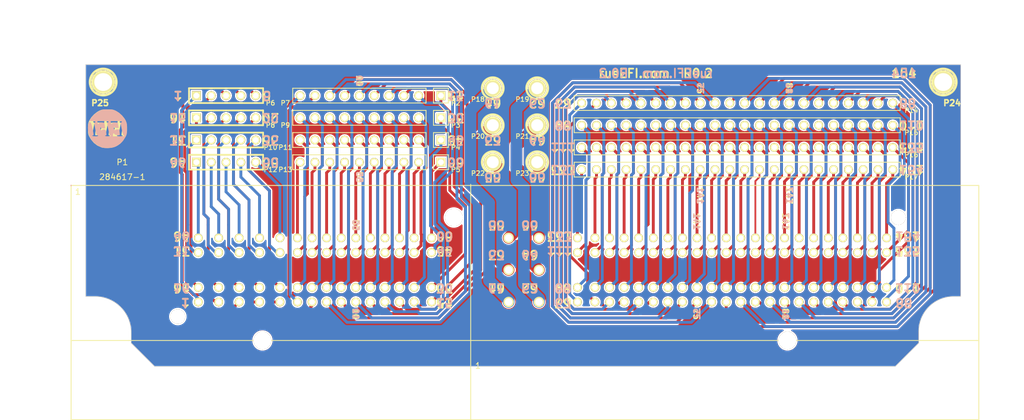
<source format=kicad_pcb>
(kicad_pcb (version 4) (host pcbnew 4.0.7)
  (title_block (title "284617-1 connector break out board") (date 2019-01-08) (rev R0.2) (company "rusEFI with the help from some one else. Perhaps Semenkov?"))
  (layers (0 F.Cu signal) (31 B.Cu signal) (34 B.Paste user) (35 F.Paste user) (36 B.SilkS user) (37 F.SilkS user) (38 B.Mask user) (39 F.Mask user) (44 Edge.Cuts user))
  (net 0 "")
  (net 1 /GND)
  (net 2 N-000001)
  (net 3 N-0000010)
  (net 4 N-00000100)
  (net 5 N-00000101)
  (net 6 N-00000102)
  (net 7 N-00000103)
  (net 8 N-00000104)
  (net 9 N-00000105)
  (net 10 N-00000106)
  (net 11 N-00000107)
  (net 12 N-00000108)
  (net 13 N-00000109)
  (net 14 N-0000011)
  (net 15 N-00000110)
  (net 16 N-00000111)
  (net 17 N-00000112)
  (net 18 N-00000113)
  (net 19 N-00000114)
  (net 20 N-00000115)
  (net 21 N-00000116)
  (net 22 N-00000117)
  (net 23 N-00000118)
  (net 24 N-00000119)
  (net 25 N-0000012)
  (net 26 N-00000120)
  (net 27 N-00000121)
  (net 28 N-00000122)
  (net 29 N-00000123)
  (net 30 N-00000124)
  (net 31 N-00000125)
  (net 32 N-00000126)
  (net 33 N-00000127)
  (net 34 N-00000128)
  (net 35 N-00000129)
  (net 36 N-0000013)
  (net 37 N-00000130)
  (net 38 N-00000131)
  (net 39 N-00000132)
  (net 40 N-00000133)
  (net 41 N-00000134)
  (net 42 N-00000135)
  (net 43 N-00000136)
  (net 44 N-00000137)
  (net 45 N-00000138)
  (net 46 N-00000139)
  (net 47 N-0000014)
  (net 48 N-00000140)
  (net 49 N-00000141)
  (net 50 N-00000142)
  (net 51 N-00000143)
  (net 52 N-00000144)
  (net 53 N-00000145)
  (net 54 N-00000146)
  (net 55 N-00000147)
  (net 56 N-00000148)
  (net 57 N-00000149)
  (net 58 N-0000015)
  (net 59 N-00000150)
  (net 60 N-00000151)
  (net 61 N-00000152)
  (net 62 N-00000153)
  (net 63 N-00000154)
  (net 64 N-00000155)
  (net 65 N-0000016)
  (net 66 N-0000017)
  (net 67 N-0000018)
  (net 68 N-0000019)
  (net 69 N-000002)
  (net 70 N-0000020)
  (net 71 N-0000021)
  (net 72 N-0000022)
  (net 73 N-0000023)
  (net 74 N-0000024)
  (net 75 N-0000025)
  (net 76 N-0000026)
  (net 77 N-0000027)
  (net 78 N-0000028)
  (net 79 N-0000029)
  (net 80 N-000003)
  (net 81 N-0000030)
  (net 82 N-0000031)
  (net 83 N-0000032)
  (net 84 N-0000033)
  (net 85 N-0000034)
  (net 86 N-0000035)
  (net 87 N-0000036)
  (net 88 N-0000037)
  (net 89 N-0000038)
  (net 90 N-0000039)
  (net 91 N-000004)
  (net 92 N-0000040)
  (net 93 N-0000041)
  (net 94 N-0000042)
  (net 95 N-0000043)
  (net 96 N-0000044)
  (net 97 N-0000045)
  (net 98 N-0000046)
  (net 99 N-0000047)
  (net 100 N-0000048)
  (net 101 N-0000049)
  (net 102 N-000005)
  (net 103 N-0000050)
  (net 104 N-0000051)
  (net 105 N-0000052)
  (net 106 N-0000053)
  (net 107 N-0000054)
  (net 108 N-0000055)
  (net 109 N-0000056)
  (net 110 N-0000057)
  (net 111 N-0000058)
  (net 112 N-0000059)
  (net 113 N-000006)
  (net 114 N-0000060)
  (net 115 N-0000061)
  (net 116 N-0000062)
  (net 117 N-0000063)
  (net 118 N-0000064)
  (net 119 N-0000065)
  (net 120 N-0000066)
  (net 121 N-0000067)
  (net 122 N-0000068)
  (net 123 N-0000069)
  (net 124 N-000007)
  (net 125 N-0000070)
  (net 126 N-0000071)
  (net 127 N-0000072)
  (net 128 N-0000073)
  (net 129 N-0000074)
  (net 130 N-0000075)
  (net 131 N-0000076)
  (net 132 N-0000077)
  (net 133 N-0000078)
  (net 134 N-0000079)
  (net 135 N-000008)
  (net 136 N-0000080)
  (net 137 N-0000081)
  (net 138 N-0000082)
  (net 139 N-0000083)
  (net 140 N-0000085)
  (net 141 N-0000086)
  (net 142 N-0000087)
  (net 143 N-0000088)
  (net 144 N-0000089)
  (net 145 N-000009)
  (net 146 N-0000090)
  (net 147 N-0000091)
  (net 148 N-0000092)
  (net 149 N-0000093)
  (net 150 N-0000094)
  (net 151 N-0000095)
  (net 152 N-0000096)
  (net 153 N-0000097)
  (net 154 N-0000098)
  (net 155 N-0000099)
  (module PIN_ARRAY_9x1 (layer F.Cu) (at 124.46 100.33)
    (fp_text reference P7 (at -15.24 1.27 180) (layer F.SilkS) (effects (font (size 0.8 0.8))))
    (fp_text value CONN_9 hide)
    (pad 1 thru_hole circle (at -12.7 0) (size 1.5 1.5) (drill 1) (layers *.Cu *.Mask F.SilkS) (net 30 N-00000124))
    (pad 2 thru_hole circle (at -10.16 0) (size 1.5 1.5) (drill 1) (layers *.Cu *.Mask F.SilkS) (net 29 N-00000123))
    (pad 3 thru_hole circle (at -7.62 0) (size 1.5 1.5) (drill 1) (layers *.Cu *.Mask F.SilkS) (net 28 N-00000122))
    (pad 4 thru_hole circle (at -5.08 0) (size 1.5 1.5) (drill 1) (layers *.Cu *.Mask F.SilkS) (net 27 N-00000121))
    (pad 5 thru_hole circle (at -2.54 0) (size 1.5 1.5) (drill 1) (layers *.Cu *.Mask F.SilkS) (net 26 N-00000120))
    (pad 6 thru_hole circle (at 0 0) (size 1.5 1.5) (drill 1) (layers *.Cu *.Mask F.SilkS) (net 19 N-00000114))
    (pad 7 thru_hole circle (at 2.54 0) (size 1.5 1.5) (drill 1) (layers *.Cu *.Mask F.SilkS) (net 13 N-00000109))
    (pad 8 thru_hole circle (at 5.08 0) (size 1.5 1.5) (drill 1) (layers *.Cu *.Mask F.SilkS) (net 8 N-00000104))
    (pad 9 thru_hole circle (at 7.62 0) (size 1.5 1.5) (drill 1) (layers *.Cu *.Mask F.SilkS) (net 64 N-00000155))
  )
  (module PIN_ARRAY_9x1 (layer F.Cu) (at 124.46 104.14)
    (fp_text reference P9 (at -15.24 1.27 180) (layer F.SilkS) (effects (font (size 0.8 0.8))))
    (fp_text value CONN_9 hide)
    (pad 1 thru_hole circle (at -12.7 0) (size 1.5 1.5) (drill 1) (layers *.Cu *.Mask F.SilkS) (net 18 N-00000113))
    (pad 2 thru_hole circle (at -10.16 0) (size 1.5 1.5) (drill 1) (layers *.Cu *.Mask F.SilkS) (net 12 N-00000108))
    (pad 3 thru_hole circle (at -7.62 0) (size 1.5 1.5) (drill 1) (layers *.Cu *.Mask F.SilkS) (net 7 N-00000103))
    (pad 4 thru_hole circle (at -5.08 0) (size 1.5 1.5) (drill 1) (layers *.Cu *.Mask F.SilkS) (net 63 N-00000154))
    (pad 5 thru_hole circle (at -2.54 0) (size 1.5 1.5) (drill 1) (layers *.Cu *.Mask F.SilkS) (net 57 N-00000149))
    (pad 6 thru_hole circle (at 0 0) (size 1.5 1.5) (drill 1) (layers *.Cu *.Mask F.SilkS) (net 53 N-00000145))
    (pad 7 thru_hole circle (at 2.54 0) (size 1.5 1.5) (drill 1) (layers *.Cu *.Mask F.SilkS) (net 48 N-00000140))
    (pad 8 thru_hole circle (at 5.08 0) (size 1.5 1.5) (drill 1) (layers *.Cu *.Mask F.SilkS) (net 42 N-00000135))
    (pad 9 thru_hole circle (at 7.62 0) (size 1.5 1.5) (drill 1) (layers *.Cu *.Mask F.SilkS) (net 38 N-00000131))
  )
  (module PIN_ARRAY_9x1 (layer F.Cu) (at 124.46 107.95)
    (fp_text reference P11 (at -15.24 1.27 180) (layer F.SilkS) (effects (font (size 0.8 0.8))))
    (fp_text value CONN_9 hide)
    (pad 1 thru_hole circle (at -12.7 0) (size 1.5 1.5) (drill 1) (layers *.Cu *.Mask F.SilkS) (net 52 N-00000144))
    (pad 2 thru_hole circle (at -10.16 0) (size 1.5 1.5) (drill 1) (layers *.Cu *.Mask F.SilkS) (net 46 N-00000139))
    (pad 3 thru_hole circle (at -7.62 0) (size 1.5 1.5) (drill 1) (layers *.Cu *.Mask F.SilkS) (net 41 N-00000134))
    (pad 4 thru_hole circle (at -5.08 0) (size 1.5 1.5) (drill 1) (layers *.Cu *.Mask F.SilkS) (net 37 N-00000130))
    (pad 5 thru_hole circle (at -2.54 0) (size 1.5 1.5) (drill 1) (layers *.Cu *.Mask F.SilkS) (net 22 N-00000117))
    (pad 6 thru_hole circle (at 0 0) (size 1.5 1.5) (drill 1) (layers *.Cu *.Mask F.SilkS) (net 16 N-00000111))
    (pad 7 thru_hole circle (at 2.54 0) (size 1.5 1.5) (drill 1) (layers *.Cu *.Mask F.SilkS) (net 10 N-00000106))
    (pad 8 thru_hole circle (at 5.08 0) (size 1.5 1.5) (drill 1) (layers *.Cu *.Mask F.SilkS) (net 5 N-00000101))
    (pad 9 thru_hole circle (at 7.62 0) (size 1.5 1.5) (drill 1) (layers *.Cu *.Mask F.SilkS) (net 61 N-00000152))
  )
  (module PIN_ARRAY_9x1 (layer F.Cu) (at 124.46 111.76)
    (fp_text reference P13 (at -15.24 1.27 180) (layer F.SilkS) (effects (font (size 0.8 0.8))))
    (fp_text value CONN_9 hide)
    (pad 1 thru_hole circle (at -12.7 0) (size 1.5 1.5) (drill 1) (layers *.Cu *.Mask F.SilkS) (net 15 N-00000110))
    (pad 2 thru_hole circle (at -10.16 0) (size 1.5 1.5) (drill 1) (layers *.Cu *.Mask F.SilkS) (net 9 N-00000105))
    (pad 3 thru_hole circle (at -7.62 0) (size 1.5 1.5) (drill 1) (layers *.Cu *.Mask F.SilkS) (net 20 N-00000115))
    (pad 4 thru_hole circle (at -5.08 0) (size 1.5 1.5) (drill 1) (layers *.Cu *.Mask F.SilkS) (net 60 N-00000151))
    (pad 5 thru_hole circle (at -2.54 0) (size 1.5 1.5) (drill 1) (layers *.Cu *.Mask F.SilkS) (net 55 N-00000147))
    (pad 6 thru_hole circle (at 0 0) (size 1.5 1.5) (drill 1) (layers *.Cu *.Mask F.SilkS) (net 50 N-00000142))
    (pad 7 thru_hole circle (at 2.54 0) (size 1.5 1.5) (drill 1) (layers *.Cu *.Mask F.SilkS) (net 44 N-00000137))
    (pad 8 thru_hole circle (at 5.08 0) (size 1.5 1.5) (drill 1) (layers *.Cu *.Mask F.SilkS) (net 51 N-00000143))
    (pad 9 thru_hole circle (at 7.62 0) (size 1.5 1.5) (drill 1) (layers *.Cu *.Mask F.SilkS) (net 154 N-0000098))
  )
  (module PIN_ARRAY_5x1 (layer F.Cu) (at 99.06 100.33)
    (fp_text reference P6 (at 7.62 1.27 180) (layer F.SilkS) (effects (font (size 0.8 0.8))))
    (fp_text value CONN_5 hide)
    (pad 1 thru_hole rect (at -5.08 0) (size 1.524 1.524) (drill 1.016) (layers *.Cu *.Mask F.SilkS) (net 153 N-0000097))
    (pad 2 thru_hole circle (at -2.54 0) (size 1.524 1.524) (drill 1.016) (layers *.Cu *.Mask F.SilkS) (net 34 N-00000128))
    (pad 3 thru_hole circle (at 0 0) (size 1.524 1.524) (drill 1.016) (layers *.Cu *.Mask F.SilkS) (net 33 N-00000127))
    (pad 4 thru_hole circle (at 2.54 0) (size 1.524 1.524) (drill 1.016) (layers *.Cu *.Mask F.SilkS) (net 32 N-00000126))
    (pad 5 thru_hole circle (at 5.08 0) (size 1.524 1.524) (drill 1.016) (layers *.Cu *.Mask F.SilkS) (net 31 N-00000125))
  )
  (module PIN_ARRAY_5x1 (layer F.Cu) (at 99.06 104.14)
    (fp_text reference P8 (at 7.62 1.27 180) (layer F.SilkS) (effects (font (size 0.8 0.8))))
    (fp_text value CONN_5 hide)
    (pad 1 thru_hole rect (at -5.08 0) (size 1.524 1.524) (drill 1.016) (layers *.Cu *.Mask F.SilkS) (net 54 N-00000146))
    (pad 2 thru_hole circle (at -2.54 0) (size 1.524 1.524) (drill 1.016) (layers *.Cu *.Mask F.SilkS) (net 49 N-00000141))
    (pad 3 thru_hole circle (at 0 0) (size 1.524 1.524) (drill 1.016) (layers *.Cu *.Mask F.SilkS) (net 43 N-00000136))
    (pad 4 thru_hole circle (at 2.54 0) (size 1.524 1.524) (drill 1.016) (layers *.Cu *.Mask F.SilkS) (net 39 N-00000132))
    (pad 5 thru_hole circle (at 5.08 0) (size 1.524 1.524) (drill 1.016) (layers *.Cu *.Mask F.SilkS) (net 24 N-00000119))
  )
  (module PIN_ARRAY_5x1 (layer F.Cu) (at 99.06 107.95)
    (fp_text reference P10 (at 7.62 1.27 180) (layer F.SilkS) (effects (font (size 0.8 0.8))))
    (fp_text value CONN_5 hide)
    (pad 1 thru_hole rect (at -5.08 0) (size 1.524 1.524) (drill 1.016) (layers *.Cu *.Mask F.SilkS) (net 17 N-00000112))
    (pad 2 thru_hole circle (at -2.54 0) (size 1.524 1.524) (drill 1.016) (layers *.Cu *.Mask F.SilkS) (net 11 N-00000107))
    (pad 3 thru_hole circle (at 0 0) (size 1.524 1.524) (drill 1.016) (layers *.Cu *.Mask F.SilkS) (net 6 N-00000102))
    (pad 4 thru_hole circle (at 2.54 0) (size 1.524 1.524) (drill 1.016) (layers *.Cu *.Mask F.SilkS) (net 62 N-00000153))
    (pad 5 thru_hole circle (at 5.08 0) (size 1.524 1.524) (drill 1.016) (layers *.Cu *.Mask F.SilkS) (net 56 N-00000148))
  )
  (module PIN_ARRAY_5x1 (layer F.Cu) (at 99.06 111.76)
    (fp_text reference P12 (at 7.62 1.27 180) (layer F.SilkS) (effects (font (size 0.8 0.8))))
    (fp_text value CONN_5 hide)
    (pad 1 thru_hole rect (at -5.08 0) (size 1.524 1.524) (drill 1.016) (layers *.Cu *.Mask F.SilkS) (net 35 N-00000129))
    (pad 2 thru_hole circle (at -2.54 0) (size 1.524 1.524) (drill 1.016) (layers *.Cu *.Mask F.SilkS) (net 45 N-00000138))
    (pad 3 thru_hole circle (at 0 0) (size 1.524 1.524) (drill 1.016) (layers *.Cu *.Mask F.SilkS) (net 40 N-00000133))
    (pad 4 thru_hole circle (at 2.54 0) (size 1.524 1.524) (drill 1.016) (layers *.Cu *.Mask F.SilkS) (net 155 N-0000099))
    (pad 5 thru_hole circle (at 5.08 0) (size 1.524 1.524) (drill 1.016) (layers *.Cu *.Mask F.SilkS) (net 21 N-00000116))
  )
  (module PIN_ARRAY_22x1 (layer F.Cu) (at 187.96 113.03)
    (fp_text reference P17 (at 28.575 1.27) (layer F.SilkS) (effects (font (size 0.8 0.8))))
    (fp_text value CONN_22 hide)
    (pad 1 thru_hole circle (at -27.94 0) (size 1.5 1.5) (drill 1) (layers *.Cu *.Mask F.SilkS) (net 87 N-0000036))
    (pad 2 thru_hole circle (at -25.4 0) (size 1.5 1.5) (drill 1) (layers *.Cu *.Mask F.SilkS) (net 86 N-0000035))
    (pad 3 thru_hole circle (at -22.86 0) (size 1.5 1.5) (drill 1) (layers *.Cu *.Mask F.SilkS) (net 85 N-0000034))
    (pad 4 thru_hole circle (at -20.32 0) (size 1.5 1.5) (drill 1) (layers *.Cu *.Mask F.SilkS) (net 84 N-0000033))
    (pad 5 thru_hole circle (at -17.78 0) (size 1.5 1.5) (drill 1) (layers *.Cu *.Mask F.SilkS) (net 83 N-0000032))
    (pad 6 thru_hole circle (at -15.24 0) (size 1.5 1.5) (drill 1) (layers *.Cu *.Mask F.SilkS) (net 114 N-0000060))
    (pad 7 thru_hole circle (at -12.7 0) (size 1.5 1.5) (drill 1) (layers *.Cu *.Mask F.SilkS) (net 141 N-0000086))
    (pad 8 thru_hole circle (at -10.16 0) (size 1.5 1.5) (drill 1) (layers *.Cu *.Mask F.SilkS) (net 138 N-0000082))
    (pad 9 thru_hole circle (at -7.62 0) (size 1.5 1.5) (drill 1) (layers *.Cu *.Mask F.SilkS) (net 136 N-0000080))
    (pad 10 thru_hole circle (at -5.08 0) (size 1.5 1.5) (drill 1) (layers *.Cu *.Mask F.SilkS) (net 133 N-0000078))
    (pad 11 thru_hole circle (at -2.54 0) (size 1.5 1.5) (drill 1) (layers *.Cu *.Mask F.SilkS) (net 131 N-0000076))
    (pad 12 thru_hole circle (at 0 0) (size 1.5 1.5) (drill 1) (layers *.Cu *.Mask F.SilkS) (net 129 N-0000074))
    (pad 13 thru_hole circle (at 2.54 0) (size 1.5 1.5) (drill 1) (layers *.Cu *.Mask F.SilkS) (net 144 N-0000089))
    (pad 14 thru_hole circle (at 5.08 0) (size 1.5 1.5) (drill 1) (layers *.Cu *.Mask F.SilkS) (net 143 N-0000088))
    (pad 15 thru_hole circle (at 7.62 0) (size 1.5 1.5) (drill 1) (layers *.Cu *.Mask F.SilkS) (net 139 N-0000083))
    (pad 16 thru_hole circle (at 10.16 0) (size 1.5 1.5) (drill 1) (layers *.Cu *.Mask F.SilkS) (net 142 N-0000087))
    (pad 17 thru_hole circle (at 12.7 0) (size 1.5 1.5) (drill 1) (layers *.Cu *.Mask F.SilkS) (net 140 N-0000085))
    (pad 18 thru_hole circle (at 15.24 0) (size 1.5 1.5) (drill 1) (layers *.Cu *.Mask F.SilkS) (net 137 N-0000081))
    (pad 19 thru_hole circle (at 17.78 0) (size 1.5 1.5) (drill 1) (layers *.Cu *.Mask F.SilkS) (net 134 N-0000079))
    (pad 20 thru_hole circle (at 20.32 0) (size 1.5 1.5) (drill 1) (layers *.Cu *.Mask F.SilkS) (net 132 N-0000077))
    (pad 21 thru_hole circle (at 22.86 0) (size 1.5 1.5) (drill 1) (layers *.Cu *.Mask F.SilkS) (net 130 N-0000075))
    (pad 22 thru_hole circle (at 25.4 0) (size 1.5 1.5) (drill 1) (layers *.Cu *.Mask F.SilkS) (net 128 N-0000073))
  )
  (module PIN_ARRAY_22x1 (layer F.Cu) (at 187.96 109.22)
    (fp_text reference P16 (at 28.575 1.27) (layer F.SilkS) (effects (font (size 0.8 0.8))))
    (fp_text value CONN_22 hide)
    (pad 1 thru_hole circle (at -27.94 0) (size 1.5 1.5) (drill 1) (layers *.Cu *.Mask F.SilkS) (net 111 N-0000058))
    (pad 2 thru_hole circle (at -25.4 0) (size 1.5 1.5) (drill 1) (layers *.Cu *.Mask F.SilkS) (net 110 N-0000057))
    (pad 3 thru_hole circle (at -22.86 0) (size 1.5 1.5) (drill 1) (layers *.Cu *.Mask F.SilkS) (net 109 N-0000056))
    (pad 4 thru_hole circle (at -20.32 0) (size 1.5 1.5) (drill 1) (layers *.Cu *.Mask F.SilkS) (net 108 N-0000055))
    (pad 5 thru_hole circle (at -17.78 0) (size 1.5 1.5) (drill 1) (layers *.Cu *.Mask F.SilkS) (net 107 N-0000054))
    (pad 6 thru_hole circle (at -15.24 0) (size 1.5 1.5) (drill 1) (layers *.Cu *.Mask F.SilkS) (net 106 N-0000053))
    (pad 7 thru_hole circle (at -12.7 0) (size 1.5 1.5) (drill 1) (layers *.Cu *.Mask F.SilkS) (net 105 N-0000052))
    (pad 8 thru_hole circle (at -10.16 0) (size 1.5 1.5) (drill 1) (layers *.Cu *.Mask F.SilkS) (net 104 N-0000051))
    (pad 9 thru_hole circle (at -7.62 0) (size 1.5 1.5) (drill 1) (layers *.Cu *.Mask F.SilkS) (net 103 N-0000050))
    (pad 10 thru_hole circle (at -5.08 0) (size 1.5 1.5) (drill 1) (layers *.Cu *.Mask F.SilkS) (net 101 N-0000049))
    (pad 11 thru_hole circle (at -2.54 0) (size 1.5 1.5) (drill 1) (layers *.Cu *.Mask F.SilkS) (net 100 N-0000048))
    (pad 12 thru_hole circle (at 0 0) (size 1.5 1.5) (drill 1) (layers *.Cu *.Mask F.SilkS) (net 99 N-0000047))
    (pad 13 thru_hole circle (at 2.54 0) (size 1.5 1.5) (drill 1) (layers *.Cu *.Mask F.SilkS) (net 82 N-0000031))
    (pad 14 thru_hole circle (at 5.08 0) (size 1.5 1.5) (drill 1) (layers *.Cu *.Mask F.SilkS) (net 97 N-0000045))
    (pad 15 thru_hole circle (at 7.62 0) (size 1.5 1.5) (drill 1) (layers *.Cu *.Mask F.SilkS) (net 96 N-0000044))
    (pad 16 thru_hole circle (at 10.16 0) (size 1.5 1.5) (drill 1) (layers *.Cu *.Mask F.SilkS) (net 95 N-0000043))
    (pad 17 thru_hole circle (at 12.7 0) (size 1.5 1.5) (drill 1) (layers *.Cu *.Mask F.SilkS) (net 94 N-0000042))
    (pad 18 thru_hole circle (at 15.24 0) (size 1.5 1.5) (drill 1) (layers *.Cu *.Mask F.SilkS) (net 93 N-0000041))
    (pad 19 thru_hole circle (at 17.78 0) (size 1.5 1.5) (drill 1) (layers *.Cu *.Mask F.SilkS) (net 92 N-0000040))
    (pad 20 thru_hole circle (at 20.32 0) (size 1.5 1.5) (drill 1) (layers *.Cu *.Mask F.SilkS) (net 90 N-0000039))
    (pad 21 thru_hole circle (at 22.86 0) (size 1.5 1.5) (drill 1) (layers *.Cu *.Mask F.SilkS) (net 89 N-0000038))
    (pad 22 thru_hole circle (at 25.4 0) (size 1.5 1.5) (drill 1) (layers *.Cu *.Mask F.SilkS) (net 88 N-0000037))
  )
  (module PIN_ARRAY_22x1 (layer F.Cu) (at 187.96 105.41)
    (fp_text reference P15 (at 28.575 1.27) (layer F.SilkS) (effects (font (size 0.8 0.8))))
    (fp_text value CONN_22 hide)
    (pad 1 thru_hole circle (at -27.94 0) (size 1.5 1.5) (drill 1) (layers *.Cu *.Mask F.SilkS) (net 71 N-0000021))
    (pad 2 thru_hole circle (at -25.4 0) (size 1.5 1.5) (drill 1) (layers *.Cu *.Mask F.SilkS) (net 70 N-0000020))
    (pad 3 thru_hole circle (at -22.86 0) (size 1.5 1.5) (drill 1) (layers *.Cu *.Mask F.SilkS) (net 68 N-0000019))
    (pad 4 thru_hole circle (at -20.32 0) (size 1.5 1.5) (drill 1) (layers *.Cu *.Mask F.SilkS) (net 67 N-0000018))
    (pad 5 thru_hole circle (at -17.78 0) (size 1.5 1.5) (drill 1) (layers *.Cu *.Mask F.SilkS) (net 66 N-0000017))
    (pad 6 thru_hole circle (at -15.24 0) (size 1.5 1.5) (drill 1) (layers *.Cu *.Mask F.SilkS) (net 2 N-000001))
    (pad 7 thru_hole circle (at -12.7 0) (size 1.5 1.5) (drill 1) (layers *.Cu *.Mask F.SilkS) (net 58 N-0000015))
    (pad 8 thru_hole circle (at -10.16 0) (size 1.5 1.5) (drill 1) (layers *.Cu *.Mask F.SilkS) (net 47 N-0000014))
    (pad 9 thru_hole circle (at -7.62 0) (size 1.5 1.5) (drill 1) (layers *.Cu *.Mask F.SilkS) (net 36 N-0000013))
    (pad 10 thru_hole circle (at -5.08 0) (size 1.5 1.5) (drill 1) (layers *.Cu *.Mask F.SilkS) (net 25 N-0000012))
    (pad 11 thru_hole circle (at -2.54 0) (size 1.5 1.5) (drill 1) (layers *.Cu *.Mask F.SilkS) (net 14 N-0000011))
    (pad 12 thru_hole circle (at 0 0) (size 1.5 1.5) (drill 1) (layers *.Cu *.Mask F.SilkS) (net 3 N-0000010))
    (pad 13 thru_hole circle (at 2.54 0) (size 1.5 1.5) (drill 1) (layers *.Cu *.Mask F.SilkS) (net 145 N-000009))
    (pad 14 thru_hole circle (at 5.08 0) (size 1.5 1.5) (drill 1) (layers *.Cu *.Mask F.SilkS) (net 135 N-000008))
    (pad 15 thru_hole circle (at 7.62 0) (size 1.5 1.5) (drill 1) (layers *.Cu *.Mask F.SilkS) (net 124 N-000007))
    (pad 16 thru_hole circle (at 10.16 0) (size 1.5 1.5) (drill 1) (layers *.Cu *.Mask F.SilkS) (net 113 N-000006))
    (pad 17 thru_hole circle (at 12.7 0) (size 1.5 1.5) (drill 1) (layers *.Cu *.Mask F.SilkS) (net 102 N-000005))
    (pad 18 thru_hole circle (at 15.24 0) (size 1.5 1.5) (drill 1) (layers *.Cu *.Mask F.SilkS) (net 91 N-000004))
    (pad 19 thru_hole circle (at 17.78 0) (size 1.5 1.5) (drill 1) (layers *.Cu *.Mask F.SilkS) (net 80 N-000003))
    (pad 20 thru_hole circle (at 20.32 0) (size 1.5 1.5) (drill 1) (layers *.Cu *.Mask F.SilkS) (net 69 N-000002))
    (pad 21 thru_hole circle (at 22.86 0) (size 1.5 1.5) (drill 1) (layers *.Cu *.Mask F.SilkS) (net 65 N-0000016))
    (pad 22 thru_hole circle (at 25.4 0) (size 1.5 1.5) (drill 1) (layers *.Cu *.Mask F.SilkS) (net 112 N-0000059))
  )
  (module PIN_ARRAY_22x1 (layer F.Cu) (at 187.96 101.6)
    (fp_text reference P14 (at 28.575 1.27) (layer F.SilkS) (effects (font (size 0.8 0.8))))
    (fp_text value CONN_22 hide)
    (pad 1 thru_hole circle (at -27.94 0) (size 1.5 1.5) (drill 1) (layers *.Cu *.Mask F.SilkS) (net 127 N-0000072))
    (pad 2 thru_hole circle (at -25.4 0) (size 1.5 1.5) (drill 1) (layers *.Cu *.Mask F.SilkS) (net 126 N-0000071))
    (pad 3 thru_hole circle (at -22.86 0) (size 1.5 1.5) (drill 1) (layers *.Cu *.Mask F.SilkS) (net 125 N-0000070))
    (pad 4 thru_hole circle (at -20.32 0) (size 1.5 1.5) (drill 1) (layers *.Cu *.Mask F.SilkS) (net 123 N-0000069))
    (pad 5 thru_hole circle (at -17.78 0) (size 1.5 1.5) (drill 1) (layers *.Cu *.Mask F.SilkS) (net 122 N-0000068))
    (pad 6 thru_hole circle (at -15.24 0) (size 1.5 1.5) (drill 1) (layers *.Cu *.Mask F.SilkS) (net 121 N-0000067))
    (pad 7 thru_hole circle (at -12.7 0) (size 1.5 1.5) (drill 1) (layers *.Cu *.Mask F.SilkS) (net 120 N-0000066))
    (pad 8 thru_hole circle (at -10.16 0) (size 1.5 1.5) (drill 1) (layers *.Cu *.Mask F.SilkS) (net 119 N-0000065))
    (pad 9 thru_hole circle (at -7.62 0) (size 1.5 1.5) (drill 1) (layers *.Cu *.Mask F.SilkS) (net 118 N-0000064))
    (pad 10 thru_hole circle (at -5.08 0) (size 1.5 1.5) (drill 1) (layers *.Cu *.Mask F.SilkS) (net 117 N-0000063))
    (pad 11 thru_hole circle (at -2.54 0) (size 1.5 1.5) (drill 1) (layers *.Cu *.Mask F.SilkS) (net 116 N-0000062))
    (pad 12 thru_hole circle (at 0 0) (size 1.5 1.5) (drill 1) (layers *.Cu *.Mask F.SilkS) (net 115 N-0000061))
    (pad 13 thru_hole circle (at 2.54 0) (size 1.5 1.5) (drill 1) (layers *.Cu *.Mask F.SilkS) (net 98 N-0000046))
    (pad 14 thru_hole circle (at 5.08 0) (size 1.5 1.5) (drill 1) (layers *.Cu *.Mask F.SilkS) (net 81 N-0000030))
    (pad 15 thru_hole circle (at 7.62 0) (size 1.5 1.5) (drill 1) (layers *.Cu *.Mask F.SilkS) (net 79 N-0000029))
    (pad 16 thru_hole circle (at 10.16 0) (size 1.5 1.5) (drill 1) (layers *.Cu *.Mask F.SilkS) (net 78 N-0000028))
    (pad 17 thru_hole circle (at 12.7 0) (size 1.5 1.5) (drill 1) (layers *.Cu *.Mask F.SilkS) (net 77 N-0000027))
    (pad 18 thru_hole circle (at 15.24 0) (size 1.5 1.5) (drill 1) (layers *.Cu *.Mask F.SilkS) (net 76 N-0000026))
    (pad 19 thru_hole circle (at 17.78 0) (size 1.5 1.5) (drill 1) (layers *.Cu *.Mask F.SilkS) (net 75 N-0000025))
    (pad 20 thru_hole circle (at 20.32 0) (size 1.5 1.5) (drill 1) (layers *.Cu *.Mask F.SilkS) (net 74 N-0000024))
    (pad 21 thru_hole circle (at 22.86 0) (size 1.5 1.5) (drill 1) (layers *.Cu *.Mask F.SilkS) (net 73 N-0000023))
    (pad 22 thru_hole circle (at 25.4 0) (size 1.5 1.5) (drill 1) (layers *.Cu *.Mask F.SilkS) (net 72 N-0000022))
  )
  (module "1pin(m)" (layer F.Cu) (at 144.78 99.06)
    (fp_text reference P18 (at -2.54 1.905) (layer F.SilkS) (effects (font (size 0.8 0.8))))
    (fp_text value CONN_1 hide)
    (pad 1 thru_hole circle (at 0 0) (size 3.064 3.064) (drill 2.048) (layers *.Cu *.Mask F.SilkS) (net 147 N-0000091))
  )
  (module "1pin(m)" (layer F.Cu) (at 152.4 99.06)
    (fp_text reference P19 (at -2.54 1.905) (layer F.SilkS) (effects (font (size 0.8 0.8))))
    (fp_text value CONN_1 hide)
    (pad 1 thru_hole circle (at 0 0) (size 3.064 3.064) (drill 2.048) (layers *.Cu *.Mask F.SilkS) (net 146 N-0000090))
  )
  (module "1pin(m)" (layer F.Cu) (at 144.78 105.41)
    (fp_text reference P20 (at -2.54 1.905) (layer F.SilkS) (effects (font (size 0.8 0.8))))
    (fp_text value CONN_1 hide)
    (pad 1 thru_hole circle (at 0 0) (size 3.064 3.064) (drill 2.048) (layers *.Cu *.Mask F.SilkS) (net 149 N-0000093))
  )
  (module "1pin(m)" (layer F.Cu) (at 152.4 105.41)
    (fp_text reference P21 (at -2.54 1.905) (layer F.SilkS) (effects (font (size 0.8 0.8))))
    (fp_text value CONN_1 hide)
    (pad 1 thru_hole circle (at 0 0) (size 3.064 3.064) (drill 2.048) (layers *.Cu *.Mask F.SilkS) (net 152 N-0000096))
  )
  (module "1pin(m)" (layer F.Cu) (at 144.78 111.76)
    (fp_text reference P22 (at -2.54 1.905) (layer F.SilkS) (effects (font (size 0.8 0.8))))
    (fp_text value CONN_1 hide)
    (pad 1 thru_hole circle (at 0 0) (size 3.064 3.064) (drill 2.048) (layers *.Cu *.Mask F.SilkS) (net 151 N-0000095))
  )
  (module "1pin(m)" (layer F.Cu) (at 152.4 111.76)
    (fp_text reference P23 (at -2.54 1.905) (layer F.SilkS) (effects (font (size 0.8 0.8))))
    (fp_text value CONN_1 hide)
    (pad 1 thru_hole circle (at 0 0) (size 3.064 3.064) (drill 2.048) (layers *.Cu *.Mask F.SilkS) (net 150 N-0000094))
  )
  (module PIN_ARRAY_1 (layer F.Cu) (at 135.89 111.76)
    (fp_text reference P5 (at 2.54 1.27) (layer F.SilkS) (effects (font (size 0.8 0.8))))
    (fp_text value CONN_1 hide)
    (pad 1 thru_hole rect (at 0 0) (size 1.524 1.524) (drill 1.016) (layers *.Cu *.Mask F.SilkS) (net 4 N-00000100))
  )
  (module PIN_ARRAY_1 (layer F.Cu) (at 135.89 107.95)
    (fp_text reference P4 (at 2.54 1.27) (layer F.SilkS) (effects (font (size 0.8 0.8) (thickness 0.1524))))
    (fp_text value CONN_1 hide)
    (pad 1 thru_hole rect (at 0 0) (size 1.524 1.524) (drill 1.016) (layers *.Cu *.Mask F.SilkS) (net 148 N-0000092))
  )
  (module PIN_ARRAY_1 (layer F.Cu) (at 135.89 104.14)
    (fp_text reference P3 (at 2.54 1.27) (layer F.SilkS) (effects (font (size 0.8 0.8) (thickness 0.1524))))
    (fp_text value CONN_1 hide)
    (pad 1 thru_hole rect (at 0 0) (size 1.524 1.524) (drill 1.016) (layers *.Cu *.Mask F.SilkS) (net 23 N-00000118))
  )
  (module PIN_ARRAY_1 (layer F.Cu) (at 135.89 100.33)
    (fp_text reference P2 (at 2.54 1.27) (layer F.SilkS) (effects (font (size 0.8 0.8) (thickness 0.1524))))
    (fp_text value CONN_1 hide)
    (pad 1 thru_hole rect (at 0 0) (size 1.524 1.524) (drill 1.016) (layers *.Cu *.Mask F.SilkS) (net 59 N-00000150))
  )
  (module 1pin (layer F.Cu) (at 78 98)
    (fp_text reference P25 (at -0.53 3.6) (layer F.SilkS) (effects (font (size 1.016 1.016) (thickness 0.254))))
    (fp_text value CONN_1 hide)
    (pad 1 thru_hole circle (at 0 0) (size 4.064 4.064) (drill 3.048) (layers *.Cu *.Mask F.SilkS) (net 1 /GND))
  )
  (module 1pin (layer F.Cu) (at 222 98)
    (fp_text reference P24 (at 1.52 3.6) (layer F.SilkS) (effects (font (size 1.016 1.016) (thickness 0.254))))
    (fp_text value CONN_1 hide)
    (pad 1 thru_hole circle (at 0 0) (size 4.064 4.064) (drill 3.048) (layers *.Cu *.Mask F.SilkS) (net 1 /GND))
  )
  (module rusEFI_lib:LOGO (layer F.Cu) (at 78.74 106.045)
    (fp_text reference G? hide)
    (fp_text value LOGO hide)
  )
  (module rusEFI_lib:LOGO_F (layer B.Cu) (at 78.74 106.045)
    (fp_text reference G? hide)
    (fp_text value LOGO hide)
  )
  (module rusEFI_lib:284617-1 (layer F.Cu) (at 72.5 115.75)
    (fp_text reference P1 (at 8.78 -3.99) (layer F.SilkS))
    (fp_text value 284617-1 (at 8.78 -1.45) (layer F.SilkS))
    (fp_text user 1 (at 69.74 30.935) (layer F.SilkS))
    (fp_text user 1 (at 1.16 1.09) (layer F.SilkS))
    (pad "" thru_hole circle (at 32.8 26.6) (size 3 3) (drill 3) (layers *.Cu *.Mask F.SilkS))
    (pad "" thru_hole circle (at 122.8 26.6) (size 3 3) (drill 3) (layers *.Cu *.Mask F.SilkS))
    (pad "" thru_hole circle (at 65.6 5.5) (size 3 3) (drill 3) (layers *.Cu *.Mask F.SilkS))
    (pad "" thru_hole circle (at 141.8 5.5) (size 2.5 2.5) (drill 2.5) (layers *.Cu *.Mask F.SilkS))
    (pad "" thru_hole circle (at 18.3 22.5) (size 2.5 2.5) (drill 2.5) (layers *.Cu *.Mask F.SilkS))
    (pad 1 thru_hole circle (at 21.8 20) (size 1.5 1.5) (drill 1) (layers *.Cu *.Mask F.SilkS) (net 153 N-0000097))
    (pad 2 thru_hole circle (at 25.3 20) (size 1.5 1.5) (drill 1) (layers *.Cu *.Mask F.SilkS) (net 34 N-00000128))
    (pad 3 thru_hole circle (at 28.8 20) (size 1.5 1.5) (drill 1) (layers *.Cu *.Mask F.SilkS) (net 33 N-00000127))
    (pad 4 thru_hole circle (at 32.3 20) (size 1.5 1.5) (drill 1) (layers *.Cu *.Mask F.SilkS) (net 32 N-00000126))
    (pad 5 thru_hole circle (at 35.8 20) (size 1.5 1.5) (drill 1) (layers *.Cu *.Mask F.SilkS) (net 31 N-00000125))
    (pad 6 thru_hole circle (at 38.8 20) (size 1.5 1.5) (drill 1) (layers *.Cu *.Mask F.SilkS) (net 30 N-00000124))
    (pad 7 thru_hole circle (at 41.3 20) (size 1.5 1.5) (drill 1) (layers *.Cu *.Mask F.SilkS) (net 29 N-00000123))
    (pad 8 thru_hole circle (at 43.8 20) (size 1.5 1.5) (drill 1) (layers *.Cu *.Mask F.SilkS) (net 28 N-00000122))
    (pad 9 thru_hole circle (at 46.3 20) (size 1.5 1.5) (drill 1) (layers *.Cu *.Mask F.SilkS) (net 27 N-00000121))
    (pad 10 thru_hole circle (at 48.8 20) (size 1.5 1.5) (drill 1) (layers *.Cu *.Mask F.SilkS) (net 26 N-00000120))
    (pad 11 thru_hole circle (at 51.3 20) (size 1.5 1.5) (drill 1) (layers *.Cu *.Mask F.SilkS) (net 19 N-00000114))
    (pad 12 thru_hole circle (at 53.8 20) (size 1.5 1.5) (drill 1) (layers *.Cu *.Mask F.SilkS) (net 13 N-00000109))
    (pad 13 thru_hole circle (at 56.3 20) (size 1.5 1.5) (drill 1) (layers *.Cu *.Mask F.SilkS) (net 8 N-00000104))
    (pad 14 thru_hole circle (at 58.8 20) (size 1.5 1.5) (drill 1) (layers *.Cu *.Mask F.SilkS) (net 64 N-00000155))
    (pad 15 thru_hole circle (at 61.8 20) (size 1.5 1.5) (drill 1) (layers *.Cu *.Mask F.SilkS) (net 59 N-00000150))
    (pad 16 thru_hole circle (at 21.8 17.5) (size 1.5 1.5) (drill 1) (layers *.Cu *.Mask F.SilkS) (net 54 N-00000146))
    (pad 17 thru_hole circle (at 25.3 17.5) (size 1.5 1.5) (drill 1) (layers *.Cu *.Mask F.SilkS) (net 49 N-00000141))
    (pad 18 thru_hole circle (at 28.8 17.5) (size 1.5 1.5) (drill 1) (layers *.Cu *.Mask F.SilkS) (net 43 N-00000136))
    (pad 19 thru_hole circle (at 32.3 17.5) (size 1.5 1.5) (drill 1) (layers *.Cu *.Mask F.SilkS) (net 39 N-00000132))
    (pad 20 thru_hole circle (at 35.8 17.5) (size 1.5 1.5) (drill 1) (layers *.Cu *.Mask F.SilkS) (net 24 N-00000119))
    (pad 21 thru_hole circle (at 38.8 17.5) (size 1.5 1.5) (drill 1) (layers *.Cu *.Mask F.SilkS) (net 18 N-00000113))
    (pad 22 thru_hole circle (at 41.3 17.5) (size 1.5 1.5) (drill 1) (layers *.Cu *.Mask F.SilkS) (net 12 N-00000108))
    (pad 23 thru_hole circle (at 43.8 17.5) (size 1.5 1.5) (drill 1) (layers *.Cu *.Mask F.SilkS) (net 7 N-00000103))
    (pad 24 thru_hole circle (at 46.3 17.5) (size 1.5 1.5) (drill 1) (layers *.Cu *.Mask F.SilkS) (net 63 N-00000154))
    (pad 25 thru_hole circle (at 48.8 17.5) (size 1.5 1.5) (drill 1) (layers *.Cu *.Mask F.SilkS) (net 57 N-00000149))
    (pad 26 thru_hole circle (at 51.3 17.5) (size 1.5 1.5) (drill 1) (layers *.Cu *.Mask F.SilkS) (net 53 N-00000145))
    (pad 27 thru_hole circle (at 53.8 17.5) (size 1.5 1.5) (drill 1) (layers *.Cu *.Mask F.SilkS) (net 48 N-00000140))
    (pad 28 thru_hole circle (at 56.3 17.5) (size 1.5 1.5) (drill 1) (layers *.Cu *.Mask F.SilkS) (net 42 N-00000135))
    (pad 29 thru_hole circle (at 58.8 17.5) (size 1.5 1.5) (drill 1) (layers *.Cu *.Mask F.SilkS) (net 38 N-00000131))
    (pad 30 thru_hole circle (at 61.8 17.5) (size 1.5 1.5) (drill 1) (layers *.Cu *.Mask F.SilkS) (net 23 N-00000118))
    (pad 31 thru_hole circle (at 21.8 11.5) (size 1.5 1.5) (drill 1) (layers *.Cu *.Mask F.SilkS) (net 17 N-00000112))
    (pad 32 thru_hole circle (at 25.3 11.5) (size 1.5 1.5) (drill 1) (layers *.Cu *.Mask F.SilkS) (net 11 N-00000107))
    (pad 33 thru_hole circle (at 28.8 11.5) (size 1.5 1.5) (drill 1) (layers *.Cu *.Mask F.SilkS) (net 6 N-00000102))
    (pad 34 thru_hole circle (at 32.3 11.5) (size 1.5 1.5) (drill 1) (layers *.Cu *.Mask F.SilkS) (net 62 N-00000153))
    (pad 35 thru_hole circle (at 35.8 11.5) (size 1.5 1.5) (drill 1) (layers *.Cu *.Mask F.SilkS) (net 56 N-00000148))
    (pad 36 thru_hole circle (at 38.8 11.5) (size 1.5 1.5) (drill 1) (layers *.Cu *.Mask F.SilkS) (net 52 N-00000144))
    (pad 37 thru_hole circle (at 41.3 11.5) (size 1.5 1.5) (drill 1) (layers *.Cu *.Mask F.SilkS) (net 46 N-00000139))
    (pad 38 thru_hole circle (at 43.8 11.5) (size 1.5 1.5) (drill 1) (layers *.Cu *.Mask F.SilkS) (net 41 N-00000134))
    (pad 39 thru_hole circle (at 46.3 11.5) (size 1.5 1.5) (drill 1) (layers *.Cu *.Mask F.SilkS) (net 37 N-00000130))
    (pad 40 thru_hole circle (at 48.8 11.5) (size 1.5 1.5) (drill 1) (layers *.Cu *.Mask F.SilkS) (net 22 N-00000117))
    (pad 41 thru_hole circle (at 51.3 11.5) (size 1.5 1.5) (drill 1) (layers *.Cu *.Mask F.SilkS) (net 16 N-00000111))
    (pad 42 thru_hole circle (at 53.8 11.5) (size 1.5 1.5) (drill 1) (layers *.Cu *.Mask F.SilkS) (net 10 N-00000106))
    (pad 43 thru_hole circle (at 56.3 11.5) (size 1.5 1.5) (drill 1) (layers *.Cu *.Mask F.SilkS) (net 5 N-00000101))
    (pad 44 thru_hole circle (at 58.8 11.5) (size 1.5 1.5) (drill 1) (layers *.Cu *.Mask F.SilkS) (net 61 N-00000152))
    (pad 45 thru_hole circle (at 61.8 11.5) (size 1.5 1.5) (drill 1) (layers *.Cu *.Mask F.SilkS) (net 148 N-0000092))
    (pad 46 thru_hole circle (at 21.8 9) (size 1.5 1.5) (drill 1) (layers *.Cu *.Mask F.SilkS) (net 35 N-00000129))
    (pad 47 thru_hole circle (at 25.3 9) (size 1.5 1.5) (drill 1) (layers *.Cu *.Mask F.SilkS) (net 45 N-00000138))
    (pad 48 thru_hole circle (at 28.8 9) (size 1.5 1.5) (drill 1) (layers *.Cu *.Mask F.SilkS) (net 40 N-00000133))
    (pad 49 thru_hole circle (at 32.3 9) (size 1.5 1.5) (drill 1) (layers *.Cu *.Mask F.SilkS) (net 155 N-0000099))
    (pad 50 thru_hole circle (at 35.8 9) (size 1.5 1.5) (drill 1) (layers *.Cu *.Mask F.SilkS) (net 21 N-00000116))
    (pad 51 thru_hole circle (at 38.8 9) (size 1.5 1.5) (drill 1) (layers *.Cu *.Mask F.SilkS) (net 15 N-00000110))
    (pad 52 thru_hole circle (at 41.3 9) (size 1.5 1.5) (drill 1) (layers *.Cu *.Mask F.SilkS) (net 9 N-00000105))
    (pad 53 thru_hole circle (at 43.8 9) (size 1.5 1.5) (drill 1) (layers *.Cu *.Mask F.SilkS) (net 20 N-00000115))
    (pad 54 thru_hole circle (at 46.3 9) (size 1.5 1.5) (drill 1) (layers *.Cu *.Mask F.SilkS) (net 60 N-00000151))
    (pad 55 thru_hole circle (at 48.8 9) (size 1.5 1.5) (drill 1) (layers *.Cu *.Mask F.SilkS) (net 55 N-00000147))
    (pad 56 thru_hole circle (at 51.3 9) (size 1.5 1.5) (drill 1) (layers *.Cu *.Mask F.SilkS) (net 50 N-00000142))
    (pad 57 thru_hole circle (at 53.8 9) (size 1.5 1.5) (drill 1) (layers *.Cu *.Mask F.SilkS) (net 44 N-00000137))
    (pad 58 thru_hole circle (at 56.3 9) (size 1.5 1.5) (drill 1) (layers *.Cu *.Mask F.SilkS) (net 51 N-00000143))
    (pad 59 thru_hole circle (at 58.8 9) (size 1.5 1.5) (drill 1) (layers *.Cu *.Mask F.SilkS) (net 154 N-0000098))
    (pad 60 thru_hole circle (at 61.8 9) (size 1.5 1.5) (drill 1) (layers *.Cu *.Mask F.SilkS) (net 4 N-00000100))
    (pad 61 thru_hole circle (at 75 20) (size 1.8 1.8) (drill 1.3) (layers *.Cu *.Mask F.SilkS) (net 147 N-0000091))
    (pad 62 thru_hole circle (at 80.2 20) (size 1.8 1.8) (drill 1.3) (layers *.Cu *.Mask F.SilkS) (net 146 N-0000090))
    (pad 63 thru_hole circle (at 75 14.5) (size 1.8 1.8) (drill 1.3) (layers *.Cu *.Mask F.SilkS) (net 149 N-0000093))
    (pad 64 thru_hole circle (at 80.2 14.5) (size 1.8 1.8) (drill 1.3) (layers *.Cu *.Mask F.SilkS) (net 152 N-0000096))
    (pad 65 thru_hole circle (at 75 9) (size 1.8 1.8) (drill 1.3) (layers *.Cu *.Mask F.SilkS) (net 151 N-0000095))
    (pad 66 thru_hole circle (at 80.2 9) (size 1.8 1.8) (drill 1.3) (layers *.Cu *.Mask F.SilkS) (net 150 N-0000094))
    (pad 67 thru_hole circle (at 86.8 20) (size 1.5 1.5) (drill 1) (layers *.Cu *.Mask F.SilkS) (net 127 N-0000072))
    (pad 68 thru_hole circle (at 89.8 20) (size 1.5 1.5) (drill 1) (layers *.Cu *.Mask F.SilkS) (net 126 N-0000071))
    (pad 69 thru_hole circle (at 92.3 20) (size 1.5 1.5) (drill 1) (layers *.Cu *.Mask F.SilkS) (net 125 N-0000070))
    (pad 70 thru_hole circle (at 94.8 20) (size 1.5 1.5) (drill 1) (layers *.Cu *.Mask F.SilkS) (net 123 N-0000069))
    (pad 71 thru_hole circle (at 97.3 20) (size 1.5 1.5) (drill 1) (layers *.Cu *.Mask F.SilkS) (net 122 N-0000068))
    (pad 72 thru_hole circle (at 99.8 20) (size 1.5 1.5) (drill 1) (layers *.Cu *.Mask F.SilkS) (net 121 N-0000067))
    (pad 73 thru_hole circle (at 102.3 20) (size 1.5 1.5) (drill 1) (layers *.Cu *.Mask F.SilkS) (net 120 N-0000066))
    (pad 74 thru_hole circle (at 104.8 20) (size 1.5 1.5) (drill 1) (layers *.Cu *.Mask F.SilkS) (net 119 N-0000065))
    (pad 75 thru_hole circle (at 107.3 20) (size 1.5 1.5) (drill 1) (layers *.Cu *.Mask F.SilkS) (net 118 N-0000064))
    (pad 76 thru_hole circle (at 109.8 20) (size 1.5 1.5) (drill 1) (layers *.Cu *.Mask F.SilkS) (net 117 N-0000063))
    (pad 77 thru_hole circle (at 112.3 20) (size 1.5 1.5) (drill 1) (layers *.Cu *.Mask F.SilkS) (net 116 N-0000062))
    (pad 78 thru_hole circle (at 114.8 20) (size 1.5 1.5) (drill 1) (layers *.Cu *.Mask F.SilkS) (net 115 N-0000061))
    (pad 79 thru_hole circle (at 117.3 20) (size 1.5 1.5) (drill 1) (layers *.Cu *.Mask F.SilkS) (net 98 N-0000046))
    (pad 80 thru_hole circle (at 119.8 20) (size 1.5 1.5) (drill 1) (layers *.Cu *.Mask F.SilkS) (net 81 N-0000030))
    (pad 81 thru_hole circle (at 122.3 20) (size 1.5 1.5) (drill 1) (layers *.Cu *.Mask F.SilkS) (net 79 N-0000029))
    (pad 82 thru_hole circle (at 124.8 20) (size 1.5 1.5) (drill 1) (layers *.Cu *.Mask F.SilkS) (net 78 N-0000028))
    (pad 83 thru_hole circle (at 127.3 20) (size 1.5 1.5) (drill 1) (layers *.Cu *.Mask F.SilkS) (net 77 N-0000027))
    (pad 84 thru_hole circle (at 129.8 20) (size 1.5 1.5) (drill 1) (layers *.Cu *.Mask F.SilkS) (net 76 N-0000026))
    (pad 85 thru_hole circle (at 132.3 20) (size 1.5 1.5) (drill 1) (layers *.Cu *.Mask F.SilkS) (net 75 N-0000025))
    (pad 86 thru_hole circle (at 134.8 20) (size 1.5 1.5) (drill 1) (layers *.Cu *.Mask F.SilkS) (net 74 N-0000024))
    (pad 87 thru_hole circle (at 137.3 20) (size 1.5 1.5) (drill 1) (layers *.Cu *.Mask F.SilkS) (net 73 N-0000023))
    (pad 88 thru_hole circle (at 139.8 20) (size 1.5 1.5) (drill 1) (layers *.Cu *.Mask F.SilkS) (net 72 N-0000022))
    (pad 89 thru_hole circle (at 86.8 17.5) (size 1.5 1.5) (drill 1) (layers *.Cu *.Mask F.SilkS) (net 71 N-0000021))
    (pad 90 thru_hole circle (at 89.8 17.5) (size 1.5 1.5) (drill 1) (layers *.Cu *.Mask F.SilkS) (net 70 N-0000020))
    (pad 91 thru_hole circle (at 92.3 17.5) (size 1.5 1.5) (drill 1) (layers *.Cu *.Mask F.SilkS) (net 68 N-0000019))
    (pad 92 thru_hole circle (at 94.8 17.5) (size 1.5 1.5) (drill 1) (layers *.Cu *.Mask F.SilkS) (net 67 N-0000018))
    (pad 93 thru_hole circle (at 97.3 17.5) (size 1.5 1.5) (drill 1) (layers *.Cu *.Mask F.SilkS) (net 66 N-0000017))
    (pad 94 thru_hole circle (at 99.8 17.5) (size 1.5 1.5) (drill 1) (layers *.Cu *.Mask F.SilkS) (net 2 N-000001))
    (pad 95 thru_hole circle (at 102.3 17.5) (size 1.5 1.5) (drill 1) (layers *.Cu *.Mask F.SilkS) (net 58 N-0000015))
    (pad 96 thru_hole circle (at 104.8 17.5) (size 1.5 1.5) (drill 1) (layers *.Cu *.Mask F.SilkS) (net 47 N-0000014))
    (pad 97 thru_hole circle (at 107.3 17.5) (size 1.5 1.5) (drill 1) (layers *.Cu *.Mask F.SilkS) (net 36 N-0000013))
    (pad 98 thru_hole circle (at 109.8 17.5) (size 1.5 1.5) (drill 1) (layers *.Cu *.Mask F.SilkS) (net 25 N-0000012))
    (pad 99 thru_hole circle (at 112.3 17.5) (size 1.5 1.5) (drill 1) (layers *.Cu *.Mask F.SilkS) (net 14 N-0000011))
    (pad 100 thru_hole circle (at 114.8 17.5) (size 1.5 1.5) (drill 1) (layers *.Cu *.Mask F.SilkS) (net 3 N-0000010))
    (pad 101 thru_hole circle (at 117.3 17.5) (size 1.5 1.5) (drill 1) (layers *.Cu *.Mask F.SilkS) (net 145 N-000009))
    (pad 102 thru_hole circle (at 119.8 17.5) (size 1.5 1.5) (drill 1) (layers *.Cu *.Mask F.SilkS) (net 135 N-000008))
    (pad 103 thru_hole circle (at 122.3 17.5) (size 1.5 1.5) (drill 1) (layers *.Cu *.Mask F.SilkS) (net 124 N-000007))
    (pad 104 thru_hole circle (at 124.8 17.5) (size 1.5 1.5) (drill 1) (layers *.Cu *.Mask F.SilkS) (net 113 N-000006))
    (pad 105 thru_hole circle (at 127.3 17.5) (size 1.5 1.5) (drill 1) (layers *.Cu *.Mask F.SilkS) (net 102 N-000005))
    (pad 106 thru_hole circle (at 129.8 17.5) (size 1.5 1.5) (drill 1) (layers *.Cu *.Mask F.SilkS) (net 91 N-000004))
    (pad 107 thru_hole circle (at 132.3 17.5) (size 1.5 1.5) (drill 1) (layers *.Cu *.Mask F.SilkS) (net 80 N-000003))
    (pad 108 thru_hole circle (at 134.8 17.5) (size 1.5 1.5) (drill 1) (layers *.Cu *.Mask F.SilkS) (net 69 N-000002))
    (pad 109 thru_hole circle (at 137.3 17.5) (size 1.5 1.5) (drill 1) (layers *.Cu *.Mask F.SilkS) (net 65 N-0000016))
    (pad 110 thru_hole circle (at 139.8 17.5) (size 1.5 1.5) (drill 1) (layers *.Cu *.Mask F.SilkS) (net 112 N-0000059))
    (pad 111 thru_hole circle (at 86.8 11.5) (size 1.5 1.5) (drill 1) (layers *.Cu *.Mask F.SilkS) (net 111 N-0000058))
    (pad 112 thru_hole circle (at 89.8 11.5) (size 1.5 1.5) (drill 1) (layers *.Cu *.Mask F.SilkS) (net 110 N-0000057))
    (pad 113 thru_hole circle (at 92.3 11.5) (size 1.5 1.5) (drill 1) (layers *.Cu *.Mask F.SilkS) (net 109 N-0000056))
    (pad 114 thru_hole circle (at 94.8 11.5) (size 1.5 1.5) (drill 1) (layers *.Cu *.Mask F.SilkS) (net 108 N-0000055))
    (pad 115 thru_hole circle (at 97.3 11.5) (size 1.5 1.5) (drill 1) (layers *.Cu *.Mask F.SilkS) (net 107 N-0000054))
    (pad 116 thru_hole circle (at 99.8 11.5) (size 1.5 1.5) (drill 1) (layers *.Cu *.Mask F.SilkS) (net 106 N-0000053))
    (pad 117 thru_hole circle (at 102.3 11.5) (size 1.5 1.5) (drill 1) (layers *.Cu *.Mask F.SilkS) (net 105 N-0000052))
    (pad 118 thru_hole circle (at 104.8 11.5) (size 1.5 1.5) (drill 1) (layers *.Cu *.Mask F.SilkS) (net 104 N-0000051))
    (pad 119 thru_hole circle (at 107.3 11.5) (size 1.5 1.5) (drill 1) (layers *.Cu *.Mask F.SilkS) (net 103 N-0000050))
    (pad 120 thru_hole circle (at 109.8 11.5) (size 1.5 1.5) (drill 1) (layers *.Cu *.Mask F.SilkS) (net 101 N-0000049))
    (pad 121 thru_hole circle (at 112.3 11.5) (size 1.5 1.5) (drill 1) (layers *.Cu *.Mask F.SilkS) (net 100 N-0000048))
    (pad 122 thru_hole circle (at 114.8 11.5) (size 1.5 1.5) (drill 1) (layers *.Cu *.Mask F.SilkS) (net 99 N-0000047))
    (pad 123 thru_hole circle (at 117.3 11.5) (size 1.5 1.5) (drill 1) (layers *.Cu *.Mask F.SilkS) (net 82 N-0000031))
    (pad 124 thru_hole circle (at 119.8 11.5) (size 1.5 1.5) (drill 1) (layers *.Cu *.Mask F.SilkS) (net 97 N-0000045))
    (pad 125 thru_hole circle (at 122.3 11.5) (size 1.5 1.5) (drill 1) (layers *.Cu *.Mask F.SilkS) (net 96 N-0000044))
    (pad 126 thru_hole circle (at 124.8 11.5) (size 1.5 1.5) (drill 1) (layers *.Cu *.Mask F.SilkS) (net 95 N-0000043))
    (pad 127 thru_hole circle (at 127.3 11.5) (size 1.5 1.5) (drill 1) (layers *.Cu *.Mask F.SilkS) (net 94 N-0000042))
    (pad 128 thru_hole circle (at 129.8 11.5) (size 1.5 1.5) (drill 1) (layers *.Cu *.Mask F.SilkS) (net 93 N-0000041))
    (pad 129 thru_hole circle (at 132.3 11.5) (size 1.5 1.5) (drill 1) (layers *.Cu *.Mask F.SilkS) (net 92 N-0000040))
    (pad 130 thru_hole circle (at 134.8 11.5) (size 1.5 1.5) (drill 1) (layers *.Cu *.Mask F.SilkS) (net 90 N-0000039))
    (pad 131 thru_hole circle (at 137.3 11.5) (size 1.5 1.5) (drill 1) (layers *.Cu *.Mask F.SilkS) (net 89 N-0000038))
    (pad 132 thru_hole circle (at 139.8 11.5) (size 1.5 1.5) (drill 1) (layers *.Cu *.Mask F.SilkS) (net 88 N-0000037))
    (pad 133 thru_hole circle (at 86.8 9) (size 1.5 1.5) (drill 1) (layers *.Cu *.Mask F.SilkS) (net 87 N-0000036))
    (pad 134 thru_hole circle (at 89.8 9) (size 1.5 1.5) (drill 1) (layers *.Cu *.Mask F.SilkS) (net 86 N-0000035))
    (pad 135 thru_hole circle (at 92.3 9) (size 1.5 1.5) (drill 1) (layers *.Cu *.Mask F.SilkS) (net 85 N-0000034))
    (pad 136 thru_hole circle (at 94.8 9) (size 1.5 1.5) (drill 1) (layers *.Cu *.Mask F.SilkS) (net 84 N-0000033))
    (pad 137 thru_hole circle (at 97.3 9) (size 1.5 1.5) (drill 1) (layers *.Cu *.Mask F.SilkS) (net 83 N-0000032))
    (pad 138 thru_hole circle (at 99.8 9) (size 1.5 1.5) (drill 1) (layers *.Cu *.Mask F.SilkS) (net 114 N-0000060))
    (pad 139 thru_hole circle (at 102.3 9) (size 1.5 1.5) (drill 1) (layers *.Cu *.Mask F.SilkS) (net 141 N-0000086))
    (pad 140 thru_hole circle (at 104.8 9) (size 1.5 1.5) (drill 1) (layers *.Cu *.Mask F.SilkS) (net 138 N-0000082))
    (pad 141 thru_hole circle (at 107.3 9) (size 1.5 1.5) (drill 1) (layers *.Cu *.Mask F.SilkS) (net 136 N-0000080))
    (pad 142 thru_hole circle (at 109.8 9) (size 1.5 1.5) (drill 1) (layers *.Cu *.Mask F.SilkS) (net 133 N-0000078))
    (pad 143 thru_hole circle (at 112.3 9) (size 1.5 1.5) (drill 1) (layers *.Cu *.Mask F.SilkS) (net 131 N-0000076))
    (pad 144 thru_hole circle (at 114.8 9) (size 1.5 1.5) (drill 1) (layers *.Cu *.Mask F.SilkS) (net 129 N-0000074))
    (pad 145 thru_hole circle (at 117.3 9) (size 1.5 1.5) (drill 1) (layers *.Cu *.Mask F.SilkS) (net 144 N-0000089))
    (pad 146 thru_hole circle (at 119.8 9) (size 1.5 1.5) (drill 1) (layers *.Cu *.Mask F.SilkS) (net 143 N-0000088))
    (pad 147 thru_hole circle (at 122.3 9) (size 1.5 1.5) (drill 1) (layers *.Cu *.Mask F.SilkS) (net 139 N-0000083))
    (pad 148 thru_hole circle (at 124.8 9) (size 1.5 1.5) (drill 1) (layers *.Cu *.Mask F.SilkS) (net 142 N-0000087))
    (pad 149 thru_hole circle (at 127.3 9) (size 1.5 1.5) (drill 1) (layers *.Cu *.Mask F.SilkS) (net 140 N-0000085))
    (pad 150 thru_hole circle (at 129.8 9) (size 1.5 1.5) (drill 1) (layers *.Cu *.Mask F.SilkS) (net 137 N-0000081))
    (pad 151 thru_hole circle (at 132.3 9) (size 1.5 1.5) (drill 1) (layers *.Cu *.Mask F.SilkS) (net 134 N-0000079))
    (pad 152 thru_hole circle (at 134.8 9) (size 1.5 1.5) (drill 1) (layers *.Cu *.Mask F.SilkS) (net 132 N-0000077))
    (pad 153 thru_hole circle (at 137.3 9) (size 1.5 1.5) (drill 1) (layers *.Cu *.Mask F.SilkS) (net 130 N-0000075))
    (pad 154 thru_hole circle (at 139.8 9) (size 1.5 1.5) (drill 1) (layers *.Cu *.Mask F.SilkS) (net 128 N-0000073))
  )
  (gr_arc (start 76.6 141) (end 76.6 134.8) (angle 90) (layer Edge.Cuts) (width 0.1))
  (gr_arc (start 223.8 140.8) (end 217.8 140.8) (angle 90) (layer Edge.Cuts) (width 0.1))
  (gr_line (start 223.8 134.8) (end 225 134.8) (angle 90) (layer Edge.Cuts) (width 0.1))
  (gr_line (start 217.8 142.8) (end 217.8 140.8) (angle 90) (layer Edge.Cuts) (width 0.1))
  (gr_line (start 213.8 146.8) (end 217.8 142.8) (angle 90) (layer Edge.Cuts) (width 0.1))
  (gr_line (start 86.8 146.8) (end 213.8 146.8) (angle 90) (layer Edge.Cuts) (width 0.1))
  (gr_line (start 82.8 142.8) (end 86.8 146.8) (angle 90) (layer Edge.Cuts) (width 0.1))
  (gr_line (start 82.8 142.8) (end 82.8 141) (angle 90) (layer Edge.Cuts) (width 0.1))
  (gr_line (start 75 134.8) (end 76.6 134.8) (angle 90) (layer Edge.Cuts) (width 0.1))
  (gr_text 154 (at 215.265 96.52) (layer F.SilkS) (effects (font (size 1.5 1.5) (thickness 0.3))))
  (gr_text 154 (at 215.265 96.52) (layer B.SilkS) (effects (font (size 1.5 1.5) (thickness 0.3)) (justify mirror)))
  (gr_text 81 (at 194.945 137.795 270) (layer B.SilkS) (effects (font (size 1 1) (thickness 0.25)) (justify mirror)))
  (gr_text 81 (at 194.945 137.795 270) (layer F.SilkS) (effects (font (size 1 1) (thickness 0.25))))
  (gr_text 75 (at 179.705 137.795 270) (layer F.SilkS) (effects (font (size 1 1) (thickness 0.25))))
  (gr_text 75 (at 179.705 137.795 270) (layer B.SilkS) (effects (font (size 1 1) (thickness 0.25)) (justify mirror)))
  (gr_text 147 (at 194.945 121.92 270) (layer B.SilkS) (effects (font (size 1 1) (thickness 0.25)) (justify mirror)))
  (gr_text 147 (at 194.945 121.92 270) (layer F.SilkS) (effects (font (size 1 1) (thickness 0.25))))
  (gr_text 141 (at 179.705 121.92 270) (layer B.SilkS) (effects (font (size 1 1) (thickness 0.25)) (justify mirror)))
  (gr_text 141 (at 179.705 121.92 270) (layer F.SilkS) (effects (font (size 1 1) (thickness 0.25))))
  (gr_text 10 (at 121.285 137.795 270) (layer B.SilkS) (effects (font (size 1 1) (thickness 0.25)) (justify mirror)))
  (gr_text 10 (at 121.285 137.795 270) (layer F.SilkS) (effects (font (size 1 1) (thickness 0.25))))
  (gr_text 55 (at 121.285 122.555 270) (layer F.SilkS) (effects (font (size 1 1) (thickness 0.25))))
  (gr_text 55 (at 121.285 122.555 270) (layer B.SilkS) (effects (font (size 1 1) (thickness 0.25)) (justify mirror)))
  (gr_text 55 (at 121.92 114.3 270) (layer B.SilkS) (effects (font (size 1 1) (thickness 0.25)) (justify mirror)))
  (gr_text 55 (at 121.92 114.3 270) (layer F.SilkS) (effects (font (size 1 1) (thickness 0.25))))
  (gr_text 10 (at 121.92 97.79 270) (layer F.SilkS) (effects (font (size 1 1) (thickness 0.25))))
  (gr_text 10 (at 121.92 97.79 270) (layer B.SilkS) (effects (font (size 1 1) (thickness 0.25)) (justify mirror)))
  (gr_text 147 (at 195.58 117.475 270) (layer F.SilkS) (effects (font (size 1 1) (thickness 0.25))))
  (gr_text 147 (at 195.58 117.475 270) (layer B.SilkS) (effects (font (size 1 1) (thickness 0.25)) (justify mirror)))
  (gr_text 141 (at 180.34 117.475 270) (layer F.SilkS) (effects (font (size 1 1) (thickness 0.25))))
  (gr_text 141 (at 180.34 117.475 270) (layer B.SilkS) (effects (font (size 1 1) (thickness 0.25)) (justify mirror)))
  (gr_text 75 (at 180.34 99.06 270) (layer B.SilkS) (effects (font (size 1 1) (thickness 0.25)) (justify mirror)))
  (gr_text 75 (at 180.34 99.06 270) (layer F.SilkS) (effects (font (size 1 1) (thickness 0.25))))
  (gr_text 81 (at 195.58 99.06 270) (layer F.SilkS) (effects (font (size 1 1) (thickness 0.25))))
  (gr_text 81 (at 195.58 99.06 270) (layer B.SilkS) (effects (font (size 1 1) (thickness 0.25)) (justify mirror)))
  (gr_text 154 (at 215.9 124.46 180) (layer B.SilkS) (effects (font (size 1.5 1.5) (thickness 0.3)) (justify mirror)))
  (gr_text "rusEFI.com  R0.2" (at 172.72 96.52) (layer B.SilkS) (effects (font (size 1.5 1.5) (thickness 0.3)) (justify mirror)))
  (gr_text 46 (at 91.44 124.46 180) (layer F.SilkS) (effects (font (size 1.5 1.5) (thickness 0.3))))
  (gr_text 31 (at 91.44 127 180) (layer F.SilkS) (effects (font (size 1.5 1.5) (thickness 0.3))))
  (gr_text "16\n" (at 91.44 133.35 180) (layer F.SilkS) (effects (font (size 1.5 1.5) (thickness 0.3))))
  (gr_text 1 (at 92.075 135.89 180) (layer F.SilkS) (effects (font (size 1.5 1.5) (thickness 0.3))))
  (gr_text 15 (at 136.525 135.89 180) (layer F.SilkS) (effects (font (size 1.5 1.5) (thickness 0.3))))
  (gr_text 30 (at 136.525 133.35 180) (layer F.SilkS) (effects (font (size 1.5 1.5) (thickness 0.3))))
  (gr_text 45 (at 136.525 127 180) (layer F.SilkS) (effects (font (size 1.5 1.5) (thickness 0.3))))
  (gr_text 60 (at 136.525 124.46 180) (layer F.SilkS) (effects (font (size 1.5 1.5) (thickness 0.3))))
  (gr_text 65 (at 145.415 122.555 180) (layer F.SilkS) (effects (font (size 1.5 1.5) (thickness 0.3))))
  (gr_text 63 (at 145.415 127.635 180) (layer F.SilkS) (effects (font (size 1.5 1.5) (thickness 0.3))))
  (gr_text 61 (at 145.415 133.35 180) (layer F.SilkS) (effects (font (size 1.5 1.5) (thickness 0.3))))
  (gr_text 62 (at 151.13 133.35 180) (layer F.SilkS) (effects (font (size 1.5 1.5) (thickness 0.3))))
  (gr_text 64 (at 151.13 127.635 180) (layer F.SilkS) (effects (font (size 1.5 1.5) (thickness 0.3))))
  (gr_text 66 (at 151.13 122.555 180) (layer F.SilkS) (effects (font (size 1.5 1.5) (thickness 0.3))))
  (gr_text 133 (at 156.21 124.46 180) (layer F.SilkS) (effects (font (size 1.5 1.5) (thickness 0.3))))
  (gr_text 111 (at 156.21 127 180) (layer F.SilkS) (effects (font (size 1.5 1.5) (thickness 0.3))))
  (gr_text 89 (at 156.845 133.35 180) (layer F.SilkS) (effects (font (size 1.5 1.5) (thickness 0.3))))
  (gr_text 67 (at 156.845 135.89 180) (layer F.SilkS) (effects (font (size 1.5 1.5) (thickness 0.3))))
  (gr_text 88 (at 215.265 135.89 180) (layer F.SilkS) (effects (font (size 1.5 1.5) (thickness 0.3))))
  (gr_text 110 (at 215.9 133.35 180) (layer F.SilkS) (effects (font (size 1.5 1.5) (thickness 0.3))))
  (gr_text 135 (at 215.9 127 180) (layer F.SilkS) (effects (font (size 1.5 1.5) (thickness 0.3))))
  (gr_text 154 (at 216.535 113.03 180) (layer F.SilkS) (effects (font (size 1.5 1.5) (thickness 0.3))))
  (gr_text 135 (at 216.535 109.22 180) (layer F.SilkS) (effects (font (size 1.5 1.5) (thickness 0.3))))
  (gr_text 110 (at 216.535 105.41 180) (layer F.SilkS) (effects (font (size 1.5 1.5) (thickness 0.3))))
  (gr_text 88 (at 215.9 101.6 180) (layer B.SilkS) (effects (font (size 1.5 1.5) (thickness 0.3)) (justify mirror)))
  (gr_text 133 (at 156.845 113.03 180) (layer F.SilkS) (effects (font (size 1.5 1.5) (thickness 0.3))))
  (gr_text 111 (at 156.845 109.22 180) (layer F.SilkS) (effects (font (size 1.5 1.5) (thickness 0.3))))
  (gr_text 89 (at 156.845 105.41 180) (layer F.SilkS) (effects (font (size 1.5 1.5) (thickness 0.3))))
  (gr_text 67 (at 156.845 101.6 180) (layer F.SilkS) (effects (font (size 1.5 1.5) (thickness 0.3))))
  (gr_text 111 (at 156.845 109.22 180) (layer B.SilkS) (effects (font (size 1.5 1.5) (thickness 0.3)) (justify mirror)))
  (gr_text 89 (at 156.845 105.41 180) (layer B.SilkS) (effects (font (size 1.5 1.5) (thickness 0.3)) (justify mirror)))
  (gr_text 62 (at 152.4 101.6 180) (layer F.SilkS) (effects (font (size 1.5 1.5) (thickness 0.3))))
  (gr_text 64 (at 152.4 107.95 180) (layer F.SilkS) (effects (font (size 1.5 1.5) (thickness 0.3))))
  (gr_text 66 (at 152.4 114.3 180) (layer F.SilkS) (effects (font (size 1.5 1.5) (thickness 0.3))))
  (gr_text 65 (at 144.78 114.3 180) (layer F.SilkS) (effects (font (size 1.5 1.5) (thickness 0.3))))
  (gr_text 63 (at 144.78 107.95 180) (layer F.SilkS) (effects (font (size 1.5 1.5) (thickness 0.3))))
  (gr_text 61 (at 144.78 101.6 180) (layer F.SilkS) (effects (font (size 1.5 1.5) (thickness 0.3))))
  (gr_text 60 (at 138.43 111.76 180) (layer F.SilkS) (effects (font (size 1.5 1.5) (thickness 0.3))))
  (gr_text 45 (at 138.43 107.95 180) (layer F.SilkS) (effects (font (size 1.5 1.5) (thickness 0.3))))
  (gr_text 30 (at 138.43 104.14 180) (layer F.SilkS) (effects (font (size 1.5 1.5) (thickness 0.3))))
  (gr_text 15 (at 138.43 100.33 180) (layer F.SilkS) (effects (font (size 1.5 1.5) (thickness 0.3))))
  (gr_text 5 (at 106.045 100.33 180) (layer F.SilkS) (effects (font (size 1.5 1.5) (thickness 0.3))))
  (gr_text 20 (at 106.68 104.14 180) (layer F.SilkS) (effects (font (size 1.5 1.5) (thickness 0.3))))
  (gr_text 35 (at 106.68 107.95 180) (layer F.SilkS) (effects (font (size 1.5 1.5) (thickness 0.3))))
  (gr_text 50 (at 106.68 111.76 180) (layer F.SilkS) (effects (font (size 1.5 1.5) (thickness 0.3))))
  (gr_text 154 (at 215.9 124.46 180) (layer F.SilkS) (effects (font (size 1.5 1.5) (thickness 0.3))))
  (gr_text 135 (at 215.9 127 180) (layer B.SilkS) (effects (font (size 1.5 1.5) (thickness 0.3)) (justify mirror)))
  (gr_text 110 (at 215.9 133.35 180) (layer B.SilkS) (effects (font (size 1.5 1.5) (thickness 0.3)) (justify mirror)))
  (gr_text 88 (at 215.265 135.89 180) (layer B.SilkS) (effects (font (size 1.5 1.5) (thickness 0.3)) (justify mirror)))
  (gr_text 67 (at 156.845 135.89 180) (layer B.SilkS) (effects (font (size 1.5 1.5) (thickness 0.3)) (justify mirror)))
  (gr_text 89 (at 156.845 133.35 180) (layer B.SilkS) (effects (font (size 1.5 1.5) (thickness 0.3)) (justify mirror)))
  (gr_text 111 (at 156.21 127 180) (layer B.SilkS) (effects (font (size 1.5 1.5) (thickness 0.3)) (justify mirror)))
  (gr_text 133 (at 156.21 124.46 180) (layer B.SilkS) (effects (font (size 1.5 1.5) (thickness 0.3)) (justify mirror)))
  (gr_text 61 (at 145.415 133.35 180) (layer B.SilkS) (effects (font (size 1.5 1.5) (thickness 0.3)) (justify mirror)))
  (gr_text 63 (at 145.415 127.635 180) (layer B.SilkS) (effects (font (size 1.5 1.5) (thickness 0.3)) (justify mirror)))
  (gr_text 62 (at 151.13 133.35 180) (layer B.SilkS) (effects (font (size 1.5 1.5) (thickness 0.3)) (justify mirror)))
  (gr_text 64 (at 151.13 127.635 180) (layer B.SilkS) (effects (font (size 1.5 1.5) (thickness 0.3)) (justify mirror)))
  (gr_text 66 (at 151.13 122.555 180) (layer B.SilkS) (effects (font (size 1.5 1.5) (thickness 0.3)) (justify mirror)))
  (gr_text 65 (at 145.415 122.555 180) (layer B.SilkS) (effects (font (size 1.5 1.5) (thickness 0.3)) (justify mirror)))
  (gr_text 46 (at 91.44 124.46 180) (layer B.SilkS) (effects (font (size 1.5 1.5) (thickness 0.3)) (justify mirror)))
  (gr_text 31 (at 91.44 127 180) (layer B.SilkS) (effects (font (size 1.5 1.5) (thickness 0.3)) (justify mirror)))
  (gr_text "16\n" (at 91.44 133.35 180) (layer B.SilkS) (effects (font (size 1.5 1.5) (thickness 0.3)) (justify mirror)))
  (gr_text 60 (at 136.525 124.46 180) (layer B.SilkS) (effects (font (size 1.5 1.5) (thickness 0.3)) (justify mirror)))
  (gr_text 45 (at 136.525 127 180) (layer B.SilkS) (effects (font (size 1.5 1.5) (thickness 0.3)) (justify mirror)))
  (gr_text 30 (at 136.525 133.35 180) (layer B.SilkS) (effects (font (size 1.5 1.5) (thickness 0.3)) (justify mirror)))
  (gr_text 15 (at 136.525 135.89 180) (layer B.SilkS) (effects (font (size 1.5 1.5) (thickness 0.3)) (justify mirror)))
  (gr_text 1 (at 92.075 135.89 180) (layer B.SilkS) (effects (font (size 1.5 1.5) (thickness 0.3)) (justify mirror)))
  (gr_text 154 (at 216.535 113.03 180) (layer B.SilkS) (effects (font (size 1.5 1.5) (thickness 0.3)) (justify mirror)))
  (gr_text 135 (at 216.535 109.22 180) (layer B.SilkS) (effects (font (size 1.5 1.5) (thickness 0.3)) (justify mirror)))
  (gr_text 110 (at 216.535 105.41 180) (layer B.SilkS) (effects (font (size 1.5 1.5) (thickness 0.3)) (justify mirror)))
  (gr_text 88 (at 215.9 101.6 180) (layer F.SilkS) (effects (font (size 1.5 1.5) (thickness 0.3))))
  (gr_text 60 (at 138.43 111.76 180) (layer B.SilkS) (effects (font (size 1.5 1.5) (thickness 0.3)) (justify mirror)))
  (gr_text 45 (at 138.43 107.95 180) (layer B.SilkS) (effects (font (size 1.5 1.5) (thickness 0.3)) (justify mirror)))
  (gr_text 50 (at 106.68 111.76 180) (layer B.SilkS) (effects (font (size 1.5 1.5) (thickness 0.3)) (justify mirror)))
  (gr_text 35 (at 106.68 107.95 180) (layer B.SilkS) (effects (font (size 1.5 1.5) (thickness 0.3)) (justify mirror)))
  (gr_text 30 (at 138.43 104.14 180) (layer B.SilkS) (effects (font (size 1.5 1.5) (thickness 0.3)) (justify mirror)))
  (gr_text 15 (at 138.43 100.33 180) (layer B.SilkS) (effects (font (size 1.5 1.5) (thickness 0.3)) (justify mirror)))
  (gr_text 20 (at 106.68 104.14 180) (layer B.SilkS) (effects (font (size 1.5 1.5) (thickness 0.3)) (justify mirror)))
  (gr_text 5 (at 106.045 100.33 180) (layer B.SilkS) (effects (font (size 1.5 1.5) (thickness 0.3)) (justify mirror)))
  (gr_text "rusEFI.com  R0.2" (at 172.72 96.52) (layer F.SilkS) (effects (font (size 1.5 1.5) (thickness 0.3))))
  (gr_text 133 (at 156.845 113.03 180) (layer B.SilkS) (effects (font (size 1.5 1.5) (thickness 0.3)) (justify mirror)))
  (gr_text 67 (at 156.845 101.6 180) (layer B.SilkS) (effects (font (size 1.5 1.5) (thickness 0.3)) (justify mirror)))
  (gr_text 66 (at 152.4 114.3 180) (layer B.SilkS) (effects (font (size 1.5 1.5) (thickness 0.3)) (justify mirror)))
  (gr_text 65 (at 144.78 114.3 180) (layer B.SilkS) (effects (font (size 1.5 1.5) (thickness 0.3)) (justify mirror)))
  (gr_text 64 (at 152.4 107.95 180) (layer B.SilkS) (effects (font (size 1.5 1.5) (thickness 0.3)) (justify mirror)))
  (gr_text 63 (at 144.78 107.95 180) (layer B.SilkS) (effects (font (size 1.5 1.5) (thickness 0.3)) (justify mirror)))
  (gr_text 62 (at 152.4 101.6 180) (layer B.SilkS) (effects (font (size 1.5 1.5) (thickness 0.3)) (justify mirror)))
  (gr_text 61 (at 144.78 101.6 180) (layer B.SilkS) (effects (font (size 1.5 1.5) (thickness 0.3)) (justify mirror)))
  (gr_text 46 (at 90.805 111.76 180) (layer B.SilkS) (effects (font (size 1.5 1.5) (thickness 0.3)) (justify mirror)))
  (gr_text 31 (at 90.805 107.95 180) (layer B.SilkS) (effects (font (size 1.5 1.5) (thickness 0.3)) (justify mirror)))
  (gr_text "16\n" (at 90.805 104.14 180) (layer B.SilkS) (effects (font (size 1.5 1.5) (thickness 0.3)) (justify mirror)))
  (gr_text 46 (at 90.805 111.76 180) (layer F.SilkS) (effects (font (size 1.5 1.5) (thickness 0.3))))
  (gr_text 31 (at 90.805 107.95 180) (layer F.SilkS) (effects (font (size 1.5 1.5) (thickness 0.3))))
  (gr_text "16\n" (at 90.805 104.14 180) (layer F.SilkS) (effects (font (size 1.5 1.5) (thickness 0.3))))
  (gr_text 1 (at 90.805 100.33 180) (layer B.SilkS) (effects (font (size 1.5 1.5) (thickness 0.3)) (justify mirror)))
  (gr_text 1 (at 90.805 100.33 180) (layer F.SilkS) (effects (font (size 1.5 1.5) (thickness 0.3))))
  (gr_line (start 225 95) (end 225 134.8) (angle 90) (layer Edge.Cuts) (width 0.1))
  (gr_line (start 75 95) (end 225 95) (angle 90) (layer Edge.Cuts) (width 0.1))
  (gr_line (start 75 134.8) (end 75 95) (angle 90) (layer Edge.Cuts) (width 0.1))
  (segment (start 172.3 133.25) (end 173.549001 132.000999) (width 0.49) (layer B.Cu) (net 2))
  (segment (start 173.549001 132.000999) (end 173.549001 114.049521) (width 0.49) (layer B.Cu) (net 2))
  (segment (start 173.549001 114.049521) (end 173.969001 113.629521) (width 0.49) (layer B.Cu) (net 2))
  (segment (start 173.969001 113.629521) (end 173.969001 106.659001) (width 0.49) (layer B.Cu) (net 2))
  (segment (start 173.969001 106.659001) (end 173.469999 106.159999) (width 0.49) (layer B.Cu) (net 2))
  (segment (start 173.469999 106.159999) (end 172.72 105.41) (width 0.49) (layer B.Cu) (net 2))
  (segment (start 172.3 133.25) (end 172.3 133.2) (width 0.3) (layer B.Cu) (net 2))
  (segment (start 187.3 133.25) (end 188.550999 131.999001) (width 0.49) (layer B.Cu) (net 3))
  (segment (start 188.550999 131.999001) (end 188.550999 114.636999) (width 0.49) (layer B.Cu) (net 3))
  (segment (start 188.550999 114.636999) (end 189.209001 113.978997) (width 0.49) (layer B.Cu) (net 3))
  (segment (start 189.209001 113.978997) (end 189.209001 106.659001) (width 0.49) (layer B.Cu) (net 3))
  (segment (start 189.209001 106.659001) (end 188.709999 106.159999) (width 0.49) (layer B.Cu) (net 3))
  (segment (start 188.709999 106.159999) (end 187.96 105.41) (width 0.49) (layer B.Cu) (net 3))
  (segment (start 187.3 133.25) (end 187.3 133.2) (width 0.3) (layer B.Cu) (net 3))
  (segment (start 134.3 124.75) (end 134.3 113.35) (width 0.49) (layer F.Cu) (net 4))
  (segment (start 134.3 113.35) (end 134.62 113.03) (width 0.49) (layer F.Cu) (net 4))
  (segment (start 134.62 113.03) (end 135.89 111.76) (width 0.49) (layer F.Cu) (net 4))
  (segment (start 134.3 124.75) (end 133.985 124.435) (width 0.49) (layer F.Cu) (net 4))
  (segment (start 135.89 112.141) (end 135.509 111.76) (width 0.49) (layer F.Cu) (net 4))
  (segment (start 135.509 111.76) (end 135.89 111.76) (width 0.49) (layer F.Cu) (net 4))
  (segment (start 128.8 127.25) (end 130.049001 126.000999) (width 0.49) (layer F.Cu) (net 5))
  (segment (start 130.049001 126.000999) (end 130.049001 123.699001) (width 0.49) (layer F.Cu) (net 5))
  (segment (start 130.049001 123.699001) (end 130.28401 123.463992) (width 0.49) (layer F.Cu) (net 5))
  (segment (start 130.28401 123.463992) (end 130.28401 112.864512) (width 0.49) (layer F.Cu) (net 5))
  (segment (start 130.28401 112.864512) (end 130.789001 112.359521) (width 0.49) (layer F.Cu) (net 5))
  (segment (start 130.789001 112.359521) (end 130.789001 109.199001) (width 0.49) (layer F.Cu) (net 5))
  (segment (start 130.789001 109.199001) (end 130.289999 108.699999) (width 0.49) (layer F.Cu) (net 5))
  (segment (start 130.289999 108.699999) (end 129.54 107.95) (width 0.49) (layer F.Cu) (net 5))
  (segment (start 128.8 127.25) (end 128.8 127.2) (width 0.3) (layer F.Cu) (net 5))
  (segment (start 99.5 122.5) (end 99.5 119.82) (width 0.49) (layer B.Cu) (net 6))
  (segment (start 101.3 127.25) (end 100.75 127.25) (width 0.49) (layer B.Cu) (net 6))
  (segment (start 100.75 127.25) (end 99.5 126) (width 0.49) (layer B.Cu) (net 6))
  (segment (start 99.5 122.5) (end 99.5 126) (width 0.49) (layer B.Cu) (net 6))
  (segment (start 97.79 109.22) (end 99.06 107.95) (width 0.49) (layer B.Cu) (net 6))
  (segment (start 97.79 118.11) (end 97.79 109.22) (width 0.49) (layer B.Cu) (net 6))
  (segment (start 99.5 119.82) (end 97.79 118.11) (width 0.49) (layer B.Cu) (net 6))
  (segment (start 116.3 133.25) (end 117.550999 131.999001) (width 0.49) (layer B.Cu) (net 7))
  (segment (start 117.550999 131.999001) (end 117.550999 112.897523) (width 0.49) (layer B.Cu) (net 7))
  (segment (start 117.550999 112.897523) (end 118.089001 112.359521) (width 0.49) (layer B.Cu) (net 7))
  (segment (start 118.089001 112.359521) (end 118.089001 105.389001) (width 0.49) (layer B.Cu) (net 7))
  (segment (start 118.089001 105.389001) (end 117.589999 104.889999) (width 0.49) (layer B.Cu) (net 7))
  (segment (start 117.589999 104.889999) (end 116.84 104.14) (width 0.49) (layer B.Cu) (net 7))
  (segment (start 141.96801 129.930512) (end 141.96801 118.69082) (width 0.49) (layer F.Cu) (net 8))
  (segment (start 130.289999 99.580001) (end 129.54 100.33) (width 0.49) (layer F.Cu) (net 8))
  (segment (start 130.801001 99.068999) (end 130.289999 99.580001) (width 0.49) (layer F.Cu) (net 8))
  (segment (start 137.051201 99.068999) (end 130.801001 99.068999) (width 0.49) (layer F.Cu) (net 8))
  (segment (start 138.90202 100.919818) (end 137.051201 99.068999) (width 0.49) (layer F.Cu) (net 8))
  (segment (start 138.902022 115.624832) (end 138.90202 100.919818) (width 0.49) (layer F.Cu) (net 8))
  (segment (start 141.96801 118.69082) (end 138.902022 115.624832) (width 0.49) (layer F.Cu) (net 8))
  (segment (start 128.8 135.75) (end 130.049001 136.999001) (width 0.49) (layer F.Cu) (net 8))
  (segment (start 134.899521 136.999001) (end 141.96801 129.930512) (width 0.49) (layer F.Cu) (net 8))
  (segment (start 130.049001 136.999001) (end 134.899521 136.999001) (width 0.49) (layer F.Cu) (net 8))
  (segment (start 128.8 135.75) (end 128.8 136.42) (width 0.3) (layer F.Cu) (net 8))
  (segment (start 113.8 124.75) (end 113.8 113.53) (width 0.49) (layer F.Cu) (net 9))
  (segment (start 113.8 113.53) (end 114.3 113.03) (width 0.49) (layer F.Cu) (net 9))
  (segment (start 114.3 113.03) (end 114.3 111.76) (width 0.49) (layer F.Cu) (net 9))
  (segment (start 126.3 127.25) (end 127.549001 126.000999) (width 0.49) (layer F.Cu) (net 10))
  (segment (start 127.549001 126.000999) (end 127.549001 113.533188) (width 0.49) (layer F.Cu) (net 10))
  (segment (start 127.549001 113.533188) (end 128.249001 112.833188) (width 0.49) (layer F.Cu) (net 10))
  (segment (start 128.249001 112.833188) (end 128.249001 109.199001) (width 0.49) (layer F.Cu) (net 10))
  (segment (start 128.249001 109.199001) (end 127.749999 108.699999) (width 0.49) (layer F.Cu) (net 10))
  (segment (start 127.749999 108.699999) (end 127 107.95) (width 0.49) (layer F.Cu) (net 10))
  (segment (start 126.3 127.25) (end 126.3 127.2) (width 0.3) (layer F.Cu) (net 10))
  (segment (start 96 122.5) (end 96 121.4) (width 0.49) (layer B.Cu) (net 11))
  (segment (start 97.8 127.25) (end 97.25 127.25) (width 0.49) (layer B.Cu) (net 11))
  (segment (start 97.25 127.25) (end 96 126) (width 0.49) (layer B.Cu) (net 11))
  (segment (start 96 122.5) (end 96 126) (width 0.49) (layer B.Cu) (net 11))
  (segment (start 95.25 109.22) (end 96.52 107.95) (width 0.49) (layer B.Cu) (net 11))
  (segment (start 95.25 120.65) (end 95.25 109.22) (width 0.49) (layer B.Cu) (net 11))
  (segment (start 96 121.4) (end 95.25 120.65) (width 0.49) (layer B.Cu) (net 11))
  (segment (start 113.8 133.25) (end 115.050999 131.999001) (width 0.49) (layer B.Cu) (net 12))
  (segment (start 115.050999 131.999001) (end 115.050999 112.857523) (width 0.49) (layer B.Cu) (net 12))
  (segment (start 115.050999 112.857523) (end 115.57 112.338522) (width 0.49) (layer B.Cu) (net 12))
  (segment (start 115.57 112.338522) (end 115.57 105.41) (width 0.49) (layer B.Cu) (net 12))
  (segment (start 115.57 105.41) (end 115.049999 104.889999) (width 0.49) (layer B.Cu) (net 12))
  (segment (start 115.049999 104.889999) (end 114.3 104.14) (width 0.49) (layer B.Cu) (net 12))
  (segment (start 135.60002 122.065644) (end 135.60002 115.52437) (width 0.49) (layer B.Cu) (net 13))
  (segment (start 135.60002 115.52437) (end 137.895011 113.22938) (width 0.49) (layer B.Cu) (net 13))
  (segment (start 137.895011 113.22938) (end 137.895011 99.912809) (width 0.49) (layer B.Cu) (net 13))
  (segment (start 137.895011 99.912809) (end 137.051201 99.068999) (width 0.49) (layer B.Cu) (net 13))
  (segment (start 137.051201 99.068999) (end 128.261001 99.068999) (width 0.49) (layer B.Cu) (net 13))
  (segment (start 128.261001 99.068999) (end 127.749999 99.580001) (width 0.49) (layer B.Cu) (net 13))
  (segment (start 127.749999 99.580001) (end 127 100.33) (width 0.49) (layer B.Cu) (net 13))
  (segment (start 126.3 135.75) (end 127.964 137.414) (width 0.49) (layer B.Cu) (net 13))
  (segment (start 127.964 137.414) (end 131.911811 137.414) (width 0.49) (layer B.Cu) (net 13))
  (segment (start 131.911811 137.414) (end 132.240822 137.743011) (width 0.49) (layer B.Cu) (net 13))
  (segment (start 132.240822 137.743011) (end 135.207699 137.743011) (width 0.49) (layer B.Cu) (net 13))
  (segment (start 135.207699 137.743011) (end 137.037021 135.91369) (width 0.49) (layer B.Cu) (net 13))
  (segment (start 137.037021 135.91369) (end 137.037021 123.502645) (width 0.49) (layer B.Cu) (net 13))
  (segment (start 137.037021 123.502645) (end 135.60002 122.065644) (width 0.49) (layer B.Cu) (net 13))
  (segment (start 184.8 133.25) (end 186.050999 131.999001) (width 0.49) (layer B.Cu) (net 14))
  (segment (start 186.050999 131.999001) (end 186.050999 114.247523) (width 0.49) (layer B.Cu) (net 14))
  (segment (start 186.050999 114.247523) (end 186.669001 113.629521) (width 0.49) (layer B.Cu) (net 14))
  (segment (start 186.669001 113.629521) (end 186.669001 106.659001) (width 0.49) (layer B.Cu) (net 14))
  (segment (start 186.669001 106.659001) (end 186.169999 106.159999) (width 0.49) (layer B.Cu) (net 14))
  (segment (start 186.169999 106.159999) (end 185.42 105.41) (width 0.49) (layer B.Cu) (net 14))
  (segment (start 184.8 133.25) (end 184.8 133.2) (width 0.3) (layer B.Cu) (net 14))
  (segment (start 111.3 124.75) (end 111.3 112.22) (width 0.49) (layer F.Cu) (net 15))
  (segment (start 111.3 112.22) (end 111.76 111.76) (width 0.3) (layer F.Cu) (net 15))
  (segment (start 123.8 127.25) (end 125.049001 126.000999) (width 0.49) (layer F.Cu) (net 16))
  (segment (start 125.049001 126.000999) (end 125.049001 113.493188) (width 0.49) (layer F.Cu) (net 16))
  (segment (start 125.049001 113.493188) (end 125.709001 112.833188) (width 0.49) (layer F.Cu) (net 16))
  (segment (start 125.709001 112.833188) (end 125.709001 109.199001) (width 0.49) (layer F.Cu) (net 16))
  (segment (start 125.709001 109.199001) (end 125.209999 108.699999) (width 0.49) (layer F.Cu) (net 16))
  (segment (start 125.209999 108.699999) (end 124.46 107.95) (width 0.49) (layer F.Cu) (net 16))
  (segment (start 123.8 127.25) (end 123.8 127.2) (width 0.3) (layer F.Cu) (net 16))
  (segment (start 92.5 122.5) (end 92.5 109.43) (width 0.49) (layer B.Cu) (net 17))
  (segment (start 94.3 127.25) (end 93.75 127.25) (width 0.49) (layer B.Cu) (net 17))
  (segment (start 93.75 127.25) (end 92.5 126) (width 0.49) (layer B.Cu) (net 17))
  (segment (start 92.5 122.5) (end 92.5 126) (width 0.49) (layer B.Cu) (net 17))
  (segment (start 92.5 109.43) (end 93.98 107.95) (width 0.49) (layer B.Cu) (net 17))
  (segment (start 111.3 133.25) (end 112.549001 132.000999) (width 0.49) (layer B.Cu) (net 18))
  (segment (start 112.549001 132.000999) (end 112.549001 112.819521) (width 0.49) (layer B.Cu) (net 18))
  (segment (start 112.549001 112.819521) (end 113.009001 112.359521) (width 0.49) (layer B.Cu) (net 18))
  (segment (start 113.009001 112.359521) (end 113.009001 105.389001) (width 0.49) (layer B.Cu) (net 18))
  (segment (start 113.009001 105.389001) (end 112.509999 104.889999) (width 0.49) (layer B.Cu) (net 18))
  (segment (start 112.509999 104.889999) (end 111.76 104.14) (width 0.49) (layer B.Cu) (net 18))
  (segment (start 142.71202 130.238692) (end 142.71202 118.38264) (width 0.49) (layer F.Cu) (net 19))
  (segment (start 125.209999 99.580001) (end 124.46 100.33) (width 0.49) (layer F.Cu) (net 19))
  (segment (start 125.793011 137.743011) (end 135.207701 137.743011) (width 0.49) (layer F.Cu) (net 19))
  (segment (start 126.465011 98.324989) (end 125.209999 99.580001) (width 0.49) (layer F.Cu) (net 19))
  (segment (start 139.64603 100.611638) (end 137.35938 98.324988) (width 0.49) (layer F.Cu) (net 19))
  (segment (start 137.35938 98.324988) (end 126.465011 98.324989) (width 0.49) (layer F.Cu) (net 19))
  (segment (start 123.8 135.75) (end 125.793011 137.743011) (width 0.49) (layer F.Cu) (net 19))
  (segment (start 139.646031 115.316651) (end 139.64603 100.611638) (width 0.49) (layer F.Cu) (net 19))
  (segment (start 142.71202 118.38264) (end 139.646031 115.316651) (width 0.49) (layer F.Cu) (net 19))
  (segment (start 135.207701 137.743011) (end 142.71202 130.238692) (width 0.49) (layer F.Cu) (net 19))
  (segment (start 123.8 135.75) (end 123.8 135.915) (width 0.3) (layer F.Cu) (net 19))
  (segment (start 116.3 124.75) (end 116.3 113.57) (width 0.49) (layer F.Cu) (net 20))
  (segment (start 116.3 113.57) (end 116.84 113.03) (width 0.49) (layer F.Cu) (net 20))
  (segment (start 116.84 113.03) (end 116.84 111.76) (width 0.49) (layer F.Cu) (net 20))
  (segment (start 108.3 124.75) (end 108.3 115.92) (width 0.49) (layer B.Cu) (net 21))
  (segment (start 108.3 115.92) (end 104.14 111.76) (width 0.49) (layer B.Cu) (net 21))
  (segment (start 121.3 127.25) (end 122.549001 126.000999) (width 0.49) (layer F.Cu) (net 22))
  (segment (start 122.549001 126.000999) (end 122.549001 113.453188) (width 0.49) (layer F.Cu) (net 22))
  (segment (start 122.549001 113.453188) (end 123.169001 112.833188) (width 0.49) (layer F.Cu) (net 22))
  (segment (start 123.169001 112.833188) (end 123.169001 109.199001) (width 0.49) (layer F.Cu) (net 22))
  (segment (start 123.169001 109.199001) (end 122.669999 108.699999) (width 0.49) (layer F.Cu) (net 22))
  (segment (start 122.669999 108.699999) (end 121.92 107.95) (width 0.49) (layer F.Cu) (net 22))
  (segment (start 121.3 127.25) (end 121.3 127.2) (width 0.3) (layer F.Cu) (net 22))
  (segment (start 134.3 133.25) (end 140.099001 127.450999) (width 0.49) (layer F.Cu) (net 23))
  (segment (start 140.099001 127.450999) (end 140.099001 119.271001) (width 0.49) (layer F.Cu) (net 23))
  (segment (start 140.099001 119.271001) (end 137.414 116.586) (width 0.49) (layer F.Cu) (net 23))
  (segment (start 137.414 116.586) (end 137.414 106.916) (width 0.49) (layer F.Cu) (net 23))
  (segment (start 137.414 106.916) (end 135.89 105.392) (width 0.49) (layer F.Cu) (net 23))
  (segment (start 135.89 105.392) (end 135.89 104.14) (width 0.49) (layer F.Cu) (net 23))
  (segment (start 106.5 117) (end 106.5 116.66) (width 0.49) (layer F.Cu) (net 24))
  (segment (start 108.25 133.25) (end 106.5 131.5) (width 0.49) (layer F.Cu) (net 24))
  (segment (start 106.5 131.5) (end 106.5 117) (width 0.49) (layer F.Cu) (net 24))
  (segment (start 108.3 133.25) (end 108.25 133.25) (width 0.49) (layer F.Cu) (net 24))
  (segment (start 102.87 105.41) (end 104.14 104.14) (width 0.49) (layer F.Cu) (net 24))
  (segment (start 102.87 113.03) (end 102.87 105.41) (width 0.49) (layer F.Cu) (net 24))
  (segment (start 106.5 116.66) (end 102.87 113.03) (width 0.49) (layer F.Cu) (net 24))
  (segment (start 182.3 133.25) (end 183.549001 132.000999) (width 0.49) (layer B.Cu) (net 25))
  (segment (start 183.549001 132.000999) (end 183.549001 114.209521) (width 0.49) (layer B.Cu) (net 25))
  (segment (start 183.549001 114.209521) (end 184.129001 113.629521) (width 0.49) (layer B.Cu) (net 25))
  (segment (start 184.129001 113.629521) (end 184.129001 106.659001) (width 0.49) (layer B.Cu) (net 25))
  (segment (start 184.129001 106.659001) (end 183.629999 106.159999) (width 0.49) (layer B.Cu) (net 25))
  (segment (start 183.629999 106.159999) (end 182.88 105.41) (width 0.49) (layer B.Cu) (net 25))
  (segment (start 182.3 133.25) (end 182.3 133.2) (width 0.3) (layer B.Cu) (net 25))
  (segment (start 140.099001 119.525001) (end 138.639021 118.065021) (width 0.49) (layer B.Cu) (net 26))
  (segment (start 138.639021 118.065021) (end 138.639021 99.60463) (width 0.49) (layer B.Cu) (net 26))
  (segment (start 138.639021 99.60463) (end 137.35938 98.324989) (width 0.49) (layer B.Cu) (net 26))
  (segment (start 137.35938 98.324989) (end 123.925011 98.324989) (width 0.49) (layer B.Cu) (net 26))
  (segment (start 123.925011 98.324989) (end 122.669999 99.580001) (width 0.49) (layer B.Cu) (net 26))
  (segment (start 122.669999 99.580001) (end 121.92 100.33) (width 0.49) (layer B.Cu) (net 26))
  (segment (start 121.3 135.75) (end 124.037021 138.487021) (width 0.49) (layer B.Cu) (net 26))
  (segment (start 124.037021 138.487021) (end 135.515878 138.487021) (width 0.49) (layer B.Cu) (net 26))
  (segment (start 135.515878 138.487021) (end 140.099001 133.903898) (width 0.49) (layer B.Cu) (net 26))
  (segment (start 140.099001 133.903898) (end 140.099001 119.525001) (width 0.49) (layer B.Cu) (net 26))
  (segment (start 121.3 135.75) (end 121.3 135.875) (width 0.3) (layer B.Cu) (net 26))
  (segment (start 120.129999 99.580001) (end 119.38 100.33) (width 0.49) (layer F.Cu) (net 27))
  (segment (start 140.39004 115.00847) (end 140.39004 100.303458) (width 0.49) (layer F.Cu) (net 27))
  (segment (start 143.45603 130.546872) (end 143.45603 118.07446) (width 0.49) (layer F.Cu) (net 27))
  (segment (start 137.667552 97.580979) (end 122.129021 97.580979) (width 0.49) (layer F.Cu) (net 27))
  (segment (start 122.129021 97.580979) (end 120.129999 99.580001) (width 0.49) (layer F.Cu) (net 27))
  (segment (start 137.667558 97.580978) (end 137.667552 97.580979) (width 0.49) (layer F.Cu) (net 27))
  (segment (start 143.45603 118.07446) (end 140.39004 115.00847) (width 0.49) (layer F.Cu) (net 27))
  (segment (start 121.537021 138.487021) (end 135.515881 138.487021) (width 0.49) (layer F.Cu) (net 27))
  (segment (start 140.39004 100.303458) (end 137.667558 97.580978) (width 0.49) (layer F.Cu) (net 27))
  (segment (start 135.515881 138.487021) (end 143.45603 130.546872) (width 0.49) (layer F.Cu) (net 27))
  (segment (start 118.8 135.75) (end 121.537021 138.487021) (width 0.49) (layer F.Cu) (net 27))
  (segment (start 118.8 135.75) (end 118.8 135.835) (width 0.3) (layer F.Cu) (net 27))
  (segment (start 116.3 135.75) (end 119.781031 139.231031) (width 0.49) (layer B.Cu) (net 28))
  (segment (start 119.781031 139.231031) (end 135.824057 139.231031) (width 0.49) (layer B.Cu) (net 28))
  (segment (start 135.824057 139.231031) (end 140.843011 134.212077) (width 0.49) (layer B.Cu) (net 28))
  (segment (start 140.843011 134.212077) (end 140.843011 119.216822) (width 0.49) (layer B.Cu) (net 28))
  (segment (start 140.843011 119.216822) (end 139.383031 117.756842) (width 0.49) (layer B.Cu) (net 28))
  (segment (start 139.383031 117.756842) (end 139.383031 99.296451) (width 0.49) (layer B.Cu) (net 28))
  (segment (start 139.383031 99.296451) (end 137.667559 97.580979) (width 0.49) (layer B.Cu) (net 28))
  (segment (start 137.667559 97.580979) (end 119.589021 97.580979) (width 0.49) (layer B.Cu) (net 28))
  (segment (start 119.589021 97.580979) (end 117.589999 99.580001) (width 0.49) (layer B.Cu) (net 28))
  (segment (start 117.589999 99.580001) (end 116.84 100.33) (width 0.49) (layer B.Cu) (net 28))
  (segment (start 116.3 135.75) (end 115.71 135.75) (width 0.3) (layer B.Cu) (net 28))
  (segment (start 113.8 135.75) (end 113.8 136.39) (width 0.3) (layer F.Cu) (net 29))
  (segment (start 112.395 102.235) (end 114.3 100.33) (width 0.49) (layer F.Cu) (net 29))
  (segment (start 113.8 136.39) (end 113.03 137.16) (width 0.49) (layer F.Cu) (net 29))
  (segment (start 113.03 137.16) (end 110.49 137.16) (width 0.49) (layer F.Cu) (net 29))
  (segment (start 110.49 137.16) (end 109.855 136.525) (width 0.49) (layer F.Cu) (net 29))
  (segment (start 109.855 136.525) (end 109.855 102.87) (width 0.49) (layer F.Cu) (net 29))
  (segment (start 109.855 102.87) (end 110.49 102.235) (width 0.49) (layer F.Cu) (net 29))
  (segment (start 110.49 102.235) (end 112.395 102.235) (width 0.49) (layer F.Cu) (net 29))
  (segment (start 111.3 135.75) (end 110.050999 134.500999) (width 0.49) (layer B.Cu) (net 30))
  (segment (start 110.050999 134.500999) (end 110.050999 102.039001) (width 0.49) (layer B.Cu) (net 30))
  (segment (start 110.050999 102.039001) (end 111.010001 101.079999) (width 0.49) (layer B.Cu) (net 30))
  (segment (start 111.010001 101.079999) (end 111.76 100.33) (width 0.49) (layer B.Cu) (net 30))
  (segment (start 111.3 135.75) (end 110.985 135.75) (width 0.3) (layer B.Cu) (net 30))
  (segment (start 108.3 135.75) (end 106.595082 135.75) (width 0.49) (layer F.Cu) (net 31))
  (segment (start 106.595082 135.75) (end 102.20453 140.140552) (width 0.49) (layer F.Cu) (net 31))
  (segment (start 102.20453 140.140552) (end 89.072189 140.140552) (width 0.49) (layer F.Cu) (net 31))
  (segment (start 89.072189 140.140552) (end 88.306989 139.375352) (width 0.49) (layer F.Cu) (net 31))
  (segment (start 88.306989 139.375352) (end 88.306989 100.723633) (width 0.49) (layer F.Cu) (net 31))
  (segment (start 88.306989 100.723633) (end 91.458642 97.57198) (width 0.49) (layer F.Cu) (net 31))
  (segment (start 91.458642 97.57198) (end 101.38198 97.57198) (width 0.49) (layer F.Cu) (net 31))
  (segment (start 101.38198 97.57198) (end 104.14 100.33) (width 0.49) (layer F.Cu) (net 31))
  (segment (start 104.8 135.75) (end 103.34655 135.75) (width 0.49) (layer F.Cu) (net 32))
  (segment (start 101.3079 137.78865) (end 93.2688 137.78865) (width 0.49) (layer F.Cu) (net 32))
  (segment (start 93.2688 137.78865) (end 90.5637 135.08355) (width 0.49) (layer F.Cu) (net 32))
  (segment (start 90.5637 135.08355) (end 90.5637 113.922468) (width 0.49) (layer F.Cu) (net 32))
  (segment (start 90.5637 113.922468) (end 90.486968 113.845736) (width 0.49) (layer F.Cu) (net 32))
  (segment (start 90.486968 113.845736) (end 90.486969 105.864259) (width 0.49) (layer F.Cu) (net 32))
  (segment (start 90.486969 105.864259) (end 90.5637 105.787528) (width 0.49) (layer F.Cu) (net 32))
  (segment (start 90.5637 105.787528) (end 90.5637 99.519111) (width 0.49) (layer F.Cu) (net 32))
  (segment (start 90.5637 99.519111) (end 91.766821 98.31599) (width 0.49) (layer F.Cu) (net 32))
  (segment (start 91.766821 98.31599) (end 99.58599 98.31599) (width 0.49) (layer F.Cu) (net 32))
  (segment (start 99.58599 98.31599) (end 100.838001 99.568001) (width 0.49) (layer F.Cu) (net 32))
  (segment (start 103.34655 135.75) (end 101.3079 137.78865) (width 0.49) (layer F.Cu) (net 32))
  (segment (start 100.838001 99.568001) (end 101.6 100.33) (width 0.49) (layer F.Cu) (net 32))
  (segment (start 97.790001 99.060001) (end 98.298001 99.568001) (width 0.49) (layer F.Cu) (net 33))
  (segment (start 91.650611 99.48439) (end 92.075 99.060001) (width 0.49) (layer F.Cu) (net 33))
  (segment (start 92.075 99.060001) (end 97.790001 99.060001) (width 0.49) (layer F.Cu) (net 33))
  (segment (start 91.560508 134.85903) (end 91.560508 113.86709) (width 0.49) (layer F.Cu) (net 33))
  (segment (start 91.560508 113.86709) (end 91.230978 113.53756) (width 0.49) (layer F.Cu) (net 33))
  (segment (start 91.230979 106.172439) (end 91.650611 105.752807) (width 0.49) (layer F.Cu) (net 33))
  (segment (start 91.650611 105.752807) (end 91.650611 99.48439) (width 0.49) (layer F.Cu) (net 33))
  (segment (start 98.298001 99.568001) (end 99.06 100.33) (width 0.49) (layer F.Cu) (net 33))
  (segment (start 93.700479 136.999001) (end 91.560508 134.85903) (width 0.49) (layer F.Cu) (net 33))
  (segment (start 91.230978 113.53756) (end 91.230979 106.172439) (width 0.49) (layer F.Cu) (net 33))
  (segment (start 100.050999 136.999001) (end 93.700479 136.999001) (width 0.49) (layer F.Cu) (net 33))
  (segment (start 101.3 135.75) (end 100.050999 136.999001) (width 0.49) (layer F.Cu) (net 33))
  (segment (start 94.899521 134.499001) (end 93.472 134.499001) (width 0.49) (layer F.Cu) (net 34))
  (segment (start 92.306987 132.969) (end 92.306987 113.561379) (width 0.49) (layer F.Cu) (net 34))
  (segment (start 93.472 134.499001) (end 92.306987 133.333988) (width 0.49) (layer F.Cu) (net 34))
  (segment (start 92.306987 133.333988) (end 92.306987 132.969) (width 0.49) (layer F.Cu) (net 34))
  (segment (start 92.306987 113.561379) (end 91.974989 113.229381) (width 0.49) (layer F.Cu) (net 34))
  (segment (start 91.974989 113.229381) (end 91.974989 106.480619) (width 0.49) (layer F.Cu) (net 34))
  (segment (start 91.974989 106.480619) (end 92.394622 106.060986) (width 0.49) (layer F.Cu) (net 34))
  (segment (start 92.394622 106.060986) (end 92.394622 102.235) (width 0.49) (layer F.Cu) (net 34))
  (segment (start 92.394622 102.235) (end 94.615 102.235) (width 0.49) (layer F.Cu) (net 34))
  (segment (start 94.615 102.235) (end 95.758001 101.091999) (width 0.49) (layer F.Cu) (net 34))
  (segment (start 95.758001 101.091999) (end 96.52 100.33) (width 0.49) (layer F.Cu) (net 34))
  (segment (start 97.8 135.75) (end 97.25 135.75) (width 0.49) (layer F.Cu) (net 34))
  (segment (start 97.25 135.75) (end 95.984233 134.484233) (width 0.49) (layer F.Cu) (net 34))
  (segment (start 95.984233 134.484233) (end 94.914289 134.484233) (width 0.49) (layer F.Cu) (net 34))
  (segment (start 94.914289 134.484233) (end 94.899521 134.499001) (width 0.49) (layer F.Cu) (net 34))
  (segment (start 94.3 124.75) (end 94.3 112.08) (width 0.49) (layer B.Cu) (net 35))
  (segment (start 94.3 112.08) (end 93.98 111.76) (width 0.49) (layer B.Cu) (net 35))
  (segment (start 179.8 133.25) (end 179.8 132.18934) (width 0.49) (layer B.Cu) (net 36))
  (segment (start 179.8 132.18934) (end 181.050999 130.938341) (width 0.49) (layer B.Cu) (net 36))
  (segment (start 181.050999 130.938341) (end 181.050999 114.167523) (width 0.49) (layer B.Cu) (net 36))
  (segment (start 181.050999 114.167523) (end 181.589001 113.629521) (width 0.49) (layer B.Cu) (net 36))
  (segment (start 181.589001 113.629521) (end 181.589001 106.659001) (width 0.49) (layer B.Cu) (net 36))
  (segment (start 181.589001 106.659001) (end 181.089999 106.159999) (width 0.49) (layer B.Cu) (net 36))
  (segment (start 181.089999 106.159999) (end 180.34 105.41) (width 0.49) (layer B.Cu) (net 36))
  (segment (start 179.8 133.25) (end 179.8 133.2) (width 0.3) (layer B.Cu) (net 36))
  (segment (start 118.8 127.25) (end 120.049001 126.000999) (width 0.49) (layer F.Cu) (net 37))
  (segment (start 120.049001 126.000999) (end 120.049001 113.413188) (width 0.49) (layer F.Cu) (net 37))
  (segment (start 120.049001 113.413188) (end 120.629001 112.833188) (width 0.49) (layer F.Cu) (net 37))
  (segment (start 120.629001 112.833188) (end 120.629001 109.199001) (width 0.49) (layer F.Cu) (net 37))
  (segment (start 120.629001 109.199001) (end 120.129999 108.699999) (width 0.49) (layer F.Cu) (net 37))
  (segment (start 120.129999 108.699999) (end 119.38 107.95) (width 0.49) (layer F.Cu) (net 37))
  (segment (start 118.8 127.25) (end 118.8 127.2) (width 0.3) (layer F.Cu) (net 37))
  (segment (start 131.3 133.25) (end 133.050999 131.499001) (width 0.49) (layer B.Cu) (net 38))
  (segment (start 133.050999 131.499001) (end 133.050999 112.637523) (width 0.49) (layer B.Cu) (net 38))
  (segment (start 133.050999 112.637523) (end 133.329001 112.359521) (width 0.49) (layer B.Cu) (net 38))
  (segment (start 133.329001 112.359521) (end 133.329001 105.389001) (width 0.49) (layer B.Cu) (net 38))
  (segment (start 133.329001 105.389001) (end 132.829999 104.889999) (width 0.49) (layer B.Cu) (net 38))
  (segment (start 132.829999 104.889999) (end 132.08 104.14) (width 0.49) (layer B.Cu) (net 38))
  (segment (start 103 118.5) (end 103 118.24) (width 0.49) (layer F.Cu) (net 39))
  (segment (start 104.75 133.25) (end 103 131.5) (width 0.49) (layer F.Cu) (net 39))
  (segment (start 103 131.5) (end 103 118.5) (width 0.49) (layer F.Cu) (net 39))
  (segment (start 104.8 133.25) (end 104.75 133.25) (width 0.49) (layer F.Cu) (net 39))
  (segment (start 100.33 105.41) (end 101.6 104.14) (width 0.49) (layer F.Cu) (net 39))
  (segment (start 100.33 115.57) (end 100.33 105.41) (width 0.49) (layer F.Cu) (net 39))
  (segment (start 103 118.24) (end 100.33 115.57) (width 0.49) (layer F.Cu) (net 39))
  (segment (start 101.3 124.75) (end 101.3 119.08) (width 0.49) (layer B.Cu) (net 40))
  (segment (start 99.06 116.84) (end 99.06 111.76) (width 0.49) (layer B.Cu) (net 40))
  (segment (start 101.3 119.08) (end 99.06 116.84) (width 0.49) (layer B.Cu) (net 40))
  (segment (start 116.3 127.25) (end 117.549001 126.000999) (width 0.49) (layer F.Cu) (net 41))
  (segment (start 117.549001 126.000999) (end 117.549001 113.373188) (width 0.49) (layer F.Cu) (net 41))
  (segment (start 117.549001 113.373188) (end 118.089001 112.833188) (width 0.49) (layer F.Cu) (net 41))
  (segment (start 118.089001 112.833188) (end 118.089001 109.199001) (width 0.49) (layer F.Cu) (net 41))
  (segment (start 118.089001 109.199001) (end 117.589999 108.699999) (width 0.49) (layer F.Cu) (net 41))
  (segment (start 117.589999 108.699999) (end 116.84 107.95) (width 0.49) (layer F.Cu) (net 41))
  (segment (start 116.3 127.25) (end 116.3 127.2) (width 0.3) (layer F.Cu) (net 41))
  (segment (start 128.8 133.25) (end 130.050999 131.999001) (width 0.49) (layer B.Cu) (net 42))
  (segment (start 130.050999 131.999001) (end 130.050999 113.097523) (width 0.49) (layer B.Cu) (net 42))
  (segment (start 130.050999 113.097523) (end 130.789001 112.359521) (width 0.49) (layer B.Cu) (net 42))
  (segment (start 130.789001 112.359521) (end 130.789001 105.389001) (width 0.49) (layer B.Cu) (net 42))
  (segment (start 130.789001 105.389001) (end 130.289999 104.889999) (width 0.49) (layer B.Cu) (net 42))
  (segment (start 130.289999 104.889999) (end 129.54 104.14) (width 0.49) (layer B.Cu) (net 42))
  (segment (start 99.5 120) (end 99.5 119.82) (width 0.49) (layer F.Cu) (net 43))
  (segment (start 101.25 133.25) (end 99.5 131.5) (width 0.49) (layer F.Cu) (net 43))
  (segment (start 99.5 131.5) (end 99.5 120) (width 0.49) (layer F.Cu) (net 43))
  (segment (start 101.3 133.25) (end 101.25 133.25) (width 0.49) (layer F.Cu) (net 43))
  (segment (start 97.79 105.41) (end 99.06 104.14) (width 0.49) (layer F.Cu) (net 43))
  (segment (start 97.79 118.11) (end 97.79 105.41) (width 0.49) (layer F.Cu) (net 43))
  (segment (start 99.5 119.82) (end 97.79 118.11) (width 0.49) (layer F.Cu) (net 43))
  (segment (start 126.3 124.75) (end 126.3 113.73) (width 0.49) (layer F.Cu) (net 44))
  (segment (start 126.3 113.73) (end 127 113.03) (width 0.49) (layer F.Cu) (net 44))
  (segment (start 127 113.03) (end 127 111.76) (width 0.49) (layer F.Cu) (net 44))
  (segment (start 96.52 111.76) (end 96.52 119.38) (width 0.49) (layer B.Cu) (net 45))
  (segment (start 97.8 120.66) (end 97.8 124.75) (width 0.508) (layer B.Cu) (net 45))
  (segment (start 97.8 120.66) (end 96.52 119.38) (width 0.508) (layer B.Cu) (net 45))
  (segment (start 113.8 127.25) (end 115.049001 126.000999) (width 0.49) (layer F.Cu) (net 46))
  (segment (start 115.049001 126.000999) (end 115.049001 112.859521) (width 0.49) (layer F.Cu) (net 46))
  (segment (start 115.049001 112.859521) (end 115.549001 112.359521) (width 0.49) (layer F.Cu) (net 46))
  (segment (start 115.549001 112.359521) (end 115.549001 109.199001) (width 0.49) (layer F.Cu) (net 46))
  (segment (start 115.549001 109.199001) (end 115.049999 108.699999) (width 0.49) (layer F.Cu) (net 46))
  (segment (start 115.049999 108.699999) (end 114.3 107.95) (width 0.49) (layer F.Cu) (net 46))
  (segment (start 113.8 127.25) (end 113.8 127.2) (width 0.3) (layer F.Cu) (net 46))
  (segment (start 177.3 133.25) (end 178.549001 132.000999) (width 0.49) (layer B.Cu) (net 47))
  (segment (start 178.549001 132.000999) (end 178.549001 117.081001) (width 0.49) (layer B.Cu) (net 47))
  (segment (start 178.549001 117.081001) (end 179.049001 116.581001) (width 0.49) (layer B.Cu) (net 47))
  (segment (start 179.049001 116.581001) (end 179.049001 106.659001) (width 0.49) (layer B.Cu) (net 47))
  (segment (start 179.049001 106.659001) (end 178.549999 106.159999) (width 0.49) (layer B.Cu) (net 47))
  (segment (start 178.549999 106.159999) (end 177.8 105.41) (width 0.49) (layer B.Cu) (net 47))
  (segment (start 177.3 133.25) (end 177.3 133.2) (width 0.3) (layer B.Cu) (net 47))
  (segment (start 126.3 133.25) (end 127.550999 131.999001) (width 0.49) (layer B.Cu) (net 48))
  (segment (start 127.550999 131.999001) (end 127.550999 113.057523) (width 0.49) (layer B.Cu) (net 48))
  (segment (start 127.550999 113.057523) (end 128.249001 112.359521) (width 0.49) (layer B.Cu) (net 48))
  (segment (start 128.249001 112.359521) (end 128.249001 105.389001) (width 0.49) (layer B.Cu) (net 48))
  (segment (start 128.249001 105.389001) (end 127.749999 104.889999) (width 0.49) (layer B.Cu) (net 48))
  (segment (start 127.749999 104.889999) (end 127 104.14) (width 0.49) (layer B.Cu) (net 48))
  (segment (start 96 121.5) (end 96 121.4) (width 0.49) (layer F.Cu) (net 49))
  (segment (start 97.75 133.25) (end 96 131.5) (width 0.49) (layer F.Cu) (net 49))
  (segment (start 96 131.5) (end 96 121.5) (width 0.49) (layer F.Cu) (net 49))
  (segment (start 97.8 133.25) (end 97.75 133.25) (width 0.49) (layer F.Cu) (net 49))
  (segment (start 95.25 105.41) (end 96.52 104.14) (width 0.49) (layer F.Cu) (net 49))
  (segment (start 95.25 120.65) (end 95.25 105.41) (width 0.49) (layer F.Cu) (net 49))
  (segment (start 96 121.4) (end 95.25 120.65) (width 0.49) (layer F.Cu) (net 49))
  (segment (start 123.8 124.75) (end 123.8 113.69) (width 0.49) (layer F.Cu) (net 50))
  (segment (start 124.46 113.03) (end 124.46 111.76) (width 0.49) (layer F.Cu) (net 50))
  (segment (start 123.8 113.69) (end 124.46 113.03) (width 0.49) (layer F.Cu) (net 50))
  (segment (start 128.8 124.75) (end 128.8 113.77) (width 0.49) (layer F.Cu) (net 51))
  (segment (start 129.54 113.03) (end 129.54 111.76) (width 0.49) (layer F.Cu) (net 51))
  (segment (start 128.8 113.77) (end 129.54 113.03) (width 0.49) (layer F.Cu) (net 51))
  (segment (start 111.3 127.25) (end 112.550999 125.999001) (width 0.49) (layer F.Cu) (net 52))
  (segment (start 112.550999 125.999001) (end 112.550999 117.630999) (width 0.49) (layer F.Cu) (net 52))
  (segment (start 112.550999 117.630999) (end 113.009001 117.172997) (width 0.49) (layer F.Cu) (net 52))
  (segment (start 113.009001 117.172997) (end 113.009001 109.199001) (width 0.49) (layer F.Cu) (net 52))
  (segment (start 113.009001 109.199001) (end 112.509999 108.699999) (width 0.49) (layer F.Cu) (net 52))
  (segment (start 112.509999 108.699999) (end 111.76 107.95) (width 0.49) (layer F.Cu) (net 52))
  (segment (start 111.3 127.25) (end 111.3 127.2) (width 0.3) (layer F.Cu) (net 52))
  (segment (start 123.8 133.25) (end 125.050999 131.999001) (width 0.49) (layer B.Cu) (net 53))
  (segment (start 125.050999 131.999001) (end 125.050999 113.009001) (width 0.49) (layer B.Cu) (net 53))
  (segment (start 125.050999 113.009001) (end 125.709001 112.350999) (width 0.49) (layer B.Cu) (net 53))
  (segment (start 125.709001 112.350999) (end 125.709001 105.389001) (width 0.49) (layer B.Cu) (net 53))
  (segment (start 125.709001 105.389001) (end 125.209999 104.889999) (width 0.49) (layer B.Cu) (net 53))
  (segment (start 125.209999 104.889999) (end 124.46 104.14) (width 0.49) (layer B.Cu) (net 53))
  (segment (start 93.050999 113.253201) (end 92.718999 112.921201) (width 0.49) (layer F.Cu) (net 54))
  (segment (start 93.98 105.392) (end 93.98 104.14) (width 0.49) (layer F.Cu) (net 54))
  (segment (start 93.98 105.527798) (end 93.98 105.392) (width 0.49) (layer F.Cu) (net 54))
  (segment (start 92.718999 106.788799) (end 93.98 105.527798) (width 0.49) (layer F.Cu) (net 54))
  (segment (start 92.718999 112.921201) (end 92.718999 106.788799) (width 0.49) (layer F.Cu) (net 54))
  (segment (start 94.3 133.25) (end 93.050999 132.000999) (width 0.49) (layer F.Cu) (net 54))
  (segment (start 93.050999 132.000999) (end 93.050999 113.253201) (width 0.49) (layer F.Cu) (net 54))
  (segment (start 121.3 124.75) (end 121.3 113.65) (width 0.49) (layer F.Cu) (net 55))
  (segment (start 121.3 113.65) (end 121.92 113.03) (width 0.49) (layer F.Cu) (net 55))
  (segment (start 121.92 113.03) (end 121.92 111.76) (width 0.49) (layer F.Cu) (net 55))
  (segment (start 106.5 122.5) (end 106.5 116.66) (width 0.49) (layer B.Cu) (net 56))
  (segment (start 108.3 127.25) (end 107.75 127.25) (width 0.49) (layer B.Cu) (net 56))
  (segment (start 107.75 127.25) (end 106.5 126) (width 0.49) (layer B.Cu) (net 56))
  (segment (start 106.5 122.5) (end 106.5 126) (width 0.49) (layer B.Cu) (net 56))
  (segment (start 102.87 109.22) (end 104.14 107.95) (width 0.49) (layer B.Cu) (net 56))
  (segment (start 102.87 113.03) (end 102.87 109.22) (width 0.49) (layer B.Cu) (net 56))
  (segment (start 106.5 116.66) (end 102.87 113.03) (width 0.49) (layer B.Cu) (net 56))
  (segment (start 121.3 133.25) (end 122.550999 131.999001) (width 0.49) (layer B.Cu) (net 57))
  (segment (start 122.550999 131.999001) (end 122.550999 113.019521) (width 0.49) (layer B.Cu) (net 57))
  (segment (start 122.550999 113.019521) (end 123.169001 112.401519) (width 0.49) (layer B.Cu) (net 57))
  (segment (start 123.169001 112.401519) (end 123.169001 105.389001) (width 0.49) (layer B.Cu) (net 57))
  (segment (start 123.169001 105.389001) (end 122.669999 104.889999) (width 0.49) (layer B.Cu) (net 57))
  (segment (start 122.669999 104.889999) (end 121.92 104.14) (width 0.49) (layer B.Cu) (net 57))
  (segment (start 174.8 133.25) (end 174.8 132.18934) (width 0.49) (layer B.Cu) (net 58))
  (segment (start 174.8 132.18934) (end 176.050999 130.938341) (width 0.49) (layer B.Cu) (net 58))
  (segment (start 176.050999 130.938341) (end 176.050999 114.087523) (width 0.49) (layer B.Cu) (net 58))
  (segment (start 176.050999 114.087523) (end 176.509001 113.629521) (width 0.49) (layer B.Cu) (net 58))
  (segment (start 176.509001 113.629521) (end 176.509001 106.659001) (width 0.49) (layer B.Cu) (net 58))
  (segment (start 176.509001 106.659001) (end 176.009999 106.159999) (width 0.49) (layer B.Cu) (net 58))
  (segment (start 176.009999 106.159999) (end 175.26 105.41) (width 0.49) (layer B.Cu) (net 58))
  (segment (start 174.8 133.25) (end 174.8 133.2) (width 0.3) (layer B.Cu) (net 58))
  (segment (start 134.3 135.75) (end 141.224 128.826) (width 0.49) (layer F.Cu) (net 59))
  (segment (start 141.224 128.826) (end 141.224 118.999) (width 0.49) (layer F.Cu) (net 59))
  (segment (start 135.89 101.582) (end 135.89 100.33) (width 0.49) (layer F.Cu) (net 59))
  (segment (start 141.224 118.999) (end 138.158011 115.933011) (width 0.49) (layer F.Cu) (net 59))
  (segment (start 138.158011 115.933011) (end 138.158011 103.850011) (width 0.49) (layer F.Cu) (net 59))
  (segment (start 138.158011 103.850011) (end 135.89 101.582) (width 0.49) (layer F.Cu) (net 59))
  (segment (start 134.3 135.75) (end 134.76 135.75) (width 0.3) (layer F.Cu) (net 59))
  (segment (start 118.8 124.75) (end 118.8 113.61) (width 0.49) (layer F.Cu) (net 60))
  (segment (start 118.8 113.61) (end 119.38 113.03) (width 0.49) (layer F.Cu) (net 60))
  (segment (start 119.38 113.03) (end 119.38 111.76) (width 0.49) (layer F.Cu) (net 60))
  (segment (start 131.3 127.25) (end 132.478989 126.071011) (width 0.49) (layer F.Cu) (net 61))
  (segment (start 132.478989 126.071011) (end 132.478989 125.419533) (width 0.49) (layer F.Cu) (net 61))
  (segment (start 132.478989 125.419533) (end 132.549001 125.349521) (width 0.49) (layer F.Cu) (net 61))
  (segment (start 132.549001 125.349521) (end 132.549001 124.150479) (width 0.49) (layer F.Cu) (net 61))
  (segment (start 132.549001 124.150479) (end 132.478989 124.080467) (width 0.49) (layer F.Cu) (net 61))
  (segment (start 132.829999 108.699999) (end 132.08 107.95) (width 0.49) (layer F.Cu) (net 61))
  (segment (start 132.478989 124.080467) (end 132.478989 113.5732) (width 0.49) (layer F.Cu) (net 61))
  (segment (start 132.478989 113.5732) (end 133.329001 112.723188) (width 0.49) (layer F.Cu) (net 61))
  (segment (start 133.329001 112.723188) (end 133.329001 109.199001) (width 0.49) (layer F.Cu) (net 61))
  (segment (start 133.329001 109.199001) (end 132.829999 108.699999) (width 0.49) (layer F.Cu) (net 61))
  (segment (start 131.3 127.25) (end 131.3 127.2) (width 0.3) (layer F.Cu) (net 61))
  (segment (start 103 122.5) (end 103 118.24) (width 0.49) (layer B.Cu) (net 62))
  (segment (start 104.8 127.25) (end 104.25 127.25) (width 0.49) (layer B.Cu) (net 62))
  (segment (start 104.25 127.25) (end 103 126) (width 0.49) (layer B.Cu) (net 62))
  (segment (start 103 122.5) (end 103 126) (width 0.49) (layer B.Cu) (net 62))
  (segment (start 100.33 109.22) (end 101.6 107.95) (width 0.49) (layer B.Cu) (net 62))
  (segment (start 100.33 115.57) (end 100.33 109.22) (width 0.49) (layer B.Cu) (net 62))
  (segment (start 103 118.24) (end 100.33 115.57) (width 0.49) (layer B.Cu) (net 62))
  (segment (start 118.8 133.25) (end 120.050999 131.999001) (width 0.49) (layer B.Cu) (net 63))
  (segment (start 120.050999 131.999001) (end 120.050999 112.937523) (width 0.49) (layer B.Cu) (net 63))
  (segment (start 120.050999 112.937523) (end 120.629001 112.359521) (width 0.49) (layer B.Cu) (net 63))
  (segment (start 120.629001 112.359521) (end 120.629001 105.389001) (width 0.49) (layer B.Cu) (net 63))
  (segment (start 120.629001 105.389001) (end 120.129999 104.889999) (width 0.49) (layer B.Cu) (net 63))
  (segment (start 120.129999 104.889999) (end 119.38 104.14) (width 0.49) (layer B.Cu) (net 63))
  (segment (start 134.85601 122.373822) (end 134.85601 115.216192) (width 0.49) (layer B.Cu) (net 64))
  (segment (start 134.85601 115.216192) (end 137.151001 112.921201) (width 0.49) (layer B.Cu) (net 64))
  (segment (start 137.151001 112.921201) (end 137.151001 102.978799) (width 0.49) (layer B.Cu) (net 64))
  (segment (start 137.151001 102.978799) (end 135.763203 101.591001) (width 0.49) (layer B.Cu) (net 64))
  (segment (start 135.763203 101.591001) (end 133.341001 101.591001) (width 0.49) (layer B.Cu) (net 64))
  (segment (start 133.341001 101.591001) (end 132.829999 101.079999) (width 0.49) (layer B.Cu) (net 64))
  (segment (start 132.829999 101.079999) (end 132.08 100.33) (width 0.49) (layer B.Cu) (net 64))
  (segment (start 131.3 135.75) (end 132.549001 136.999001) (width 0.49) (layer B.Cu) (net 64))
  (segment (start 132.549001 136.999001) (end 134.899521 136.999001) (width 0.49) (layer B.Cu) (net 64))
  (segment (start 134.899521 136.999001) (end 136.293011 135.605511) (width 0.49) (layer B.Cu) (net 64))
  (segment (start 136.293011 135.605511) (end 136.293011 123.810823) (width 0.49) (layer B.Cu) (net 64))
  (segment (start 136.293011 123.810823) (end 134.85601 122.373822) (width 0.49) (layer B.Cu) (net 64))
  (segment (start 131.3 135.75) (end 131.585 135.75) (width 0.3) (layer B.Cu) (net 64))
  (segment (start 209.8 133.25) (end 211.050999 131.999001) (width 0.49) (layer B.Cu) (net 65))
  (segment (start 211.050999 131.999001) (end 211.050999 114.647523) (width 0.49) (layer B.Cu) (net 65))
  (segment (start 211.050999 114.647523) (end 212.069001 113.629521) (width 0.49) (layer B.Cu) (net 65))
  (segment (start 212.069001 113.629521) (end 212.069001 106.659001) (width 0.49) (layer B.Cu) (net 65))
  (segment (start 212.069001 106.659001) (end 211.569999 106.159999) (width 0.49) (layer B.Cu) (net 65))
  (segment (start 211.569999 106.159999) (end 210.82 105.41) (width 0.49) (layer B.Cu) (net 65))
  (segment (start 209.8 133.25) (end 209.8 133.2) (width 0.3) (layer B.Cu) (net 65))
  (segment (start 169.8 133.25) (end 171.050999 131.999001) (width 0.49) (layer B.Cu) (net 66))
  (segment (start 171.050999 131.999001) (end 171.050999 114.007523) (width 0.49) (layer B.Cu) (net 66))
  (segment (start 171.050999 114.007523) (end 171.429001 113.629521) (width 0.49) (layer B.Cu) (net 66))
  (segment (start 171.429001 113.629521) (end 171.429001 106.659001) (width 0.49) (layer B.Cu) (net 66))
  (segment (start 171.429001 106.659001) (end 170.929999 106.159999) (width 0.49) (layer B.Cu) (net 66))
  (segment (start 170.929999 106.159999) (end 170.18 105.41) (width 0.49) (layer B.Cu) (net 66))
  (segment (start 169.8 133.25) (end 169.8 133.2) (width 0.3) (layer B.Cu) (net 66))
  (segment (start 167.3 133.25) (end 168.550999 131.999001) (width 0.49) (layer B.Cu) (net 67))
  (segment (start 168.550999 131.999001) (end 168.550999 113.967523) (width 0.49) (layer B.Cu) (net 67))
  (segment (start 168.550999 113.967523) (end 168.889001 113.629521) (width 0.49) (layer B.Cu) (net 67))
  (segment (start 168.889001 113.629521) (end 168.889001 106.659001) (width 0.49) (layer B.Cu) (net 67))
  (segment (start 168.889001 106.659001) (end 168.389999 106.159999) (width 0.49) (layer B.Cu) (net 67))
  (segment (start 168.389999 106.159999) (end 167.64 105.41) (width 0.49) (layer B.Cu) (net 67))
  (segment (start 167.3 133.25) (end 167.3 133.2) (width 0.3) (layer B.Cu) (net 67))
  (segment (start 166.37 113.538) (end 166.37 106.68) (width 0.49) (layer B.Cu) (net 68))
  (segment (start 166.37 106.68) (end 165.1 105.41) (width 0.49) (layer B.Cu) (net 68))
  (segment (start 164.8 133.25) (end 166.049001 132.000999) (width 0.49) (layer B.Cu) (net 68))
  (segment (start 166.049001 132.000999) (end 166.049001 113.858999) (width 0.49) (layer B.Cu) (net 68))
  (segment (start 166.049001 113.858999) (end 166.37 113.538) (width 0.49) (layer B.Cu) (net 68))
  (segment (start 164.8 133.25) (end 164.8 133.2) (width 0.3) (layer B.Cu) (net 68))
  (segment (start 207.3 133.25) (end 208.550999 131.999001) (width 0.49) (layer B.Cu) (net 69))
  (segment (start 208.550999 131.999001) (end 208.550999 114.607523) (width 0.49) (layer B.Cu) (net 69))
  (segment (start 208.550999 114.607523) (end 209.529001 113.629521) (width 0.49) (layer B.Cu) (net 69))
  (segment (start 209.529001 113.629521) (end 209.529001 106.659001) (width 0.49) (layer B.Cu) (net 69))
  (segment (start 209.529001 106.659001) (end 209.029999 106.159999) (width 0.49) (layer B.Cu) (net 69))
  (segment (start 209.029999 106.159999) (end 208.28 105.41) (width 0.49) (layer B.Cu) (net 69))
  (segment (start 207.3 133.25) (end 207.3 133.2) (width 0.3) (layer B.Cu) (net 69))
  (segment (start 162.3 133.25) (end 163.549001 132.000999) (width 0.49) (layer B.Cu) (net 70))
  (segment (start 163.549001 132.000999) (end 163.549001 113.889521) (width 0.49) (layer B.Cu) (net 70))
  (segment (start 163.549001 113.889521) (end 163.809001 113.629521) (width 0.49) (layer B.Cu) (net 70))
  (segment (start 163.809001 113.629521) (end 163.809001 106.659001) (width 0.49) (layer B.Cu) (net 70))
  (segment (start 163.809001 106.659001) (end 163.309999 106.159999) (width 0.49) (layer B.Cu) (net 70))
  (segment (start 163.309999 106.159999) (end 162.56 105.41) (width 0.49) (layer B.Cu) (net 70))
  (segment (start 162.3 133.25) (end 162.3 133.2) (width 0.3) (layer B.Cu) (net 70))
  (segment (start 160.75 121) (end 160.75 114.84) (width 0.49) (layer B.Cu) (net 71))
  (segment (start 159.3 133.2) (end 160.75 131.75) (width 0.49) (layer B.Cu) (net 71))
  (segment (start 160.75 131.75) (end 160.75 121) (width 0.49) (layer B.Cu) (net 71))
  (segment (start 159.3 133.25) (end 159.3 133.2) (width 0.49) (layer B.Cu) (net 71))
  (segment (start 161.29 106.68) (end 160.02 105.41) (width 0.49) (layer B.Cu) (net 71))
  (segment (start 161.29 114.3) (end 161.29 106.68) (width 0.49) (layer B.Cu) (net 71))
  (segment (start 160.75 114.84) (end 161.29 114.3) (width 0.49) (layer B.Cu) (net 71))
  (segment (start 212.3 135.75) (end 212.3 135.098522) (width 0.49) (layer B.Cu) (net 72))
  (segment (start 212.3 135.098522) (end 216.049001 131.349521) (width 0.49) (layer B.Cu) (net 72))
  (segment (start 216.049001 131.349521) (end 216.049001 104.289001) (width 0.49) (layer B.Cu) (net 72))
  (segment (start 216.049001 104.289001) (end 214.109999 102.349999) (width 0.49) (layer B.Cu) (net 72))
  (segment (start 214.109999 102.349999) (end 213.36 101.6) (width 0.49) (layer B.Cu) (net 72))
  (segment (start 212.3 135.75) (end 212.3 135.68) (width 0.3) (layer B.Cu) (net 72))
  (segment (start 209.8 135.75) (end 209.8 135.098522) (width 0.49) (layer F.Cu) (net 73))
  (segment (start 209.8 135.098522) (end 211.049001 133.849521) (width 0.49) (layer F.Cu) (net 73))
  (segment (start 211.049001 133.849521) (end 211.049001 130.349521) (width 0.49) (layer F.Cu) (net 73))
  (segment (start 211.049001 130.349521) (end 216.793011 124.605511) (width 0.49) (layer F.Cu) (net 73))
  (segment (start 216.793011 124.605511) (end 216.793011 103.184489) (width 0.49) (layer F.Cu) (net 73))
  (segment (start 216.793011 103.184489) (end 213.959521 100.350999) (width 0.49) (layer F.Cu) (net 73))
  (segment (start 213.959521 100.350999) (end 212.069001 100.350999) (width 0.49) (layer F.Cu) (net 73))
  (segment (start 212.069001 100.350999) (end 211.569999 100.850001) (width 0.49) (layer F.Cu) (net 73))
  (segment (start 211.569999 100.850001) (end 210.82 101.6) (width 0.49) (layer F.Cu) (net 73))
  (segment (start 209.8 135.75) (end 209.8 136.14) (width 0.3) (layer F.Cu) (net 73))
  (segment (start 207.3 135.75) (end 208.549001 136.999001) (width 0.49) (layer B.Cu) (net 74))
  (segment (start 208.549001 136.999001) (end 212.899521 136.999001) (width 0.49) (layer B.Cu) (net 74))
  (segment (start 212.899521 136.999001) (end 216.793011 133.105511) (width 0.49) (layer B.Cu) (net 74))
  (segment (start 216.793011 133.105511) (end 216.793011 103.184489) (width 0.49) (layer B.Cu) (net 74))
  (segment (start 216.793011 103.184489) (end 213.959521 100.350999) (width 0.49) (layer B.Cu) (net 74))
  (segment (start 213.959521 100.350999) (end 209.529001 100.350999) (width 0.49) (layer B.Cu) (net 74))
  (segment (start 209.529001 100.350999) (end 209.029999 100.850001) (width 0.49) (layer B.Cu) (net 74))
  (segment (start 209.029999 100.850001) (end 208.28 101.6) (width 0.49) (layer B.Cu) (net 74))
  (segment (start 207.3 135.75) (end 207.505 135.75) (width 0.3) (layer B.Cu) (net 74))
  (segment (start 204.8 135.75) (end 206.049001 136.999001) (width 0.49) (layer F.Cu) (net 75))
  (segment (start 206.049001 136.999001) (end 212.899521 136.999001) (width 0.49) (layer F.Cu) (net 75))
  (segment (start 212.899521 136.999001) (end 217.537021 132.361501) (width 0.49) (layer F.Cu) (net 75))
  (segment (start 217.537021 132.361501) (end 217.537021 102.87631) (width 0.49) (layer F.Cu) (net 75))
  (segment (start 217.537021 102.87631) (end 214.2677 99.606989) (width 0.49) (layer F.Cu) (net 75))
  (segment (start 214.2677 99.606989) (end 207.733011 99.606989) (width 0.49) (layer F.Cu) (net 75))
  (segment (start 207.733011 99.606989) (end 206.489999 100.850001) (width 0.49) (layer F.Cu) (net 75))
  (segment (start 206.489999 100.850001) (end 205.74 101.6) (width 0.49) (layer F.Cu) (net 75))
  (segment (start 204.8 135.75) (end 204.8 136.22) (width 0.3) (layer F.Cu) (net 75))
  (segment (start 202.3 135.75) (end 202.951478 135.75) (width 0.49) (layer B.Cu) (net 76))
  (segment (start 202.951478 135.75) (end 204.944489 137.743011) (width 0.49) (layer B.Cu) (net 76))
  (segment (start 204.944489 137.743011) (end 213.2077 137.743011) (width 0.49) (layer B.Cu) (net 76))
  (segment (start 213.2077 137.743011) (end 217.537021 133.41369) (width 0.49) (layer B.Cu) (net 76))
  (segment (start 217.537021 133.41369) (end 217.537021 102.87631) (width 0.49) (layer B.Cu) (net 76))
  (segment (start 217.537021 102.87631) (end 214.2677 99.606989) (width 0.49) (layer B.Cu) (net 76))
  (segment (start 214.2677 99.606989) (end 205.193011 99.606989) (width 0.49) (layer B.Cu) (net 76))
  (segment (start 205.193011 99.606989) (end 203.949999 100.850001) (width 0.49) (layer B.Cu) (net 76))
  (segment (start 203.949999 100.850001) (end 203.2 101.6) (width 0.49) (layer B.Cu) (net 76))
  (segment (start 202.3 135.75) (end 202.425 135.75) (width 0.3) (layer B.Cu) (net 76))
  (segment (start 199.8 135.75) (end 201.793011 137.743011) (width 0.49) (layer F.Cu) (net 77))
  (segment (start 201.793011 137.743011) (end 213.2077 137.743011) (width 0.49) (layer F.Cu) (net 77))
  (segment (start 213.2077 137.743011) (end 218.281031 132.66968) (width 0.49) (layer F.Cu) (net 77))
  (segment (start 218.281031 132.66968) (end 218.281031 102.568131) (width 0.49) (layer F.Cu) (net 77))
  (segment (start 218.281031 102.568131) (end 214.575879 98.862979) (width 0.49) (layer F.Cu) (net 77))
  (segment (start 214.575879 98.862979) (end 203.397021 98.862979) (width 0.49) (layer F.Cu) (net 77))
  (segment (start 203.397021 98.862979) (end 201.409999 100.850001) (width 0.49) (layer F.Cu) (net 77))
  (segment (start 201.409999 100.850001) (end 200.66 101.6) (width 0.49) (layer F.Cu) (net 77))
  (segment (start 197.3 135.75) (end 200.037021 138.487021) (width 0.49) (layer B.Cu) (net 78))
  (segment (start 200.037021 138.487021) (end 213.515879 138.487021) (width 0.49) (layer B.Cu) (net 78))
  (segment (start 213.515879 138.487021) (end 218.281031 133.721869) (width 0.49) (layer B.Cu) (net 78))
  (segment (start 218.281031 133.721869) (end 218.281031 102.568131) (width 0.49) (layer B.Cu) (net 78))
  (segment (start 218.281031 102.568131) (end 214.575879 98.862979) (width 0.49) (layer B.Cu) (net 78))
  (segment (start 214.575879 98.862979) (end 200.857021 98.862979) (width 0.49) (layer B.Cu) (net 78))
  (segment (start 200.857021 98.862979) (end 198.869999 100.850001) (width 0.49) (layer B.Cu) (net 78))
  (segment (start 198.869999 100.850001) (end 198.12 101.6) (width 0.49) (layer B.Cu) (net 78))
  (segment (start 197.98 135.75) (end 197.3 135.75) (width 0.3) (layer B.Cu) (net 78))
  (segment (start 194.8 135.75) (end 197.537021 138.487021) (width 0.49) (layer F.Cu) (net 79))
  (segment (start 197.537021 138.487021) (end 213.515879 138.487021) (width 0.49) (layer F.Cu) (net 79))
  (segment (start 213.515879 138.487021) (end 219.025041 132.977859) (width 0.49) (layer F.Cu) (net 79))
  (segment (start 219.025041 132.977859) (end 219.025041 102.259952) (width 0.49) (layer F.Cu) (net 79))
  (segment (start 219.025041 102.259952) (end 214.884058 98.118969) (width 0.49) (layer F.Cu) (net 79))
  (segment (start 214.884058 98.118969) (end 199.061031 98.118969) (width 0.49) (layer F.Cu) (net 79))
  (segment (start 199.061031 98.118969) (end 196.329999 100.850001) (width 0.49) (layer F.Cu) (net 79))
  (segment (start 196.329999 100.850001) (end 195.58 101.6) (width 0.49) (layer F.Cu) (net 79))
  (segment (start 194.805 135.75) (end 194.8 135.75) (width 0.3) (layer F.Cu) (net 79))
  (segment (start 194.8 135.75) (end 194.805 135.75) (width 0.3) (layer F.Cu) (net 79))
  (segment (start 204.8 133.25) (end 206.050999 131.999001) (width 0.49) (layer B.Cu) (net 80))
  (segment (start 206.050999 131.999001) (end 206.050999 114.497001) (width 0.49) (layer B.Cu) (net 80))
  (segment (start 206.050999 114.497001) (end 206.989001 113.558999) (width 0.49) (layer B.Cu) (net 80))
  (segment (start 206.989001 113.558999) (end 206.989001 106.659001) (width 0.49) (layer B.Cu) (net 80))
  (segment (start 206.989001 106.659001) (end 206.489999 106.159999) (width 0.49) (layer B.Cu) (net 80))
  (segment (start 206.489999 106.159999) (end 205.74 105.41) (width 0.49) (layer B.Cu) (net 80))
  (segment (start 204.8 133.25) (end 204.8 133.2) (width 0.3) (layer B.Cu) (net 80))
  (segment (start 192.3 135.75) (end 195.781031 139.231031) (width 0.49) (layer B.Cu) (net 81))
  (segment (start 195.781031 139.231031) (end 213.824058 139.231031) (width 0.49) (layer B.Cu) (net 81))
  (segment (start 213.824058 139.231031) (end 219.025041 134.030048) (width 0.49) (layer B.Cu) (net 81))
  (segment (start 219.025041 134.030048) (end 219.025041 102.259953) (width 0.49) (layer B.Cu) (net 81))
  (segment (start 219.025041 102.259953) (end 214.884058 98.118969) (width 0.49) (layer B.Cu) (net 81))
  (segment (start 214.884058 98.118969) (end 196.521031 98.118969) (width 0.49) (layer B.Cu) (net 81))
  (segment (start 196.521031 98.118969) (end 193.789999 100.850001) (width 0.49) (layer B.Cu) (net 81))
  (segment (start 193.789999 100.850001) (end 193.04 101.6) (width 0.49) (layer B.Cu) (net 81))
  (segment (start 192.3 135.75) (end 192.3 135.785) (width 0.3) (layer B.Cu) (net 81))
  (segment (start 189.8 127.25) (end 191.049001 126.000999) (width 0.49) (layer F.Cu) (net 82))
  (segment (start 191.049001 126.000999) (end 191.049001 114.668837) (width 0.49) (layer F.Cu) (net 82))
  (segment (start 191.049001 114.668837) (end 191.749001 113.968837) (width 0.49) (layer F.Cu) (net 82))
  (segment (start 191.749001 113.968837) (end 191.749001 110.469001) (width 0.49) (layer F.Cu) (net 82))
  (segment (start 191.749001 110.469001) (end 191.249999 109.969999) (width 0.49) (layer F.Cu) (net 82))
  (segment (start 191.249999 109.969999) (end 190.5 109.22) (width 0.49) (layer F.Cu) (net 82))
  (segment (start 189.8 127.25) (end 189.8 127.2) (width 0.3) (layer F.Cu) (net 82))
  (segment (start 169.8 124.75) (end 169.8 114.68) (width 0.49) (layer F.Cu) (net 83))
  (segment (start 169.8 114.68) (end 170.18 114.3) (width 0.49) (layer F.Cu) (net 83))
  (segment (start 170.18 114.3) (end 170.18 113.03) (width 0.49) (layer F.Cu) (net 83))
  (segment (start 167.3 124.75) (end 167.3 114.64) (width 0.49) (layer F.Cu) (net 84))
  (segment (start 167.3 114.64) (end 167.64 114.3) (width 0.49) (layer F.Cu) (net 84))
  (segment (start 167.64 114.3) (end 167.64 113.03) (width 0.49) (layer F.Cu) (net 84))
  (segment (start 164.8 124.75) (end 164.8 114.6) (width 0.49) (layer F.Cu) (net 85))
  (segment (start 164.8 114.6) (end 165.1 114.3) (width 0.49) (layer F.Cu) (net 85))
  (segment (start 165.1 114.3) (end 165.1 113.03) (width 0.49) (layer F.Cu) (net 85))
  (segment (start 162.3 124.75) (end 162.3 114.56) (width 0.49) (layer F.Cu) (net 86))
  (segment (start 162.3 114.56) (end 162.56 114.3) (width 0.49) (layer F.Cu) (net 86))
  (segment (start 162.56 114.3) (end 162.56 113.03) (width 0.49) (layer F.Cu) (net 86))
  (segment (start 159.3 124.75) (end 159.3 115.02) (width 0.49) (layer F.Cu) (net 87))
  (segment (start 160.02 114.3) (end 160.02 113.03) (width 0.49) (layer F.Cu) (net 87))
  (segment (start 159.3 115.02) (end 160.02 114.3) (width 0.49) (layer F.Cu) (net 87))
  (segment (start 212.3 127.25) (end 216.049001 123.500999) (width 0.49) (layer F.Cu) (net 88))
  (segment (start 216.049001 123.500999) (end 216.049001 111.909001) (width 0.49) (layer F.Cu) (net 88))
  (segment (start 216.049001 111.909001) (end 214.109999 109.969999) (width 0.49) (layer F.Cu) (net 88))
  (segment (start 214.109999 109.969999) (end 213.36 109.22) (width 0.49) (layer F.Cu) (net 88))
  (segment (start 212.3 127.25) (end 212.75 127.25) (width 0.3) (layer F.Cu) (net 88))
  (segment (start 209.8 127.25) (end 211.049001 126.000999) (width 0.49) (layer F.Cu) (net 89))
  (segment (start 211.049001 126.000999) (end 211.049001 115.123187) (width 0.49) (layer F.Cu) (net 89))
  (segment (start 211.049001 115.123187) (end 212.069001 114.103187) (width 0.49) (layer F.Cu) (net 89))
  (segment (start 212.069001 114.103187) (end 212.069001 110.469001) (width 0.49) (layer F.Cu) (net 89))
  (segment (start 212.069001 110.469001) (end 211.569999 109.969999) (width 0.49) (layer F.Cu) (net 89))
  (segment (start 211.569999 109.969999) (end 210.82 109.22) (width 0.49) (layer F.Cu) (net 89))
  (segment (start 209.8 127.25) (end 209.8 127.2) (width 0.3) (layer F.Cu) (net 89))
  (segment (start 207.3 127.25) (end 208.549001 126.000999) (width 0.49) (layer F.Cu) (net 90))
  (segment (start 208.549001 126.000999) (end 208.549001 115.083187) (width 0.49) (layer F.Cu) (net 90))
  (segment (start 208.549001 115.083187) (end 209.529001 114.103187) (width 0.49) (layer F.Cu) (net 90))
  (segment (start 209.529001 114.103187) (end 209.529001 110.469001) (width 0.49) (layer F.Cu) (net 90))
  (segment (start 209.529001 110.469001) (end 209.029999 109.969999) (width 0.49) (layer F.Cu) (net 90))
  (segment (start 209.029999 109.969999) (end 208.28 109.22) (width 0.49) (layer F.Cu) (net 90))
  (segment (start 207.3 127.25) (end 207.3 127.2) (width 0.3) (layer F.Cu) (net 90))
  (segment (start 202.3 133.25) (end 203.550999 131.999001) (width 0.49) (layer B.Cu) (net 91))
  (segment (start 203.550999 131.999001) (end 203.550999 114.527523) (width 0.49) (layer B.Cu) (net 91))
  (segment (start 203.550999 114.527523) (end 204.449001 113.629521) (width 0.49) (layer B.Cu) (net 91))
  (segment (start 204.449001 113.629521) (end 204.449001 106.659001) (width 0.49) (layer B.Cu) (net 91))
  (segment (start 204.449001 106.659001) (end 203.949999 106.159999) (width 0.49) (layer B.Cu) (net 91))
  (segment (start 203.949999 106.159999) (end 203.2 105.41) (width 0.49) (layer B.Cu) (net 91))
  (segment (start 202.3 133.25) (end 202.3 133.2) (width 0.3) (layer B.Cu) (net 91))
  (segment (start 204.8 127.25) (end 206.050999 125.999001) (width 0.49) (layer F.Cu) (net 92))
  (segment (start 206.050999 125.999001) (end 206.050999 115.04119) (width 0.49) (layer F.Cu) (net 92))
  (segment (start 206.050999 115.04119) (end 206.989001 114.103188) (width 0.49) (layer F.Cu) (net 92))
  (segment (start 206.989001 114.103188) (end 206.989001 110.469001) (width 0.49) (layer F.Cu) (net 92))
  (segment (start 206.989001 110.469001) (end 206.489999 109.969999) (width 0.49) (layer F.Cu) (net 92))
  (segment (start 206.489999 109.969999) (end 205.74 109.22) (width 0.49) (layer F.Cu) (net 92))
  (segment (start 204.8 127.25) (end 204.8 127.2) (width 0.3) (layer F.Cu) (net 92))
  (segment (start 202.3 127.25) (end 203.549001 126.000999) (width 0.49) (layer F.Cu) (net 93))
  (segment (start 203.549001 126.000999) (end 203.549001 115.003188) (width 0.49) (layer F.Cu) (net 93))
  (segment (start 203.549001 115.003188) (end 204.449001 114.103188) (width 0.49) (layer F.Cu) (net 93))
  (segment (start 204.449001 114.103188) (end 204.449001 110.469001) (width 0.49) (layer F.Cu) (net 93))
  (segment (start 204.449001 110.469001) (end 203.949999 109.969999) (width 0.49) (layer F.Cu) (net 93))
  (segment (start 203.949999 109.969999) (end 203.2 109.22) (width 0.49) (layer F.Cu) (net 93))
  (segment (start 202.3 127.25) (end 202.3 127.2) (width 0.3) (layer F.Cu) (net 93))
  (segment (start 199.8 127.25) (end 201.049001 126.000999) (width 0.49) (layer F.Cu) (net 94))
  (segment (start 201.049001 126.000999) (end 201.049001 114.963188) (width 0.49) (layer F.Cu) (net 94))
  (segment (start 201.049001 114.963188) (end 201.909001 114.103188) (width 0.49) (layer F.Cu) (net 94))
  (segment (start 201.909001 114.103188) (end 201.909001 110.469001) (width 0.49) (layer F.Cu) (net 94))
  (segment (start 201.909001 110.469001) (end 201.409999 109.969999) (width 0.49) (layer F.Cu) (net 94))
  (segment (start 201.409999 109.969999) (end 200.66 109.22) (width 0.49) (layer F.Cu) (net 94))
  (segment (start 199.8 127.25) (end 199.8 127.2) (width 0.3) (layer F.Cu) (net 94))
  (segment (start 197.3 127.25) (end 198.549001 126.000999) (width 0.49) (layer F.Cu) (net 95))
  (segment (start 198.549001 126.000999) (end 198.549001 114.923188) (width 0.49) (layer F.Cu) (net 95))
  (segment (start 198.549001 114.923188) (end 199.369001 114.103188) (width 0.49) (layer F.Cu) (net 95))
  (segment (start 199.369001 114.103188) (end 199.369001 110.469001) (width 0.49) (layer F.Cu) (net 95))
  (segment (start 199.369001 110.469001) (end 198.869999 109.969999) (width 0.49) (layer F.Cu) (net 95))
  (segment (start 198.869999 109.969999) (end 198.12 109.22) (width 0.49) (layer F.Cu) (net 95))
  (segment (start 197.3 127.25) (end 197.3 127.2) (width 0.3) (layer F.Cu) (net 95))
  (segment (start 194.8 127.25) (end 196.049001 126.000999) (width 0.49) (layer F.Cu) (net 96))
  (segment (start 196.049001 126.000999) (end 196.049001 114.883188) (width 0.49) (layer F.Cu) (net 96))
  (segment (start 196.049001 114.883188) (end 196.829001 114.103188) (width 0.49) (layer F.Cu) (net 96))
  (segment (start 196.829001 114.103188) (end 196.829001 110.469001) (width 0.49) (layer F.Cu) (net 96))
  (segment (start 196.829001 110.469001) (end 196.329999 109.969999) (width 0.49) (layer F.Cu) (net 96))
  (segment (start 196.329999 109.969999) (end 195.58 109.22) (width 0.49) (layer F.Cu) (net 96))
  (segment (start 194.8 127.25) (end 194.8 127.2) (width 0.3) (layer F.Cu) (net 96))
  (segment (start 192.3 127.25) (end 193.549001 126.000999) (width 0.49) (layer F.Cu) (net 97))
  (segment (start 193.549001 126.000999) (end 193.549001 114.843188) (width 0.49) (layer F.Cu) (net 97))
  (segment (start 193.549001 114.843188) (end 194.289001 114.103188) (width 0.49) (layer F.Cu) (net 97))
  (segment (start 194.289001 114.103188) (end 194.289001 110.469001) (width 0.49) (layer F.Cu) (net 97))
  (segment (start 194.289001 110.469001) (end 193.789999 109.969999) (width 0.49) (layer F.Cu) (net 97))
  (segment (start 193.789999 109.969999) (end 193.04 109.22) (width 0.49) (layer F.Cu) (net 97))
  (segment (start 192.3 127.25) (end 192.3 127.2) (width 0.3) (layer F.Cu) (net 97))
  (segment (start 189.8 135.75) (end 190.451478 135.75) (width 0.49) (layer F.Cu) (net 98))
  (segment (start 190.451478 135.75) (end 193.932509 139.231031) (width 0.49) (layer F.Cu) (net 98))
  (segment (start 193.932509 139.231031) (end 213.824058 139.231031) (width 0.49) (layer F.Cu) (net 98))
  (segment (start 213.824058 139.231031) (end 219.769051 133.286038) (width 0.49) (layer F.Cu) (net 98))
  (segment (start 219.769051 133.286038) (end 219.769051 101.951773) (width 0.49) (layer F.Cu) (net 98))
  (segment (start 219.769051 101.951773) (end 215.192237 97.374959) (width 0.49) (layer F.Cu) (net 98))
  (segment (start 215.192237 97.374959) (end 194.725041 97.374959) (width 0.49) (layer F.Cu) (net 98))
  (segment (start 194.725041 97.374959) (end 191.249999 100.850001) (width 0.49) (layer F.Cu) (net 98))
  (segment (start 191.249999 100.850001) (end 190.5 101.6) (width 0.49) (layer F.Cu) (net 98))
  (segment (start 189.8 135.75) (end 189.8 135.825) (width 0.3) (layer F.Cu) (net 98))
  (segment (start 187.3 127.25) (end 188.549001 126.000999) (width 0.49) (layer F.Cu) (net 99))
  (segment (start 188.549001 126.000999) (end 188.549001 114.763188) (width 0.49) (layer F.Cu) (net 99))
  (segment (start 188.549001 114.763188) (end 189.209001 114.103188) (width 0.49) (layer F.Cu) (net 99))
  (segment (start 189.209001 114.103188) (end 189.209001 110.469001) (width 0.49) (layer F.Cu) (net 99))
  (segment (start 189.209001 110.469001) (end 188.709999 109.969999) (width 0.49) (layer F.Cu) (net 99))
  (segment (start 188.709999 109.969999) (end 187.96 109.22) (width 0.49) (layer F.Cu) (net 99))
  (segment (start 187.3 127.25) (end 187.3 127.2) (width 0.3) (layer F.Cu) (net 99))
  (segment (start 184.8 127.25) (end 186.049001 126.000999) (width 0.49) (layer F.Cu) (net 100))
  (segment (start 186.049001 126.000999) (end 186.049001 114.723188) (width 0.49) (layer F.Cu) (net 100))
  (segment (start 186.049001 114.723188) (end 186.669001 114.103188) (width 0.49) (layer F.Cu) (net 100))
  (segment (start 186.669001 114.103188) (end 186.669001 110.469001) (width 0.49) (layer F.Cu) (net 100))
  (segment (start 186.669001 110.469001) (end 186.169999 109.969999) (width 0.49) (layer F.Cu) (net 100))
  (segment (start 186.169999 109.969999) (end 185.42 109.22) (width 0.49) (layer F.Cu) (net 100))
  (segment (start 184.8 127.25) (end 184.8 127.2) (width 0.3) (layer F.Cu) (net 100))
  (segment (start 182.3 127.25) (end 183.549001 126.000999) (width 0.49) (layer F.Cu) (net 101))
  (segment (start 183.549001 126.000999) (end 183.549001 114.683188) (width 0.49) (layer F.Cu) (net 101))
  (segment (start 183.549001 114.683188) (end 184.129001 114.103188) (width 0.49) (layer F.Cu) (net 101))
  (segment (start 184.129001 114.103188) (end 184.129001 110.469001) (width 0.49) (layer F.Cu) (net 101))
  (segment (start 184.129001 110.469001) (end 183.629999 109.969999) (width 0.49) (layer F.Cu) (net 101))
  (segment (start 183.629999 109.969999) (end 182.88 109.22) (width 0.49) (layer F.Cu) (net 101))
  (segment (start 182.3 127.25) (end 182.3 127.2) (width 0.3) (layer F.Cu) (net 101))
  (segment (start 199.8 133.25) (end 201.050999 131.999001) (width 0.49) (layer B.Cu) (net 102))
  (segment (start 201.050999 131.999001) (end 201.050999 114.487523) (width 0.49) (layer B.Cu) (net 102))
  (segment (start 201.050999 114.487523) (end 201.909001 113.629521) (width 0.49) (layer B.Cu) (net 102))
  (segment (start 201.909001 113.629521) (end 201.909001 106.659001) (width 0.49) (layer B.Cu) (net 102))
  (segment (start 201.909001 106.659001) (end 201.409999 106.159999) (width 0.49) (layer B.Cu) (net 102))
  (segment (start 201.409999 106.159999) (end 200.66 105.41) (width 0.49) (layer B.Cu) (net 102))
  (segment (start 199.8 133.25) (end 199.8 133.2) (width 0.3) (layer B.Cu) (net 102))
  (segment (start 179.8 127.25) (end 181.049001 126.000999) (width 0.49) (layer F.Cu) (net 103))
  (segment (start 181.049001 126.000999) (end 181.049001 114.643188) (width 0.49) (layer F.Cu) (net 103))
  (segment (start 181.049001 114.643188) (end 181.589001 114.103188) (width 0.49) (layer F.Cu) (net 103))
  (segment (start 181.589001 114.103188) (end 181.589001 110.469001) (width 0.49) (layer F.Cu) (net 103))
  (segment (start 181.589001 110.469001) (end 181.089999 109.969999) (width 0.49) (layer F.Cu) (net 103))
  (segment (start 181.089999 109.969999) (end 180.34 109.22) (width 0.49) (layer F.Cu) (net 103))
  (segment (start 179.8 127.25) (end 179.8 127.2) (width 0.3) (layer F.Cu) (net 103))
  (segment (start 177.3 127.25) (end 178.549001 126.000999) (width 0.49) (layer F.Cu) (net 104))
  (segment (start 178.549001 126.000999) (end 178.549001 114.129521) (width 0.49) (layer F.Cu) (net 104))
  (segment (start 178.549001 114.129521) (end 179.049001 113.629521) (width 0.49) (layer F.Cu) (net 104))
  (segment (start 179.049001 113.629521) (end 179.049001 110.469001) (width 0.49) (layer F.Cu) (net 104))
  (segment (start 179.049001 110.469001) (end 178.549999 109.969999) (width 0.49) (layer F.Cu) (net 104))
  (segment (start 178.549999 109.969999) (end 177.8 109.22) (width 0.49) (layer F.Cu) (net 104))
  (segment (start 177.3 127.25) (end 177.3 127.2) (width 0.3) (layer F.Cu) (net 104))
  (segment (start 174.8 127.25) (end 176.049001 126.000999) (width 0.49) (layer F.Cu) (net 105))
  (segment (start 176.049001 126.000999) (end 176.049001 114.089521) (width 0.49) (layer F.Cu) (net 105))
  (segment (start 176.049001 114.089521) (end 176.509001 113.629521) (width 0.49) (layer F.Cu) (net 105))
  (segment (start 176.509001 113.629521) (end 176.509001 110.469001) (width 0.49) (layer F.Cu) (net 105))
  (segment (start 176.509001 110.469001) (end 176.009999 109.969999) (width 0.49) (layer F.Cu) (net 105))
  (segment (start 176.009999 109.969999) (end 175.26 109.22) (width 0.49) (layer F.Cu) (net 105))
  (segment (start 174.8 127.25) (end 174.8 127.2) (width 0.3) (layer F.Cu) (net 105))
  (segment (start 172.3 127.25) (end 173.549001 126.000999) (width 0.49) (layer F.Cu) (net 106))
  (segment (start 173.549001 126.000999) (end 173.549001 114.049521) (width 0.49) (layer F.Cu) (net 106))
  (segment (start 173.549001 114.049521) (end 173.969001 113.629521) (width 0.49) (layer F.Cu) (net 106))
  (segment (start 173.969001 113.629521) (end 173.969001 110.469001) (width 0.49) (layer F.Cu) (net 106))
  (segment (start 173.969001 110.469001) (end 173.469999 109.969999) (width 0.49) (layer F.Cu) (net 106))
  (segment (start 173.469999 109.969999) (end 172.72 109.22) (width 0.49) (layer F.Cu) (net 106))
  (segment (start 172.3 127.25) (end 172.3 127.2) (width 0.3) (layer F.Cu) (net 106))
  (segment (start 169.8 127.25) (end 171.049001 126.000999) (width 0.49) (layer F.Cu) (net 107))
  (segment (start 171.049001 126.000999) (end 171.049001 122.789001) (width 0.49) (layer F.Cu) (net 107))
  (segment (start 171.049001 122.789001) (end 171.429001 122.409001) (width 0.49) (layer F.Cu) (net 107))
  (segment (start 171.429001 122.409001) (end 171.429001 110.469001) (width 0.49) (layer F.Cu) (net 107))
  (segment (start 171.429001 110.469001) (end 170.929999 109.969999) (width 0.49) (layer F.Cu) (net 107))
  (segment (start 170.929999 109.969999) (end 170.18 109.22) (width 0.49) (layer F.Cu) (net 107))
  (segment (start 169.8 127.25) (end 169.8 127.2) (width 0.3) (layer F.Cu) (net 107))
  (segment (start 167.3 127.25) (end 168.549001 126.000999) (width 0.49) (layer F.Cu) (net 108))
  (segment (start 168.549001 126.000999) (end 168.549001 113.969521) (width 0.49) (layer F.Cu) (net 108))
  (segment (start 168.549001 113.969521) (end 168.889001 113.629521) (width 0.49) (layer F.Cu) (net 108))
  (segment (start 168.889001 113.629521) (end 168.889001 110.469001) (width 0.49) (layer F.Cu) (net 108))
  (segment (start 168.889001 110.469001) (end 168.389999 109.969999) (width 0.49) (layer F.Cu) (net 108))
  (segment (start 168.389999 109.969999) (end 167.64 109.22) (width 0.49) (layer F.Cu) (net 108))
  (segment (start 167.3 127.25) (end 167.3 127.2) (width 0.3) (layer F.Cu) (net 108))
  (segment (start 164.8 127.25) (end 166.050999 125.999001) (width 0.49) (layer F.Cu) (net 109))
  (segment (start 166.050999 125.999001) (end 166.050999 113.927523) (width 0.49) (layer F.Cu) (net 109))
  (segment (start 166.050999 113.927523) (end 166.349001 113.629521) (width 0.49) (layer F.Cu) (net 109))
  (segment (start 166.349001 113.629521) (end 166.349001 110.469001) (width 0.49) (layer F.Cu) (net 109))
  (segment (start 166.349001 110.469001) (end 165.849999 109.969999) (width 0.49) (layer F.Cu) (net 109))
  (segment (start 165.849999 109.969999) (end 165.1 109.22) (width 0.49) (layer F.Cu) (net 109))
  (segment (start 164.8 127.25) (end 164.8 127.2) (width 0.3) (layer F.Cu) (net 109))
  (segment (start 162.3 127.25) (end 163.550999 125.999001) (width 0.49) (layer F.Cu) (net 110))
  (segment (start 163.550999 125.999001) (end 163.550999 113.887523) (width 0.49) (layer F.Cu) (net 110))
  (segment (start 163.550999 113.887523) (end 163.809001 113.629521) (width 0.49) (layer F.Cu) (net 110))
  (segment (start 163.809001 113.629521) (end 163.809001 110.469001) (width 0.49) (layer F.Cu) (net 110))
  (segment (start 163.809001 110.469001) (end 163.309999 109.969999) (width 0.49) (layer F.Cu) (net 110))
  (segment (start 163.309999 109.969999) (end 162.56 109.22) (width 0.49) (layer F.Cu) (net 110))
  (segment (start 162.3 127.25) (end 162.3 127.2) (width 0.3) (layer F.Cu) (net 110))
  (segment (start 160.75 119.75) (end 160.75 114.84) (width 0.49) (layer F.Cu) (net 111))
  (segment (start 159.3 127.2) (end 160.75 125.75) (width 0.49) (layer F.Cu) (net 111))
  (segment (start 160.75 125.75) (end 160.75 119.75) (width 0.49) (layer F.Cu) (net 111))
  (segment (start 159.3 127.25) (end 159.3 127.2) (width 0.49) (layer F.Cu) (net 111))
  (segment (start 161.29 110.49) (end 161.29 114.3) (width 0.49) (layer F.Cu) (net 111))
  (segment (start 161.29 110.49) (end 160.02 109.22) (width 0.49) (layer F.Cu) (net 111))
  (segment (start 160.75 114.84) (end 161.29 114.3) (width 0.49) (layer F.Cu) (net 111))
  (segment (start 212.3 133.25) (end 213.549001 132.000999) (width 0.49) (layer B.Cu) (net 112))
  (segment (start 213.549001 132.000999) (end 213.549001 123.087523) (width 0.49) (layer B.Cu) (net 112))
  (segment (start 213.549001 123.087523) (end 212.550999 122.089521) (width 0.49) (layer B.Cu) (net 112))
  (segment (start 212.550999 122.089521) (end 212.550999 115.687523) (width 0.49) (layer B.Cu) (net 112))
  (segment (start 212.550999 115.687523) (end 214.609001 113.629521) (width 0.49) (layer B.Cu) (net 112))
  (segment (start 214.609001 113.629521) (end 214.609001 106.659001) (width 0.49) (layer B.Cu) (net 112))
  (segment (start 214.609001 106.659001) (end 214.109999 106.159999) (width 0.49) (layer B.Cu) (net 112))
  (segment (start 214.109999 106.159999) (end 213.36 105.41) (width 0.49) (layer B.Cu) (net 112))
  (segment (start 212.3 133.25) (end 212.3 133.2) (width 0.3) (layer B.Cu) (net 112))
  (segment (start 197.3 133.25) (end 198.550999 131.999001) (width 0.49) (layer B.Cu) (net 113))
  (segment (start 198.550999 131.999001) (end 198.550999 114.447523) (width 0.49) (layer B.Cu) (net 113))
  (segment (start 198.550999 114.447523) (end 199.369001 113.629521) (width 0.49) (layer B.Cu) (net 113))
  (segment (start 199.369001 113.629521) (end 199.369001 106.659001) (width 0.49) (layer B.Cu) (net 113))
  (segment (start 199.369001 106.659001) (end 198.869999 106.159999) (width 0.49) (layer B.Cu) (net 113))
  (segment (start 198.869999 106.159999) (end 198.12 105.41) (width 0.49) (layer B.Cu) (net 113))
  (segment (start 197.3 133.25) (end 197.3 133.2) (width 0.3) (layer B.Cu) (net 113))
  (segment (start 172.3 124.75) (end 172.3 114.72) (width 0.49) (layer F.Cu) (net 114))
  (segment (start 172.3 114.72) (end 172.72 114.3) (width 0.49) (layer F.Cu) (net 114))
  (segment (start 172.72 114.3) (end 172.72 113.03) (width 0.49) (layer F.Cu) (net 114))
  (segment (start 187.3 135.75) (end 191.525041 139.975041) (width 0.49) (layer B.Cu) (net 115))
  (segment (start 191.525041 139.975041) (end 214.132237 139.975041) (width 0.49) (layer B.Cu) (net 115))
  (segment (start 214.132237 139.975041) (end 219.769051 134.338227) (width 0.49) (layer B.Cu) (net 115))
  (segment (start 219.769051 134.338227) (end 219.769051 101.951774) (width 0.49) (layer B.Cu) (net 115))
  (segment (start 219.769051 101.951774) (end 215.192237 97.374959) (width 0.49) (layer B.Cu) (net 115))
  (segment (start 215.192237 97.374959) (end 192.185041 97.374959) (width 0.49) (layer B.Cu) (net 115))
  (segment (start 192.185041 97.374959) (end 188.709999 100.850001) (width 0.49) (layer B.Cu) (net 115))
  (segment (start 188.709999 100.850001) (end 187.96 101.6) (width 0.49) (layer B.Cu) (net 115))
  (segment (start 187.3 135.75) (end 187.3 135.865) (width 0.3) (layer B.Cu) (net 115))
  (segment (start 184.8 135.75) (end 184.8 136.81066) (width 0.49) (layer F.Cu) (net 116))
  (segment (start 184.8 136.81066) (end 187.964381 139.975041) (width 0.49) (layer F.Cu) (net 116))
  (segment (start 187.964381 139.975041) (end 214.132237 139.975041) (width 0.49) (layer F.Cu) (net 116))
  (segment (start 214.132237 139.975041) (end 220.513061 133.594217) (width 0.49) (layer F.Cu) (net 116))
  (segment (start 220.513061 133.594217) (end 220.513061 101.643594) (width 0.49) (layer F.Cu) (net 116))
  (segment (start 220.513061 101.643594) (end 215.500416 96.630949) (width 0.49) (layer F.Cu) (net 116))
  (segment (start 215.500416 96.630949) (end 190.389051 96.630949) (width 0.49) (layer F.Cu) (net 116))
  (segment (start 190.389051 96.630949) (end 186.169999 100.850001) (width 0.49) (layer F.Cu) (net 116))
  (segment (start 186.169999 100.850001) (end 185.42 101.6) (width 0.49) (layer F.Cu) (net 116))
  (segment (start 184.8 135.75) (end 184.8 135.905) (width 0.3) (layer F.Cu) (net 116))
  (segment (start 182.3 135.75) (end 178.818969 139.231031) (width 0.49) (layer B.Cu) (net 117))
  (segment (start 178.818969 139.231031) (end 157.775942 139.231031) (width 0.49) (layer B.Cu) (net 117))
  (segment (start 157.775942 139.231031) (end 154.99397 136.449059) (width 0.49) (layer B.Cu) (net 117))
  (segment (start 154.99397 136.449059) (end 154.99397 101.620941) (width 0.49) (layer B.Cu) (net 117))
  (segment (start 154.99397 101.620941) (end 158.495942 98.118969) (width 0.49) (layer B.Cu) (net 117))
  (segment (start 158.495942 98.118969) (end 179.398969 98.118969) (width 0.49) (layer B.Cu) (net 117))
  (segment (start 179.398969 98.118969) (end 182.130001 100.850001) (width 0.49) (layer B.Cu) (net 117))
  (segment (start 182.130001 100.850001) (end 182.88 101.6) (width 0.49) (layer B.Cu) (net 117))
  (segment (start 182.3 135.75) (end 182.74 135.75) (width 0.3) (layer B.Cu) (net 117))
  (segment (start 179.8 135.75) (end 176.318969 139.231031) (width 0.49) (layer F.Cu) (net 118))
  (segment (start 176.318969 139.231031) (end 157.775943 139.231031) (width 0.49) (layer F.Cu) (net 118))
  (segment (start 157.775943 139.231031) (end 155.074959 136.530048) (width 0.49) (layer F.Cu) (net 118))
  (segment (start 155.074959 136.530048) (end 155.074959 101.539952) (width 0.49) (layer F.Cu) (net 118))
  (segment (start 155.074959 101.539952) (end 158.495942 98.118969) (width 0.49) (layer F.Cu) (net 118))
  (segment (start 158.495942 98.118969) (end 176.858969 98.118969) (width 0.49) (layer F.Cu) (net 118))
  (segment (start 176.858969 98.118969) (end 179.590001 100.850001) (width 0.49) (layer F.Cu) (net 118))
  (segment (start 179.590001 100.850001) (end 180.34 101.6) (width 0.49) (layer F.Cu) (net 118))
  (segment (start 177.3 135.75) (end 174.562979 138.487021) (width 0.49) (layer F.Cu) (net 119))
  (segment (start 174.562979 138.487021) (end 158.084122 138.487021) (width 0.49) (layer F.Cu) (net 119))
  (segment (start 158.084122 138.487021) (end 155.818969 136.221869) (width 0.49) (layer F.Cu) (net 119))
  (segment (start 155.818969 136.221869) (end 155.818969 101.848131) (width 0.49) (layer F.Cu) (net 119))
  (segment (start 155.818969 101.848131) (end 158.804121 98.862979) (width 0.49) (layer F.Cu) (net 119))
  (segment (start 158.804121 98.862979) (end 175.062979 98.862979) (width 0.49) (layer F.Cu) (net 119))
  (segment (start 175.062979 98.862979) (end 177.050001 100.850001) (width 0.49) (layer F.Cu) (net 119))
  (segment (start 177.050001 100.850001) (end 177.8 101.6) (width 0.49) (layer F.Cu) (net 119))
  (segment (start 177.3 135.75) (end 177.3 135.755) (width 0.3) (layer F.Cu) (net 119))
  (segment (start 174.8 135.75) (end 174.8 136.81066) (width 0.49) (layer B.Cu) (net 120))
  (segment (start 174.8 136.81066) (end 173.123639 138.487021) (width 0.49) (layer B.Cu) (net 120))
  (segment (start 173.123639 138.487021) (end 158.084121 138.487021) (width 0.49) (layer B.Cu) (net 120))
  (segment (start 158.084121 138.487021) (end 155.73798 136.14088) (width 0.49) (layer B.Cu) (net 120))
  (segment (start 155.73798 136.14088) (end 155.73798 101.92912) (width 0.49) (layer B.Cu) (net 120))
  (segment (start 155.73798 101.92912) (end 158.804121 98.862979) (width 0.49) (layer B.Cu) (net 120))
  (segment (start 158.804121 98.862979) (end 172.522979 98.862979) (width 0.49) (layer B.Cu) (net 120))
  (segment (start 172.522979 98.862979) (end 174.510001 100.850001) (width 0.49) (layer B.Cu) (net 120))
  (segment (start 174.510001 100.850001) (end 175.26 101.6) (width 0.49) (layer B.Cu) (net 120))
  (segment (start 174.8 135.75) (end 174.8 136.35) (width 0.3) (layer B.Cu) (net 120))
  (segment (start 172.3 135.75) (end 171.648522 135.75) (width 0.49) (layer F.Cu) (net 121))
  (segment (start 171.648522 135.75) (end 169.655511 137.743011) (width 0.49) (layer F.Cu) (net 121))
  (segment (start 169.655511 137.743011) (end 158.392301 137.743011) (width 0.49) (layer F.Cu) (net 121))
  (segment (start 158.392301 137.743011) (end 156.562979 135.91369) (width 0.49) (layer F.Cu) (net 121))
  (segment (start 156.562979 135.91369) (end 156.562979 102.15631) (width 0.49) (layer F.Cu) (net 121))
  (segment (start 156.562979 102.15631) (end 159.1123 99.606989) (width 0.49) (layer F.Cu) (net 121))
  (segment (start 159.1123 99.606989) (end 170.726989 99.606989) (width 0.49) (layer F.Cu) (net 121))
  (segment (start 170.726989 99.606989) (end 171.970001 100.850001) (width 0.49) (layer F.Cu) (net 121))
  (segment (start 171.970001 100.850001) (end 172.72 101.6) (width 0.49) (layer F.Cu) (net 121))
  (segment (start 172.3 135.75) (end 172.3 136.31) (width 0.3) (layer F.Cu) (net 121))
  (segment (start 169.8 135.75) (end 167.806989 137.743011) (width 0.49) (layer B.Cu) (net 122))
  (segment (start 167.806989 137.743011) (end 158.3923 137.743011) (width 0.49) (layer B.Cu) (net 122))
  (segment (start 158.3923 137.743011) (end 156.48199 135.832701) (width 0.49) (layer B.Cu) (net 122))
  (segment (start 156.48199 135.832701) (end 156.48199 102.237299) (width 0.49) (layer B.Cu) (net 122))
  (segment (start 156.48199 102.237299) (end 159.1123 99.606989) (width 0.49) (layer B.Cu) (net 122))
  (segment (start 159.1123 99.606989) (end 168.186989 99.606989) (width 0.49) (layer B.Cu) (net 122))
  (segment (start 168.186989 99.606989) (end 169.430001 100.850001) (width 0.49) (layer B.Cu) (net 122))
  (segment (start 169.430001 100.850001) (end 170.18 101.6) (width 0.49) (layer B.Cu) (net 122))
  (segment (start 167.3 135.75) (end 166.648522 135.75) (width 0.49) (layer F.Cu) (net 123))
  (segment (start 166.648522 135.75) (end 165.399521 136.999001) (width 0.49) (layer F.Cu) (net 123))
  (segment (start 165.399521 136.999001) (end 158.700479 136.999001) (width 0.49) (layer F.Cu) (net 123))
  (segment (start 158.700479 136.999001) (end 157.306989 135.605511) (width 0.49) (layer F.Cu) (net 123))
  (segment (start 157.306989 135.605511) (end 157.306989 102.464489) (width 0.49) (layer F.Cu) (net 123))
  (segment (start 157.306989 102.464489) (end 159.420479 100.350999) (width 0.49) (layer F.Cu) (net 123))
  (segment (start 159.420479 100.350999) (end 166.390999 100.350999) (width 0.49) (layer F.Cu) (net 123))
  (segment (start 166.390999 100.350999) (end 166.890001 100.850001) (width 0.49) (layer F.Cu) (net 123))
  (segment (start 166.890001 100.850001) (end 167.64 101.6) (width 0.49) (layer F.Cu) (net 123))
  (segment (start 194.8 133.25) (end 196.049001 132.000999) (width 0.49) (layer B.Cu) (net 124))
  (segment (start 196.049001 132.000999) (end 196.049001 114.409521) (width 0.49) (layer B.Cu) (net 124))
  (segment (start 196.049001 114.409521) (end 196.829001 113.629521) (width 0.49) (layer B.Cu) (net 124))
  (segment (start 196.829001 113.629521) (end 196.829001 106.659001) (width 0.49) (layer B.Cu) (net 124))
  (segment (start 196.829001 106.659001) (end 196.329999 106.159999) (width 0.49) (layer B.Cu) (net 124))
  (segment (start 196.329999 106.159999) (end 195.58 105.41) (width 0.49) (layer B.Cu) (net 124))
  (segment (start 194.8 133.25) (end 194.8 133.2) (width 0.3) (layer B.Cu) (net 124))
  (segment (start 164.8 135.75) (end 163.550999 136.999001) (width 0.49) (layer B.Cu) (net 125))
  (segment (start 163.550999 136.999001) (end 158.700479 136.999001) (width 0.49) (layer B.Cu) (net 125))
  (segment (start 158.700479 136.999001) (end 157.226 135.524522) (width 0.49) (layer B.Cu) (net 125))
  (segment (start 157.226 135.524522) (end 157.226 102.545478) (width 0.49) (layer B.Cu) (net 125))
  (segment (start 157.226 102.545478) (end 159.420479 100.350999) (width 0.49) (layer B.Cu) (net 125))
  (segment (start 159.420479 100.350999) (end 163.850999 100.350999) (width 0.49) (layer B.Cu) (net 125))
  (segment (start 163.850999 100.350999) (end 164.350001 100.850001) (width 0.49) (layer B.Cu) (net 125))
  (segment (start 164.350001 100.850001) (end 165.1 101.6) (width 0.49) (layer B.Cu) (net 125))
  (segment (start 162.3 135.75) (end 161.050999 134.500999) (width 0.49) (layer F.Cu) (net 126))
  (segment (start 161.050999 134.500999) (end 161.050999 130.849521) (width 0.49) (layer F.Cu) (net 126))
  (segment (start 161.050999 130.849521) (end 158.050999 127.849521) (width 0.49) (layer F.Cu) (net 126))
  (segment (start 158.050999 127.849521) (end 158.050999 105.530479) (width 0.49) (layer F.Cu) (net 126))
  (segment (start 158.050999 105.530479) (end 161.231479 102.349999) (width 0.49) (layer F.Cu) (net 126))
  (segment (start 161.231479 102.349999) (end 161.810001 102.349999) (width 0.49) (layer F.Cu) (net 126))
  (segment (start 161.810001 102.349999) (end 162.56 101.6) (width 0.49) (layer F.Cu) (net 126))
  (segment (start 162.3 135.75) (end 162.065 135.75) (width 0.3) (layer F.Cu) (net 126))
  (segment (start 159.3 135.75) (end 157.970011 134.420011) (width 0.49) (layer B.Cu) (net 127))
  (segment (start 159.270001 102.349999) (end 160.02 101.6) (width 0.49) (layer B.Cu) (net 127))
  (segment (start 157.970011 103.649989) (end 159.270001 102.349999) (width 0.49) (layer B.Cu) (net 127))
  (segment (start 157.970011 134.420011) (end 157.970011 103.649989) (width 0.49) (layer B.Cu) (net 127))
  (segment (start 212.3 124.75) (end 212.3 115.36) (width 0.49) (layer F.Cu) (net 128))
  (segment (start 212.3 115.36) (end 213.36 114.3) (width 0.49) (layer F.Cu) (net 128))
  (segment (start 213.36 114.3) (end 213.36 113.03) (width 0.49) (layer F.Cu) (net 128))
  (segment (start 187.3 124.75) (end 187.3 114.96) (width 0.49) (layer F.Cu) (net 129))
  (segment (start 187.3 114.96) (end 187.96 114.3) (width 0.49) (layer F.Cu) (net 129))
  (segment (start 187.96 114.3) (end 187.96 113.03) (width 0.49) (layer F.Cu) (net 129))
  (segment (start 209.8 124.75) (end 209.8 115.32) (width 0.49) (layer F.Cu) (net 130))
  (segment (start 209.8 115.32) (end 210.82 114.3) (width 0.49) (layer F.Cu) (net 130))
  (segment (start 210.82 114.3) (end 210.82 113.03) (width 0.49) (layer F.Cu) (net 130))
  (segment (start 184.8 124.75) (end 184.8 114.92) (width 0.49) (layer F.Cu) (net 131))
  (segment (start 184.8 114.92) (end 185.42 114.3) (width 0.49) (layer F.Cu) (net 131))
  (segment (start 185.42 114.3) (end 185.42 113.03) (width 0.49) (layer F.Cu) (net 131))
  (segment (start 207.3 124.75) (end 207.3 115.28) (width 0.49) (layer F.Cu) (net 132))
  (segment (start 207.3 115.28) (end 208.28 114.3) (width 0.49) (layer F.Cu) (net 132))
  (segment (start 208.28 114.3) (end 208.28 113.03) (width 0.49) (layer F.Cu) (net 132))
  (segment (start 182.3 124.75) (end 182.3 114.88) (width 0.49) (layer F.Cu) (net 133))
  (segment (start 182.3 114.88) (end 182.88 114.3) (width 0.49) (layer F.Cu) (net 133))
  (segment (start 182.88 114.3) (end 182.88 113.03) (width 0.49) (layer F.Cu) (net 133))
  (segment (start 204.8 124.75) (end 204.8 115.24) (width 0.49) (layer F.Cu) (net 134))
  (segment (start 205.74 114.3) (end 205.74 113.03) (width 0.49) (layer F.Cu) (net 134))
  (segment (start 204.8 115.24) (end 205.74 114.3) (width 0.49) (layer F.Cu) (net 134))
  (segment (start 192.3 133.25) (end 193.549001 132.000999) (width 0.49) (layer B.Cu) (net 135))
  (segment (start 193.549001 132.000999) (end 193.549001 114.369521) (width 0.49) (layer B.Cu) (net 135))
  (segment (start 193.549001 114.369521) (end 194.289001 113.629521) (width 0.49) (layer B.Cu) (net 135))
  (segment (start 194.289001 113.629521) (end 194.289001 106.659001) (width 0.49) (layer B.Cu) (net 135))
  (segment (start 194.289001 106.659001) (end 193.789999 106.159999) (width 0.49) (layer B.Cu) (net 135))
  (segment (start 193.789999 106.159999) (end 193.04 105.41) (width 0.49) (layer B.Cu) (net 135))
  (segment (start 192.3 133.25) (end 192.3 133.2) (width 0.3) (layer B.Cu) (net 135))
  (segment (start 179.8 124.75) (end 179.8 114.84) (width 0.49) (layer F.Cu) (net 136))
  (segment (start 179.8 114.84) (end 180.34 114.3) (width 0.49) (layer F.Cu) (net 136))
  (segment (start 180.34 114.3) (end 180.34 113.03) (width 0.49) (layer F.Cu) (net 136))
  (segment (start 202.3 124.75) (end 202.3 115.2) (width 0.49) (layer F.Cu) (net 137))
  (segment (start 202.3 115.2) (end 203.2 114.3) (width 0.49) (layer F.Cu) (net 137))
  (segment (start 203.2 114.3) (end 203.2 113.03) (width 0.49) (layer F.Cu) (net 137))
  (segment (start 177.3 124.75) (end 177.3 114.8) (width 0.49) (layer F.Cu) (net 138))
  (segment (start 177.3 114.8) (end 177.8 114.3) (width 0.49) (layer F.Cu) (net 138))
  (segment (start 177.8 114.3) (end 177.8 113.03) (width 0.49) (layer F.Cu) (net 138))
  (segment (start 194.8 124.75) (end 194.8 115.08) (width 0.49) (layer F.Cu) (net 139))
  (segment (start 194.8 115.08) (end 195.58 114.3) (width 0.49) (layer F.Cu) (net 139))
  (segment (start 195.58 114.3) (end 195.58 113.03) (width 0.49) (layer F.Cu) (net 139))
  (segment (start 199.8 124.75) (end 199.8 115.16) (width 0.49) (layer F.Cu) (net 140))
  (segment (start 199.8 115.16) (end 200.66 114.3) (width 0.49) (layer F.Cu) (net 140))
  (segment (start 200.66 114.3) (end 200.66 113.03) (width 0.49) (layer F.Cu) (net 140))
  (segment (start 174.8 124.75) (end 174.8 114.76) (width 0.49) (layer F.Cu) (net 141))
  (segment (start 174.8 114.76) (end 175.26 114.3) (width 0.49) (layer F.Cu) (net 141))
  (segment (start 175.26 114.3) (end 175.26 113.03) (width 0.49) (layer F.Cu) (net 141))
  (segment (start 197.3 124.75) (end 197.3 115.12) (width 0.49) (layer F.Cu) (net 142))
  (segment (start 197.3 115.12) (end 198.12 114.3) (width 0.49) (layer F.Cu) (net 142))
  (segment (start 198.12 114.3) (end 198.12 113.03) (width 0.49) (layer F.Cu) (net 142))
  (segment (start 192.3 124.75) (end 192.3 115.04) (width 0.49) (layer F.Cu) (net 143))
  (segment (start 192.3 115.04) (end 193.04 114.3) (width 0.49) (layer F.Cu) (net 143))
  (segment (start 193.04 114.3) (end 193.04 113.03) (width 0.49) (layer F.Cu) (net 143))
  (segment (start 189.8 124.75) (end 189.8 115) (width 0.3) (layer F.Cu) (net 144))
  (segment (start 190.5 114.3) (end 190.5 113.03) (width 0.3) (layer F.Cu) (net 144))
  (segment (start 189.8 115) (end 190.5 114.3) (width 0.3) (layer F.Cu) (net 144))
  (segment (start 189.8 133.25) (end 191.050999 131.999001) (width 0.49) (layer B.Cu) (net 145))
  (segment (start 191.050999 131.999001) (end 191.050999 114.596999) (width 0.49) (layer B.Cu) (net 145))
  (segment (start 191.050999 114.596999) (end 191.749001 113.898997) (width 0.49) (layer B.Cu) (net 145))
  (segment (start 191.749001 113.898997) (end 191.749001 106.659001) (width 0.49) (layer B.Cu) (net 145))
  (segment (start 191.749001 106.659001) (end 191.249999 106.159999) (width 0.49) (layer B.Cu) (net 145))
  (segment (start 191.249999 106.159999) (end 190.5 105.41) (width 0.49) (layer B.Cu) (net 145))
  (segment (start 189.8 133.25) (end 189.8 133.2) (width 0.3) (layer B.Cu) (net 145))
  (segment (start 152.7 135.75) (end 152.7 135.174) (width 2) (layer B.Cu) (net 146))
  (segment (start 148.844 102.616) (end 152.4 99.06) (width 2) (layer B.Cu) (net 146))
  (segment (start 148.844 114.808) (end 148.844 102.616) (width 2) (layer B.Cu) (net 146))
  (segment (start 150.114 116.078) (end 148.844 114.808) (width 2) (layer B.Cu) (net 146))
  (segment (start 150.114 132.588) (end 150.114 116.078) (width 2) (layer B.Cu) (net 146))
  (segment (start 152.7 135.174) (end 150.114 132.588) (width 2) (layer B.Cu) (net 146))
  (segment (start 147.5 135.75) (end 147.5 135.435) (width 2) (layer B.Cu) (net 147))
  (segment (start 140.97 102.87) (end 144.78 99.06) (width 2) (layer B.Cu) (net 147))
  (segment (start 140.97 115.57) (end 140.97 102.87) (width 2) (layer B.Cu) (net 147))
  (segment (start 144.145 118.745) (end 140.97 115.57) (width 2) (layer B.Cu) (net 147))
  (segment (start 144.145 132.08) (end 144.145 118.745) (width 2) (layer B.Cu) (net 147))
  (segment (start 147.5 135.435) (end 144.145 132.08) (width 2) (layer B.Cu) (net 147))
  (segment (start 134.3 127.25) (end 134.874 126.676) (width 0.49) (layer B.Cu) (net 148))
  (segment (start 134.874 126.676) (end 134.874 126.024522) (width 0.49) (layer B.Cu) (net 148))
  (segment (start 134.874 126.024522) (end 135.549001 125.349521) (width 0.49) (layer B.Cu) (net 148))
  (segment (start 135.549001 125.349521) (end 135.549001 124.119001) (width 0.49) (layer B.Cu) (net 148))
  (segment (start 135.549001 124.119001) (end 134.112 122.682) (width 0.49) (layer B.Cu) (net 148))
  (segment (start 134.112 122.682) (end 134.112 110.98) (width 0.49) (layer B.Cu) (net 148))
  (segment (start 134.112 110.98) (end 135.89 109.202) (width 0.49) (layer B.Cu) (net 148))
  (segment (start 135.89 109.202) (end 135.89 107.95) (width 0.49) (layer B.Cu) (net 148))
  (segment (start 134.3 127.25) (end 134.37 127.25) (width 0.3) (layer F.Cu) (net 148))
  (segment (start 143.248001 106.941999) (end 144.78 105.41) (width 2) (layer F.Cu) (net 149))
  (segment (start 145.161 117.094) (end 141.889051 113.822051) (width 2) (layer F.Cu) (net 149))
  (segment (start 145.161 127.911) (end 145.161 117.094) (width 2) (layer F.Cu) (net 149))
  (segment (start 147.5 130.25) (end 145.161 127.911) (width 2) (layer F.Cu) (net 149))
  (segment (start 141.889051 113.822051) (end 141.889051 108.300949) (width 2) (layer F.Cu) (net 149))
  (segment (start 141.889051 108.300949) (end 143.248001 106.941999) (width 2) (layer F.Cu) (net 149))
  (segment (start 152.7 124.75) (end 152.7 112.06) (width 2) (layer F.Cu) (net 150))
  (segment (start 152.7 112.06) (end 152.4 111.76) (width 2) (layer F.Cu) (net 150))
  (segment (start 148.191979 124.058021) (end 148.191979 115.171979) (width 2) (layer F.Cu) (net 151))
  (segment (start 147.5 124.75) (end 148.191979 124.058021) (width 2) (layer F.Cu) (net 151))
  (segment (start 148.191979 115.171979) (end 146.311999 113.291999) (width 2) (layer F.Cu) (net 151))
  (segment (start 146.311999 113.291999) (end 144.78 111.76) (width 2) (layer F.Cu) (net 151))
  (segment (start 150.868001 106.941999) (end 152.4 105.41) (width 2) (layer F.Cu) (net 152))
  (segment (start 148.844 112.636348) (end 148.844 108.966) (width 2) (layer F.Cu) (net 152))
  (segment (start 150.44599 114.238338) (end 148.844 112.636348) (width 2) (layer F.Cu) (net 152))
  (segment (start 150.44599 127.99599) (end 150.44599 114.238338) (width 2) (layer F.Cu) (net 152))
  (segment (start 152.7 130.25) (end 150.44599 127.99599) (width 2) (layer F.Cu) (net 152))
  (segment (start 148.844 108.966) (end 150.868001 106.941999) (width 2) (layer F.Cu) (net 152))
  (segment (start 94.3 135.75) (end 94.3 135.194) (width 0.49) (layer B.Cu) (net 153))
  (segment (start 94.3 135.194) (end 91.44 132.334) (width 0.49) (layer B.Cu) (net 153))
  (segment (start 91.44 132.334) (end 91.44 102.87) (width 0.49) (layer B.Cu) (net 153))
  (segment (start 91.44 102.87) (end 93.98 100.33) (width 0.49) (layer B.Cu) (net 153))
  (segment (start 131.3 124.75) (end 131.3 113.7) (width 0.49) (layer F.Cu) (net 154))
  (segment (start 131.3 113.7) (end 132.08 112.92) (width 0.49) (layer F.Cu) (net 154))
  (segment (start 132.08 112.92) (end 132.08 111.76) (width 0.49) (layer F.Cu) (net 154))
  (segment (start 104.8 124.75) (end 104.8 117.5) (width 0.49) (layer B.Cu) (net 155))
  (segment (start 101.6 114.3) (end 101.6 111.76) (width 0.49) (layer B.Cu) (net 155))
  (segment (start 104.8 117.5) (end 101.6 114.3) (width 0.49) (layer B.Cu) (net 155))
  (zone (net 1) (net_name /GND) (layer F.Cu) (priority 1) (connect_pads (clearance 0)) (min_thickness 0.3) (fill yes (arc_segments 32) (thermal_gap 0.254) (thermal_bridge_width 0.508))
    (polygon (pts (xy 226.06 148.59) (xy 74.93 148.59) (xy 73.66 93.98) (xy 226.06 93.98)))
  )
  (zone (net 1) (net_name /GND) (layer B.Cu) (priority 1) (connect_pads (clearance 0)) (min_thickness 0.3) (fill yes (arc_segments 32) (thermal_gap 0.254) (thermal_bridge_width 0.508))
    (polygon (pts (xy 227.33 149.86) (xy 73.66 149.86) (xy 72.39 92.71) (xy 227.33 92.71)))
  )
)
</source>
